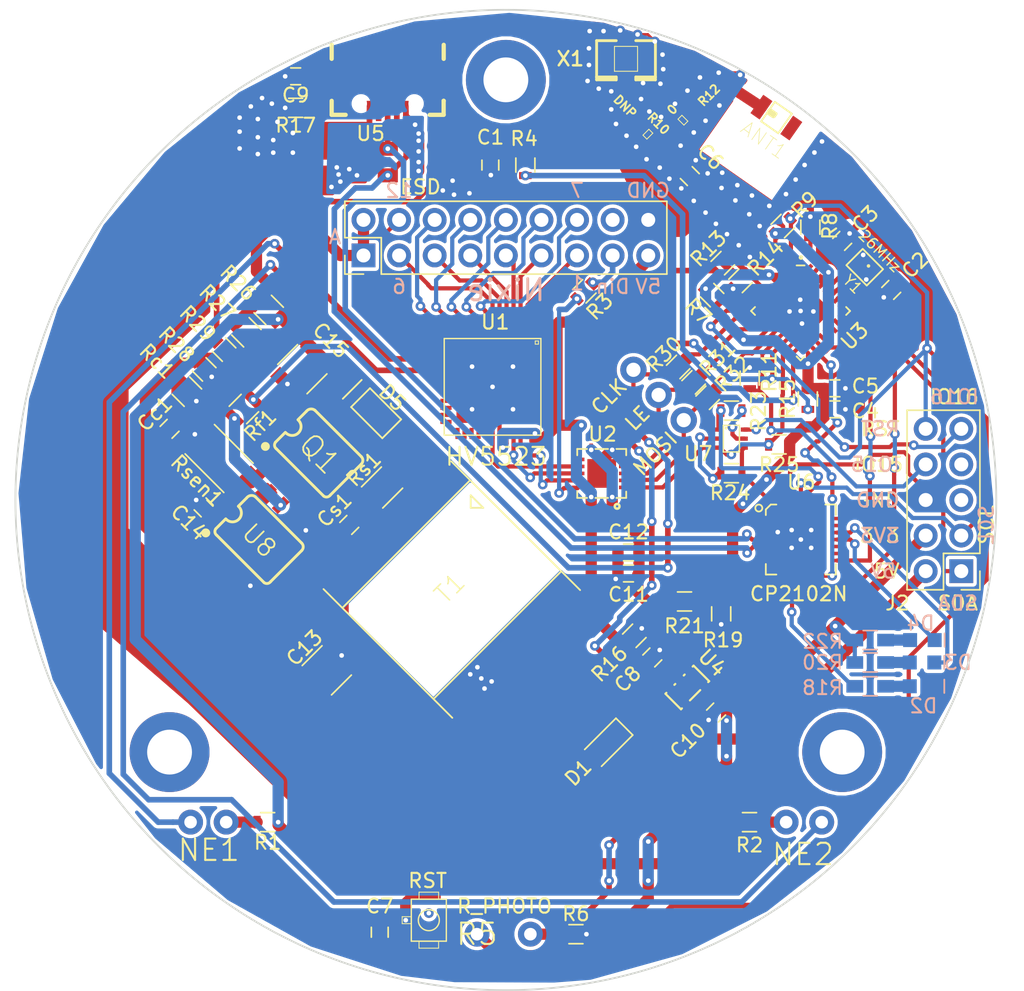
<source format=kicad_pcb>
(kicad_pcb (version 4) (host pcbnew 4.0.6)

  (general
    (links 207)
    (no_connects 1)
    (area 94.936499 74.936499 165.063501 145.063501)
    (thickness 1.6002)
    (drawings 29)
    (tracks 1152)
    (zones 0)
    (modules 82)
    (nets 129)
  )

  (page A4)
  (layers
    (0 F.Cu signal)
    (31 B.Cu signal)
    (34 B.Paste user)
    (35 F.Paste user)
    (36 B.SilkS user)
    (37 F.SilkS user)
    (38 B.Mask user)
    (39 F.Mask user)
    (44 Edge.Cuts user)
  )

  (setup
    (last_trace_width 0.3)
    (user_trace_width 0.1524)
    (user_trace_width 0.2)
    (user_trace_width 0.25)
    (user_trace_width 0.3)
    (user_trace_width 0.4)
    (user_trace_width 0.5)
    (user_trace_width 0.6)
    (user_trace_width 0.8)
    (trace_clearance 0.254)
    (zone_clearance 0.254)
    (zone_45_only yes)
    (trace_min 0.1524)
    (segment_width 0.127)
    (edge_width 0.127)
    (via_size 0.6858)
    (via_drill 0.3302)
    (via_min_size 0.6858)
    (via_min_drill 0.3302)
    (uvia_size 0.508)
    (uvia_drill 0.127)
    (uvias_allowed no)
    (uvia_min_size 0.508)
    (uvia_min_drill 0.127)
    (pcb_text_width 0.127)
    (pcb_text_size 0.6 0.6)
    (mod_edge_width 0.127)
    (mod_text_size 0.6 0.6)
    (mod_text_width 0.127)
    (pad_size 1.8796 1.8796)
    (pad_drill 1.016)
    (pad_to_mask_clearance 0.05)
    (pad_to_paste_clearance -0.04)
    (aux_axis_origin 0 0)
    (grid_origin 130 110)
    (visible_elements 7FFFFF7F)
    (pcbplotparams
      (layerselection 0x3ffff_80000001)
      (usegerberextensions true)
      (usegerberattributes true)
      (excludeedgelayer true)
      (linewidth 0.127000)
      (plotframeref false)
      (viasonmask false)
      (mode 1)
      (useauxorigin false)
      (hpglpennumber 1)
      (hpglpenspeed 20)
      (hpglpendiameter 15)
      (hpglpenoverlay 2)
      (psnegative false)
      (psa4output false)
      (plotreference true)
      (plotvalue true)
      (plotinvisibletext false)
      (padsonsilk false)
      (subtractmaskfromsilk false)
      (outputformat 1)
      (mirror false)
      (drillshape 0)
      (scaleselection 1)
      (outputdirectory CAM/))
  )

  (net 0 "")
  (net 1 "Net-(ANT1-Pad1)")
  (net 2 GND)
  (net 3 "Net-(C2-Pad1)")
  (net 4 "Net-(C3-Pad1)")
  (net 5 +3V3)
  (net 6 "Net-(C6-Pad2)")
  (net 7 "Net-(C6-Pad1)")
  (net 8 /ESP8285/RST)
  (net 9 +5V)
  (net 10 GNDPWR)
  (net 11 "Net-(Cc1-Pad2)")
  (net 12 "Net-(Cc1-Pad1)")
  (net 13 "Net-(Cs1-Pad2)")
  (net 14 "Net-(D3-PadA)")
  (net 15 "Net-(D4-PadA)")
  (net 16 "Net-(D4-PadC)")
  (net 17 "Net-(D5-PadA)")
  (net 18 /Din)
  (net 19 "Net-(J1-Pad16)")
  (net 20 /SDA)
  (net 21 /SCL)
  (net 22 "Net-(J2-Pad5)")
  (net 23 /ESP8285/GPIO15)
  (net 24 /ESP8285/GPIO16)
  (net 25 /USB-UART/D+)
  (net 26 /USB-UART/D-)
  (net 27 "Net-(J3-PadID)")
  (net 28 "Net-(NE1-Pad1)")
  (net 29 "Net-(NE1-Pad2)")
  (net 30 "Net-(NE2-Pad1)")
  (net 31 "Net-(NE2-Pad2)")
  (net 32 "Net-(Q1-Pad4)")
  (net 33 /ESP8285/GPIO2)
  (net 34 /ESP8285/GPIO4)
  (net 35 /ESP8285/A0)
  (net 36 /ESP8285/CH_PD)
  (net 37 "Net-(R8-Pad1)")
  (net 38 "Net-(R10-Pad1)")
  (net 39 ADC)
  (net 40 /USB-UART/SUSPENDb)
  (net 41 /USB-UART/RTS)
  (net 42 "Net-(R27-Pad2)")
  (net 43 /USB-UART/DTR)
  (net 44 /ESP8285/GPIO0)
  (net 45 "Net-(Rf1-Pad2)")
  (net 46 "Net-(U1-Pad15)")
  (net 47 "Net-(U1-Pad16)")
  (net 48 "Net-(U1-Pad17)")
  (net 49 "Net-(U1-Pad18)")
  (net 50 "Net-(U1-Pad19)")
  (net 51 "Net-(U1-Pad20)")
  (net 52 "Net-(U1-Pad21)")
  (net 53 "Net-(U1-Pad22)")
  (net 54 "Net-(U1-Pad23)")
  (net 55 "Net-(U1-Pad24)")
  (net 56 "Net-(U1-Pad25)")
  (net 57 "Net-(U1-Pad26)")
  (net 58 "Net-(U1-Pad28)")
  (net 59 "Net-(U1-Pad31)")
  (net 60 "Net-(U1-Pad32)")
  (net 61 "Net-(U1-Pad34)")
  (net 62 "Net-(U1-Pad35)")
  (net 63 "Net-(U1-Pad36)")
  (net 64 "Net-(U1-Pad37)")
  (net 65 "Net-(U1-Pad38)")
  (net 66 "Net-(U1-Pad39)")
  (net 67 "Net-(U1-Pad40)")
  (net 68 "Net-(U1-Pad41)")
  (net 69 "Net-(U1-Pad42)")
  (net 70 "Net-(U1-Pad43)")
  (net 71 "Net-(U1-Pad44)")
  (net 72 /ESP8285/GPIO13)
  (net 73 /ESP8285/GPIO12)
  (net 74 /ESP8285/GPIO14)
  (net 75 "Net-(U2-Pad6)")
  (net 76 "Net-(U2-Pad9)")
  (net 77 "Net-(U3-Pad5)")
  (net 78 /USB-UART/CHR1)
  (net 79 /USB-UART/CHR0)
  (net 80 "Net-(U3-Pad20)")
  (net 81 "Net-(U3-Pad21)")
  (net 82 "Net-(U3-Pad22)")
  (net 83 "Net-(U3-Pad23)")
  (net 84 /USB-UART/CHREN)
  (net 85 /USB-UART/CTS)
  (net 86 /HVPS_SMD/Vadj)
  (net 87 Vin)
  (net 88 "Net-(C14-Pad1)")
  (net 89 Vout)
  (net 90 "Net-(D2-PadA)")
  (net 91 "Net-(D3-PadC)")
  (net 92 "Net-(Q1-Pad5)")
  (net 93 "Net-(R21-Pad2)")
  (net 94 "Net-(R23-Pad2)")
  (net 95 "Net-(R24-Pad1)")
  (net 96 "Net-(R26-Pad2)")
  (net 97 "Net-(T1-Pad3)")
  (net 98 "Net-(T1-Pad12)")
  (net 99 "Net-(T1-Pad11)")
  (net 100 "Net-(T1-Pad10)")
  (net 101 "Net-(U4-Pad4)")
  (net 102 "Net-(U6-Pad1)")
  (net 103 "Net-(U6-Pad2)")
  (net 104 "Net-(U6-Pad10)")
  (net 105 "Net-(U6-Pad12)")
  (net 106 "Net-(U6-Pad16)")
  (net 107 "Net-(U6-Pad17)")
  (net 108 "Net-(U6-Pad20)")
  (net 109 "Net-(U6-Pad21)")
  (net 110 "Net-(U6-Pad22)")
  (net 111 "Net-(U6-Pad27)")
  (net 112 /HV6)
  (net 113 /HV12)
  (net 114 /HV5)
  (net 115 /HV11)
  (net 116 /HV4)
  (net 117 /HV10)
  (net 118 /HV3)
  (net 119 /HV9)
  (net 120 /HV2)
  (net 121 /HV8)
  (net 122 /HV1)
  (net 123 /HV7)
  (net 124 "Net-(J1-Pad15)")
  (net 125 "Net-(J4-Pad1)")
  (net 126 "Net-(J4-Pad2)")
  (net 127 "Net-(J4-Pad3)")
  (net 128 "Net-(J2-Pad7)")

  (net_class Default "Imperial - this is the standard class"
    (clearance 0.254)
    (trace_width 0.254)
    (via_dia 0.6858)
    (via_drill 0.3302)
    (uvia_dia 0.508)
    (uvia_drill 0.127)
    (add_net +3V3)
    (add_net +5V)
    (add_net /Din)
    (add_net /ESP8285/A0)
    (add_net /ESP8285/CH_PD)
    (add_net /ESP8285/GPIO0)
    (add_net /ESP8285/GPIO12)
    (add_net /ESP8285/GPIO13)
    (add_net /ESP8285/GPIO14)
    (add_net /ESP8285/GPIO15)
    (add_net /ESP8285/GPIO16)
    (add_net /ESP8285/GPIO2)
    (add_net /ESP8285/GPIO4)
    (add_net /ESP8285/RST)
    (add_net /HV1)
    (add_net /HV10)
    (add_net /HV11)
    (add_net /HV12)
    (add_net /HV2)
    (add_net /HV3)
    (add_net /HV4)
    (add_net /HV5)
    (add_net /HV6)
    (add_net /HV7)
    (add_net /HV8)
    (add_net /HV9)
    (add_net /HVPS_SMD/Vadj)
    (add_net /SCL)
    (add_net /SDA)
    (add_net /USB-UART/CHR0)
    (add_net /USB-UART/CHR1)
    (add_net /USB-UART/CHREN)
    (add_net /USB-UART/CTS)
    (add_net /USB-UART/D+)
    (add_net /USB-UART/D-)
    (add_net /USB-UART/DTR)
    (add_net /USB-UART/RTS)
    (add_net /USB-UART/SUSPENDb)
    (add_net ADC)
    (add_net GND)
    (add_net GNDPWR)
    (add_net "Net-(ANT1-Pad1)")
    (add_net "Net-(C14-Pad1)")
    (add_net "Net-(C2-Pad1)")
    (add_net "Net-(C3-Pad1)")
    (add_net "Net-(C6-Pad1)")
    (add_net "Net-(C6-Pad2)")
    (add_net "Net-(Cc1-Pad1)")
    (add_net "Net-(Cc1-Pad2)")
    (add_net "Net-(Cs1-Pad2)")
    (add_net "Net-(D2-PadA)")
    (add_net "Net-(D3-PadA)")
    (add_net "Net-(D3-PadC)")
    (add_net "Net-(D4-PadA)")
    (add_net "Net-(D4-PadC)")
    (add_net "Net-(D5-PadA)")
    (add_net "Net-(J1-Pad15)")
    (add_net "Net-(J1-Pad16)")
    (add_net "Net-(J2-Pad5)")
    (add_net "Net-(J2-Pad7)")
    (add_net "Net-(J3-PadID)")
    (add_net "Net-(J4-Pad1)")
    (add_net "Net-(J4-Pad2)")
    (add_net "Net-(J4-Pad3)")
    (add_net "Net-(NE1-Pad1)")
    (add_net "Net-(NE1-Pad2)")
    (add_net "Net-(NE2-Pad1)")
    (add_net "Net-(NE2-Pad2)")
    (add_net "Net-(Q1-Pad4)")
    (add_net "Net-(Q1-Pad5)")
    (add_net "Net-(R10-Pad1)")
    (add_net "Net-(R21-Pad2)")
    (add_net "Net-(R23-Pad2)")
    (add_net "Net-(R24-Pad1)")
    (add_net "Net-(R26-Pad2)")
    (add_net "Net-(R27-Pad2)")
    (add_net "Net-(R8-Pad1)")
    (add_net "Net-(Rf1-Pad2)")
    (add_net "Net-(T1-Pad10)")
    (add_net "Net-(T1-Pad11)")
    (add_net "Net-(T1-Pad12)")
    (add_net "Net-(T1-Pad3)")
    (add_net "Net-(U1-Pad15)")
    (add_net "Net-(U1-Pad16)")
    (add_net "Net-(U1-Pad17)")
    (add_net "Net-(U1-Pad18)")
    (add_net "Net-(U1-Pad19)")
    (add_net "Net-(U1-Pad20)")
    (add_net "Net-(U1-Pad21)")
    (add_net "Net-(U1-Pad22)")
    (add_net "Net-(U1-Pad23)")
    (add_net "Net-(U1-Pad24)")
    (add_net "Net-(U1-Pad25)")
    (add_net "Net-(U1-Pad26)")
    (add_net "Net-(U1-Pad28)")
    (add_net "Net-(U1-Pad31)")
    (add_net "Net-(U1-Pad32)")
    (add_net "Net-(U1-Pad34)")
    (add_net "Net-(U1-Pad35)")
    (add_net "Net-(U1-Pad36)")
    (add_net "Net-(U1-Pad37)")
    (add_net "Net-(U1-Pad38)")
    (add_net "Net-(U1-Pad39)")
    (add_net "Net-(U1-Pad40)")
    (add_net "Net-(U1-Pad41)")
    (add_net "Net-(U1-Pad42)")
    (add_net "Net-(U1-Pad43)")
    (add_net "Net-(U1-Pad44)")
    (add_net "Net-(U2-Pad6)")
    (add_net "Net-(U2-Pad9)")
    (add_net "Net-(U3-Pad20)")
    (add_net "Net-(U3-Pad21)")
    (add_net "Net-(U3-Pad22)")
    (add_net "Net-(U3-Pad23)")
    (add_net "Net-(U3-Pad5)")
    (add_net "Net-(U4-Pad4)")
    (add_net "Net-(U6-Pad1)")
    (add_net "Net-(U6-Pad10)")
    (add_net "Net-(U6-Pad12)")
    (add_net "Net-(U6-Pad16)")
    (add_net "Net-(U6-Pad17)")
    (add_net "Net-(U6-Pad2)")
    (add_net "Net-(U6-Pad20)")
    (add_net "Net-(U6-Pad21)")
    (add_net "Net-(U6-Pad22)")
    (add_net "Net-(U6-Pad27)")
    (add_net Vin)
    (add_net Vout)
  )

  (net_class 0.2mm ""
    (clearance 0.2)
    (trace_width 0.2)
    (via_dia 0.6858)
    (via_drill 0.3302)
    (uvia_dia 0.508)
    (uvia_drill 0.127)
  )

  (net_class 50Ohm ""
    (clearance 0.1524)
    (trace_width 0.8001)
    (via_dia 0.6858)
    (via_drill 0.3302)
    (uvia_dia 0.508)
    (uvia_drill 0.127)
  )

  (net_class Minimal ""
    (clearance 0.1524)
    (trace_width 0.1524)
    (via_dia 0.6858)
    (via_drill 0.3302)
    (uvia_dia 0.508)
    (uvia_drill 0.127)
  )

  (module Mounting_Holes:MountingHole_3.2mm_M3_ISO7380_Pad locked (layer F.Cu) (tedit 5A33EC1A) (tstamp 5A33E87F)
    (at 130 80)
    (descr "Mounting Hole 3.2mm, M3, ISO7380")
    (tags "mounting hole 3.2mm m3 iso7380")
    (attr virtual)
    (fp_text reference Mount3 (at 0 -3.85) (layer F.SilkS) hide
      (effects (font (size 1 1) (thickness 0.15)))
    )
    (fp_text value MountingHole_3.2mm_M3_ISO7380_Pad (at 0 3.85) (layer F.Fab)
      (effects (font (size 1 1) (thickness 0.15)))
    )
    (fp_text user %R (at 0.3 0) (layer F.Fab)
      (effects (font (size 1 1) (thickness 0.15)))
    )
    (fp_circle (center 0 0) (end 2.85 0) (layer Cmts.User) (width 0.15))
    (fp_circle (center 0 0) (end 3.1 0) (layer F.CrtYd) (width 0.05))
    (pad 1 thru_hole circle (at 0 0) (size 5.7 5.7) (drill 3.2) (layers *.Cu *.Mask))
  )

  (module Mounting_Holes:MountingHole_3.2mm_M3_ISO7380_Pad locked (layer F.Cu) (tedit 5A33EC0E) (tstamp 5A33E9B3)
    (at 154 128)
    (descr "Mounting Hole 3.2mm, M3, ISO7380")
    (tags "mounting hole 3.2mm m3 iso7380")
    (attr virtual)
    (fp_text reference Mount2 (at 0 -3.85) (layer F.SilkS) hide
      (effects (font (size 1 1) (thickness 0.15)))
    )
    (fp_text value MountingHole_3.2mm_M3_ISO7380_Pad (at 0 3.85) (layer F.Fab)
      (effects (font (size 1 1) (thickness 0.15)))
    )
    (fp_text user %R (at 0.3 0) (layer F.Fab)
      (effects (font (size 1 1) (thickness 0.15)))
    )
    (fp_circle (center 0 0) (end 2.85 0) (layer Cmts.User) (width 0.15))
    (fp_circle (center 0 0) (end 3.1 0) (layer F.CrtYd) (width 0.05))
    (pad 1 thru_hole circle (at 0 0) (size 5.7 5.7) (drill 3.2) (layers *.Cu *.Mask))
  )

  (module Mounting_Holes:MountingHole_3.2mm_M3_ISO7380_Pad locked (layer F.Cu) (tedit 5A33EC05) (tstamp 5A33E9D9)
    (at 106 128)
    (descr "Mounting Hole 3.2mm, M3, ISO7380")
    (tags "mounting hole 3.2mm m3 iso7380")
    (attr virtual)
    (fp_text reference Mount1 (at 0 -3.85) (layer F.SilkS) hide
      (effects (font (size 1 1) (thickness 0.15)))
    )
    (fp_text value MountingHole_3.2mm_M3_ISO7380_Pad (at 0 3.85) (layer F.Fab)
      (effects (font (size 1 1) (thickness 0.15)))
    )
    (fp_text user %R (at 0.3 0) (layer F.Fab)
      (effects (font (size 1 1) (thickness 0.15)))
    )
    (fp_circle (center 0 0) (end 2.85 0) (layer Cmts.User) (width 0.15))
    (fp_circle (center 0 0) (end 3.1 0) (layer F.CrtYd) (width 0.05))
    (pad 1 thru_hole circle (at 0 0) (size 5.7 5.7) (drill 3.2) (layers *.Cu *.Mask))
  )

  (module ANT_2450AT18B100E placed (layer F.Cu) (tedit 5A349312) (tstamp 5A38854B)
    (at 149.304 82.695 325)
    (path /5A1256A7/59548D77)
    (attr smd)
    (fp_text reference ANT1 (at 0.180077 1.833252 325) (layer F.SilkS)
      (effects (font (size 1 1) (thickness 0.05)))
    )
    (fp_text value 2450AT18B100E (at -0.265 2.055 325) (layer F.SilkS) hide
      (effects (font (size 1 1) (thickness 0.05)))
    )
    (fp_line (start -0.73 -0.86) (end -0.73 0.84) (layer F.SilkS) (width 0.127))
    (fp_line (start -0.73 0.84) (end 0.75 0.84) (layer F.SilkS) (width 0.127))
    (fp_line (start 0.75 0.84) (end 0.75 -0.86) (layer F.SilkS) (width 0.127))
    (fp_line (start 0.75 -0.86) (end -0.73 -0.86) (layer F.SilkS) (width 0.127))
    (fp_line (start -2 -1.12) (end 2.03 -1.12) (layer Dwgs.User) (width 0.127))
    (fp_line (start 2.03 -1.12) (end 2.03 1.18) (layer Dwgs.User) (width 0.127))
    (fp_line (start 2.03 1.18) (end -2.04 1.18) (layer Dwgs.User) (width 0.127))
    (fp_line (start -2.04 1.18) (end -2.04 -1.12) (layer Dwgs.User) (width 0.127))
    (fp_poly (pts (xy -0.635 -0.127) (xy -0.254 -0.127) (xy -0.254 0) (xy -0.635 0)) (layer F.SilkS) (width 0.381))
    (pad 1 smd rect (at -1.3 0 325) (size 0.8 1.6) (layers F.Cu F.Paste F.Mask)
      (net 1 "Net-(ANT1-Pad1)"))
    (pad 2 smd rect (at 1.3 0 325) (size 0.8 1.6) (layers F.Cu F.Paste F.Mask))
  )

  (module Capacitors_SMD:C_0603 placed (layer F.Cu) (tedit 59958EE7) (tstamp 5A38855C)
    (at 128.892808 86.08679 90)
    (descr "Capacitor SMD 0603, reflow soldering, AVX (see smccp.pdf)")
    (tags "capacitor 0603")
    (path /5A18F23C)
    (attr smd)
    (fp_text reference C1 (at 1.98679 0.007192 180) (layer F.SilkS)
      (effects (font (size 1 1) (thickness 0.15)))
    )
    (fp_text value 0.2uF (at 0 1.5 90) (layer F.Fab)
      (effects (font (size 1 1) (thickness 0.15)))
    )
    (fp_line (start 1.4 0.65) (end -1.4 0.65) (layer F.CrtYd) (width 0.05))
    (fp_line (start 1.4 0.65) (end 1.4 -0.65) (layer F.CrtYd) (width 0.05))
    (fp_line (start -1.4 -0.65) (end -1.4 0.65) (layer F.CrtYd) (width 0.05))
    (fp_line (start -1.4 -0.65) (end 1.4 -0.65) (layer F.CrtYd) (width 0.05))
    (fp_line (start 0.35 0.6) (end -0.35 0.6) (layer F.SilkS) (width 0.12))
    (fp_line (start -0.35 -0.6) (end 0.35 -0.6) (layer F.SilkS) (width 0.12))
    (fp_line (start -0.8 -0.4) (end 0.8 -0.4) (layer F.Fab) (width 0.1))
    (fp_line (start 0.8 -0.4) (end 0.8 0.4) (layer F.Fab) (width 0.1))
    (fp_line (start 0.8 0.4) (end -0.8 0.4) (layer F.Fab) (width 0.1))
    (fp_line (start -0.8 0.4) (end -0.8 -0.4) (layer F.Fab) (width 0.1))
    (fp_text user %R (at 0 0 90) (layer F.Fab)
      (effects (font (size 0.3 0.3) (thickness 0.075)))
    )
    (pad 2 smd rect (at 0.75 0 90) (size 0.8 0.75) (layers F.Cu F.Paste F.Mask)
      (net 86 /HVPS_SMD/Vadj))
    (pad 1 smd rect (at -0.75 0 90) (size 0.8 0.75) (layers F.Cu F.Paste F.Mask)
      (net 2 GND))
    (model Capacitors_SMD.3dshapes/C_0603.wrl
      (at (xyz 0 0 0))
      (scale (xyz 1 1 1))
      (rotate (xyz 0 0 0))
    )
  )

  (module Capacitors_SMD:C_0603 placed (layer F.Cu) (tedit 59958EE7) (tstamp 5A38856D)
    (at 157.5 95 225)
    (descr "Capacitor SMD 0603, reflow soldering, AVX (see smccp.pdf)")
    (tags "capacitor 0603")
    (path /5A1256A7/5951E4E6)
    (attr smd)
    (fp_text reference C2 (at -2.456489 0.038184 225) (layer F.SilkS)
      (effects (font (size 1 1) (thickness 0.15)))
    )
    (fp_text value 12pF (at 0 1.5 225) (layer F.Fab)
      (effects (font (size 1 1) (thickness 0.15)))
    )
    (fp_line (start 1.4 0.65) (end -1.4 0.65) (layer F.CrtYd) (width 0.05))
    (fp_line (start 1.4 0.65) (end 1.4 -0.65) (layer F.CrtYd) (width 0.05))
    (fp_line (start -1.4 -0.65) (end -1.4 0.65) (layer F.CrtYd) (width 0.05))
    (fp_line (start -1.4 -0.65) (end 1.4 -0.65) (layer F.CrtYd) (width 0.05))
    (fp_line (start 0.35 0.6) (end -0.35 0.6) (layer F.SilkS) (width 0.12))
    (fp_line (start -0.35 -0.6) (end 0.35 -0.6) (layer F.SilkS) (width 0.12))
    (fp_line (start -0.8 -0.4) (end 0.8 -0.4) (layer F.Fab) (width 0.1))
    (fp_line (start 0.8 -0.4) (end 0.8 0.4) (layer F.Fab) (width 0.1))
    (fp_line (start 0.8 0.4) (end -0.8 0.4) (layer F.Fab) (width 0.1))
    (fp_line (start -0.8 0.4) (end -0.8 -0.4) (layer F.Fab) (width 0.1))
    (fp_text user %R (at 0 0 225) (layer F.Fab)
      (effects (font (size 0.3 0.3) (thickness 0.075)))
    )
    (pad 2 smd rect (at 0.75 0 225) (size 0.8 0.75) (layers F.Cu F.Paste F.Mask)
      (net 2 GND))
    (pad 1 smd rect (at -0.75 0 225) (size 0.8 0.75) (layers F.Cu F.Paste F.Mask)
      (net 3 "Net-(C2-Pad1)"))
    (model Capacitors_SMD.3dshapes/C_0603.wrl
      (at (xyz 0 0 0))
      (scale (xyz 1 1 1))
      (rotate (xyz 0 0 0))
    )
  )

  (module Capacitors_SMD:C_0603 placed (layer F.Cu) (tedit 59958EE7) (tstamp 5A38857E)
    (at 154 91.5 45)
    (descr "Capacitor SMD 0603, reflow soldering, AVX (see smccp.pdf)")
    (tags "capacitor 0603")
    (path /5A1256A7/5951E542)
    (attr smd)
    (fp_text reference C3 (at 2.276884 0.062225 45) (layer F.SilkS)
      (effects (font (size 1 1) (thickness 0.15)))
    )
    (fp_text value 12pF (at 0 1.5 45) (layer F.Fab)
      (effects (font (size 1 1) (thickness 0.15)))
    )
    (fp_line (start 1.4 0.65) (end -1.4 0.65) (layer F.CrtYd) (width 0.05))
    (fp_line (start 1.4 0.65) (end 1.4 -0.65) (layer F.CrtYd) (width 0.05))
    (fp_line (start -1.4 -0.65) (end -1.4 0.65) (layer F.CrtYd) (width 0.05))
    (fp_line (start -1.4 -0.65) (end 1.4 -0.65) (layer F.CrtYd) (width 0.05))
    (fp_line (start 0.35 0.6) (end -0.35 0.6) (layer F.SilkS) (width 0.12))
    (fp_line (start -0.35 -0.6) (end 0.35 -0.6) (layer F.SilkS) (width 0.12))
    (fp_line (start -0.8 -0.4) (end 0.8 -0.4) (layer F.Fab) (width 0.1))
    (fp_line (start 0.8 -0.4) (end 0.8 0.4) (layer F.Fab) (width 0.1))
    (fp_line (start 0.8 0.4) (end -0.8 0.4) (layer F.Fab) (width 0.1))
    (fp_line (start -0.8 0.4) (end -0.8 -0.4) (layer F.Fab) (width 0.1))
    (fp_text user %R (at 0 0 45) (layer F.Fab)
      (effects (font (size 0.3 0.3) (thickness 0.075)))
    )
    (pad 2 smd rect (at 0.75 0 45) (size 0.8 0.75) (layers F.Cu F.Paste F.Mask)
      (net 2 GND))
    (pad 1 smd rect (at -0.75 0 45) (size 0.8 0.75) (layers F.Cu F.Paste F.Mask)
      (net 4 "Net-(C3-Pad1)"))
    (model Capacitors_SMD.3dshapes/C_0603.wrl
      (at (xyz 0 0 0))
      (scale (xyz 1 1 1))
      (rotate (xyz 0 0 0))
    )
  )

  (module Capacitors_SMD:C_0603 placed (layer F.Cu) (tedit 59958EE7) (tstamp 5A38858F)
    (at 153.48239 103.52618)
    (descr "Capacitor SMD 0603, reflow soldering, AVX (see smccp.pdf)")
    (tags "capacitor 0603")
    (path /5A1256A7/5951DF7D)
    (attr smd)
    (fp_text reference C4 (at 2.17161 0.12382) (layer F.SilkS)
      (effects (font (size 1 1) (thickness 0.15)))
    )
    (fp_text value 10uF (at 0 1.5) (layer F.Fab)
      (effects (font (size 1 1) (thickness 0.15)))
    )
    (fp_line (start 1.4 0.65) (end -1.4 0.65) (layer F.CrtYd) (width 0.05))
    (fp_line (start 1.4 0.65) (end 1.4 -0.65) (layer F.CrtYd) (width 0.05))
    (fp_line (start -1.4 -0.65) (end -1.4 0.65) (layer F.CrtYd) (width 0.05))
    (fp_line (start -1.4 -0.65) (end 1.4 -0.65) (layer F.CrtYd) (width 0.05))
    (fp_line (start 0.35 0.6) (end -0.35 0.6) (layer F.SilkS) (width 0.12))
    (fp_line (start -0.35 -0.6) (end 0.35 -0.6) (layer F.SilkS) (width 0.12))
    (fp_line (start -0.8 -0.4) (end 0.8 -0.4) (layer F.Fab) (width 0.1))
    (fp_line (start 0.8 -0.4) (end 0.8 0.4) (layer F.Fab) (width 0.1))
    (fp_line (start 0.8 0.4) (end -0.8 0.4) (layer F.Fab) (width 0.1))
    (fp_line (start -0.8 0.4) (end -0.8 -0.4) (layer F.Fab) (width 0.1))
    (fp_text user %R (at 0 0) (layer F.Fab)
      (effects (font (size 0.3 0.3) (thickness 0.075)))
    )
    (pad 2 smd rect (at 0.75 0) (size 0.8 0.75) (layers F.Cu F.Paste F.Mask)
      (net 2 GND))
    (pad 1 smd rect (at -0.75 0) (size 0.8 0.75) (layers F.Cu F.Paste F.Mask)
      (net 5 +3V3))
    (model Capacitors_SMD.3dshapes/C_0603.wrl
      (at (xyz 0 0 0))
      (scale (xyz 1 1 1))
      (rotate (xyz 0 0 0))
    )
  )

  (module Capacitors_SMD:C_0603 placed (layer F.Cu) (tedit 59958EE7) (tstamp 5A3885A0)
    (at 153.48239 102.02618)
    (descr "Capacitor SMD 0603, reflow soldering, AVX (see smccp.pdf)")
    (tags "capacitor 0603")
    (path /5A1256A7/5951DFA6)
    (attr smd)
    (fp_text reference C5 (at 2.17161 -0.15418) (layer F.SilkS)
      (effects (font (size 1 1) (thickness 0.15)))
    )
    (fp_text value 100nF (at 0 1.5) (layer F.Fab)
      (effects (font (size 1 1) (thickness 0.15)))
    )
    (fp_line (start 1.4 0.65) (end -1.4 0.65) (layer F.CrtYd) (width 0.05))
    (fp_line (start 1.4 0.65) (end 1.4 -0.65) (layer F.CrtYd) (width 0.05))
    (fp_line (start -1.4 -0.65) (end -1.4 0.65) (layer F.CrtYd) (width 0.05))
    (fp_line (start -1.4 -0.65) (end 1.4 -0.65) (layer F.CrtYd) (width 0.05))
    (fp_line (start 0.35 0.6) (end -0.35 0.6) (layer F.SilkS) (width 0.12))
    (fp_line (start -0.35 -0.6) (end 0.35 -0.6) (layer F.SilkS) (width 0.12))
    (fp_line (start -0.8 -0.4) (end 0.8 -0.4) (layer F.Fab) (width 0.1))
    (fp_line (start 0.8 -0.4) (end 0.8 0.4) (layer F.Fab) (width 0.1))
    (fp_line (start 0.8 0.4) (end -0.8 0.4) (layer F.Fab) (width 0.1))
    (fp_line (start -0.8 0.4) (end -0.8 -0.4) (layer F.Fab) (width 0.1))
    (fp_text user %R (at 0 0) (layer F.Fab)
      (effects (font (size 0.3 0.3) (thickness 0.075)))
    )
    (pad 2 smd rect (at 0.75 0) (size 0.8 0.75) (layers F.Cu F.Paste F.Mask)
      (net 2 GND))
    (pad 1 smd rect (at -0.75 0) (size 0.8 0.75) (layers F.Cu F.Paste F.Mask)
      (net 5 +3V3))
    (model Capacitors_SMD.3dshapes/C_0603.wrl
      (at (xyz 0 0 0))
      (scale (xyz 1 1 1))
      (rotate (xyz 0 0 0))
    )
  )

  (module Capacitors_SMD:C_0603 placed (layer F.Cu) (tedit 59958EE7) (tstamp 5A3885B1)
    (at 143.127 86.873 315)
    (descr "Capacitor SMD 0603, reflow soldering, AVX (see smccp.pdf)")
    (tags "capacitor 0603")
    (path /5A1256A7/59534B59)
    (attr smd)
    (fp_text reference C6 (at 0.070711 -2.012426 315) (layer F.SilkS)
      (effects (font (size 1 1) (thickness 0.15)))
    )
    (fp_text value 5.6pF (at 0 1.5 315) (layer F.Fab)
      (effects (font (size 1 1) (thickness 0.15)))
    )
    (fp_line (start 1.4 0.65) (end -1.4 0.65) (layer F.CrtYd) (width 0.05))
    (fp_line (start 1.4 0.65) (end 1.4 -0.65) (layer F.CrtYd) (width 0.05))
    (fp_line (start -1.4 -0.65) (end -1.4 0.65) (layer F.CrtYd) (width 0.05))
    (fp_line (start -1.4 -0.65) (end 1.4 -0.65) (layer F.CrtYd) (width 0.05))
    (fp_line (start 0.35 0.6) (end -0.35 0.6) (layer F.SilkS) (width 0.12))
    (fp_line (start -0.35 -0.6) (end 0.35 -0.6) (layer F.SilkS) (width 0.12))
    (fp_line (start -0.8 -0.4) (end 0.8 -0.4) (layer F.Fab) (width 0.1))
    (fp_line (start 0.8 -0.4) (end 0.8 0.4) (layer F.Fab) (width 0.1))
    (fp_line (start 0.8 0.4) (end -0.8 0.4) (layer F.Fab) (width 0.1))
    (fp_line (start -0.8 0.4) (end -0.8 -0.4) (layer F.Fab) (width 0.1))
    (fp_text user %R (at 0 0 315) (layer F.Fab)
      (effects (font (size 0.3 0.3) (thickness 0.075)))
    )
    (pad 2 smd rect (at 0.75 0 315) (size 0.8 0.75) (layers F.Cu F.Paste F.Mask)
      (net 6 "Net-(C6-Pad2)"))
    (pad 1 smd rect (at -0.75 0 315) (size 0.8 0.75) (layers F.Cu F.Paste F.Mask)
      (net 7 "Net-(C6-Pad1)"))
    (model Capacitors_SMD.3dshapes/C_0603.wrl
      (at (xyz 0 0 0))
      (scale (xyz 1 1 1))
      (rotate (xyz 0 0 0))
    )
  )

  (module Capacitors_SMD:C_0603 placed (layer F.Cu) (tedit 59958EE7) (tstamp 5A3885C2)
    (at 121 140.861 90)
    (descr "Capacitor SMD 0603, reflow soldering, AVX (see smccp.pdf)")
    (tags "capacitor 0603")
    (path /5A1256A7/59530B80)
    (attr smd)
    (fp_text reference C7 (at 1.861 0 180) (layer F.SilkS)
      (effects (font (size 1 1) (thickness 0.15)))
    )
    (fp_text value 0.1uF (at 0 1.5 90) (layer F.Fab)
      (effects (font (size 1 1) (thickness 0.15)))
    )
    (fp_line (start 1.4 0.65) (end -1.4 0.65) (layer F.CrtYd) (width 0.05))
    (fp_line (start 1.4 0.65) (end 1.4 -0.65) (layer F.CrtYd) (width 0.05))
    (fp_line (start -1.4 -0.65) (end -1.4 0.65) (layer F.CrtYd) (width 0.05))
    (fp_line (start -1.4 -0.65) (end 1.4 -0.65) (layer F.CrtYd) (width 0.05))
    (fp_line (start 0.35 0.6) (end -0.35 0.6) (layer F.SilkS) (width 0.12))
    (fp_line (start -0.35 -0.6) (end 0.35 -0.6) (layer F.SilkS) (width 0.12))
    (fp_line (start -0.8 -0.4) (end 0.8 -0.4) (layer F.Fab) (width 0.1))
    (fp_line (start 0.8 -0.4) (end 0.8 0.4) (layer F.Fab) (width 0.1))
    (fp_line (start 0.8 0.4) (end -0.8 0.4) (layer F.Fab) (width 0.1))
    (fp_line (start -0.8 0.4) (end -0.8 -0.4) (layer F.Fab) (width 0.1))
    (fp_text user %R (at 0 0 90) (layer F.Fab)
      (effects (font (size 0.3 0.3) (thickness 0.075)))
    )
    (pad 2 smd rect (at 0.75 0 90) (size 0.8 0.75) (layers F.Cu F.Paste F.Mask)
      (net 2 GND))
    (pad 1 smd rect (at -0.75 0 90) (size 0.8 0.75) (layers F.Cu F.Paste F.Mask)
      (net 8 /ESP8285/RST))
    (model Capacitors_SMD.3dshapes/C_0603.wrl
      (at (xyz 0 0 0))
      (scale (xyz 1 1 1))
      (rotate (xyz 0 0 0))
    )
  )

  (module Capacitors_SMD:C_0603 placed (layer F.Cu) (tedit 59958EE7) (tstamp 5A3885E4)
    (at 115 79.75)
    (descr "Capacitor SMD 0603, reflow soldering, AVX (see smccp.pdf)")
    (tags "capacitor 0603")
    (path /5A1250BF/59D5ED8C)
    (attr smd)
    (fp_text reference C9 (at 0 1.35) (layer F.SilkS)
      (effects (font (size 1 1) (thickness 0.15)))
    )
    (fp_text value 100pF (at 0 1.5) (layer F.Fab)
      (effects (font (size 1 1) (thickness 0.15)))
    )
    (fp_line (start 1.4 0.65) (end -1.4 0.65) (layer F.CrtYd) (width 0.05))
    (fp_line (start 1.4 0.65) (end 1.4 -0.65) (layer F.CrtYd) (width 0.05))
    (fp_line (start -1.4 -0.65) (end -1.4 0.65) (layer F.CrtYd) (width 0.05))
    (fp_line (start -1.4 -0.65) (end 1.4 -0.65) (layer F.CrtYd) (width 0.05))
    (fp_line (start 0.35 0.6) (end -0.35 0.6) (layer F.SilkS) (width 0.12))
    (fp_line (start -0.35 -0.6) (end 0.35 -0.6) (layer F.SilkS) (width 0.12))
    (fp_line (start -0.8 -0.4) (end 0.8 -0.4) (layer F.Fab) (width 0.1))
    (fp_line (start 0.8 -0.4) (end 0.8 0.4) (layer F.Fab) (width 0.1))
    (fp_line (start 0.8 0.4) (end -0.8 0.4) (layer F.Fab) (width 0.1))
    (fp_line (start -0.8 0.4) (end -0.8 -0.4) (layer F.Fab) (width 0.1))
    (fp_text user %R (at 0 0) (layer F.Fab)
      (effects (font (size 0.3 0.3) (thickness 0.075)))
    )
    (pad 2 smd rect (at 0.75 0) (size 0.8 0.75) (layers F.Cu F.Paste F.Mask)
      (net 10 GNDPWR))
    (pad 1 smd rect (at -0.75 0) (size 0.8 0.75) (layers F.Cu F.Paste F.Mask)
      (net 2 GND))
    (model Capacitors_SMD.3dshapes/C_0603.wrl
      (at (xyz 0 0 0))
      (scale (xyz 1 1 1))
      (rotate (xyz 0 0 0))
    )
  )

  (module Capacitors_SMD:C_0603 placed (layer F.Cu) (tedit 59958EE7) (tstamp 5A388606)
    (at 138.75 115.24428 180)
    (descr "Capacitor SMD 0603, reflow soldering, AVX (see smccp.pdf)")
    (tags "capacitor 0603")
    (path /5A1250BF/5952F7DE)
    (attr smd)
    (fp_text reference C11 (at 0 -1.5 180) (layer F.SilkS)
      (effects (font (size 1 1) (thickness 0.15)))
    )
    (fp_text value 4.7uF (at 0 1.5 180) (layer F.Fab)
      (effects (font (size 1 1) (thickness 0.15)))
    )
    (fp_line (start 1.4 0.65) (end -1.4 0.65) (layer F.CrtYd) (width 0.05))
    (fp_line (start 1.4 0.65) (end 1.4 -0.65) (layer F.CrtYd) (width 0.05))
    (fp_line (start -1.4 -0.65) (end -1.4 0.65) (layer F.CrtYd) (width 0.05))
    (fp_line (start -1.4 -0.65) (end 1.4 -0.65) (layer F.CrtYd) (width 0.05))
    (fp_line (start 0.35 0.6) (end -0.35 0.6) (layer F.SilkS) (width 0.12))
    (fp_line (start -0.35 -0.6) (end 0.35 -0.6) (layer F.SilkS) (width 0.12))
    (fp_line (start -0.8 -0.4) (end 0.8 -0.4) (layer F.Fab) (width 0.1))
    (fp_line (start 0.8 -0.4) (end 0.8 0.4) (layer F.Fab) (width 0.1))
    (fp_line (start 0.8 0.4) (end -0.8 0.4) (layer F.Fab) (width 0.1))
    (fp_line (start -0.8 0.4) (end -0.8 -0.4) (layer F.Fab) (width 0.1))
    (fp_text user %R (at 0 0 180) (layer F.Fab)
      (effects (font (size 0.3 0.3) (thickness 0.075)))
    )
    (pad 2 smd rect (at 0.75 0 180) (size 0.8 0.75) (layers F.Cu F.Paste F.Mask)
      (net 2 GND))
    (pad 1 smd rect (at -0.75 0 180) (size 0.8 0.75) (layers F.Cu F.Paste F.Mask)
      (net 5 +3V3))
    (model Capacitors_SMD.3dshapes/C_0603.wrl
      (at (xyz 0 0 0))
      (scale (xyz 1 1 1))
      (rotate (xyz 0 0 0))
    )
  )

  (module Capacitors_SMD:C_0603 placed (layer F.Cu) (tedit 59958EE7) (tstamp 5A388617)
    (at 138.75 113.74428 180)
    (descr "Capacitor SMD 0603, reflow soldering, AVX (see smccp.pdf)")
    (tags "capacitor 0603")
    (path /5A1250BF/5952F7A5)
    (attr smd)
    (fp_text reference C12 (at 0 1.45828 180) (layer F.SilkS)
      (effects (font (size 1 1) (thickness 0.15)))
    )
    (fp_text value 0.1uF (at 0 1.5 180) (layer F.Fab)
      (effects (font (size 1 1) (thickness 0.15)))
    )
    (fp_line (start 1.4 0.65) (end -1.4 0.65) (layer F.CrtYd) (width 0.05))
    (fp_line (start 1.4 0.65) (end 1.4 -0.65) (layer F.CrtYd) (width 0.05))
    (fp_line (start -1.4 -0.65) (end -1.4 0.65) (layer F.CrtYd) (width 0.05))
    (fp_line (start -1.4 -0.65) (end 1.4 -0.65) (layer F.CrtYd) (width 0.05))
    (fp_line (start 0.35 0.6) (end -0.35 0.6) (layer F.SilkS) (width 0.12))
    (fp_line (start -0.35 -0.6) (end 0.35 -0.6) (layer F.SilkS) (width 0.12))
    (fp_line (start -0.8 -0.4) (end 0.8 -0.4) (layer F.Fab) (width 0.1))
    (fp_line (start 0.8 -0.4) (end 0.8 0.4) (layer F.Fab) (width 0.1))
    (fp_line (start 0.8 0.4) (end -0.8 0.4) (layer F.Fab) (width 0.1))
    (fp_line (start -0.8 0.4) (end -0.8 -0.4) (layer F.Fab) (width 0.1))
    (fp_text user %R (at 0 0 180) (layer F.Fab)
      (effects (font (size 0.3 0.3) (thickness 0.075)))
    )
    (pad 2 smd rect (at 0.75 0 180) (size 0.8 0.75) (layers F.Cu F.Paste F.Mask)
      (net 2 GND))
    (pad 1 smd rect (at -0.75 0 180) (size 0.8 0.75) (layers F.Cu F.Paste F.Mask)
      (net 5 +3V3))
    (model Capacitors_SMD.3dshapes/C_0603.wrl
      (at (xyz 0 0 0))
      (scale (xyz 1 1 1))
      (rotate (xyz 0 0 0))
    )
  )

  (module Capacitors_SMD:C_0603 placed (layer F.Cu) (tedit 59958EE7) (tstamp 5A388639)
    (at 108.430803 110.528243 135)
    (descr "Capacitor SMD 0603, reflow soldering, AVX (see smccp.pdf)")
    (tags "capacitor 0603")
    (path /5A3A39DD/59C997CF)
    (attr smd)
    (fp_text reference C14 (at 0 -1.5 135) (layer F.SilkS)
      (effects (font (size 1 1) (thickness 0.15)))
    )
    (fp_text value 0.01uF (at 0 1.5 135) (layer F.Fab)
      (effects (font (size 1 1) (thickness 0.15)))
    )
    (fp_line (start 1.4 0.65) (end -1.4 0.65) (layer F.CrtYd) (width 0.05))
    (fp_line (start 1.4 0.65) (end 1.4 -0.65) (layer F.CrtYd) (width 0.05))
    (fp_line (start -1.4 -0.65) (end -1.4 0.65) (layer F.CrtYd) (width 0.05))
    (fp_line (start -1.4 -0.65) (end 1.4 -0.65) (layer F.CrtYd) (width 0.05))
    (fp_line (start 0.35 0.6) (end -0.35 0.6) (layer F.SilkS) (width 0.12))
    (fp_line (start -0.35 -0.6) (end 0.35 -0.6) (layer F.SilkS) (width 0.12))
    (fp_line (start -0.8 -0.4) (end 0.8 -0.4) (layer F.Fab) (width 0.1))
    (fp_line (start 0.8 -0.4) (end 0.8 0.4) (layer F.Fab) (width 0.1))
    (fp_line (start 0.8 0.4) (end -0.8 0.4) (layer F.Fab) (width 0.1))
    (fp_line (start -0.8 0.4) (end -0.8 -0.4) (layer F.Fab) (width 0.1))
    (fp_text user %R (at 0 0 135) (layer F.Fab)
      (effects (font (size 0.3 0.3) (thickness 0.075)))
    )
    (pad 2 smd rect (at 0.75 0 135) (size 0.8 0.75) (layers F.Cu F.Paste F.Mask)
      (net 2 GND))
    (pad 1 smd rect (at -0.75 0 135) (size 0.8 0.75) (layers F.Cu F.Paste F.Mask)
      (net 88 "Net-(C14-Pad1)"))
    (model Capacitors_SMD.3dshapes/C_0603.wrl
      (at (xyz 0 0 0))
      (scale (xyz 1 1 1))
      (rotate (xyz 0 0 0))
    )
  )

  (module Capacitors_SMD:C_0603 placed (layer F.Cu) (tedit 59958EE7) (tstamp 5A38865B)
    (at 106.002389 104.917849 45)
    (descr "Capacitor SMD 0603, reflow soldering, AVX (see smccp.pdf)")
    (tags "capacitor 0603")
    (path /5A3A39DD/59C999FD)
    (attr smd)
    (fp_text reference Cc1 (at 0 -1.5 45) (layer F.SilkS)
      (effects (font (size 1 1) (thickness 0.15)))
    )
    (fp_text value 22nF (at 0 1.5 45) (layer F.Fab)
      (effects (font (size 1 1) (thickness 0.15)))
    )
    (fp_line (start 1.4 0.65) (end -1.4 0.65) (layer F.CrtYd) (width 0.05))
    (fp_line (start 1.4 0.65) (end 1.4 -0.65) (layer F.CrtYd) (width 0.05))
    (fp_line (start -1.4 -0.65) (end -1.4 0.65) (layer F.CrtYd) (width 0.05))
    (fp_line (start -1.4 -0.65) (end 1.4 -0.65) (layer F.CrtYd) (width 0.05))
    (fp_line (start 0.35 0.6) (end -0.35 0.6) (layer F.SilkS) (width 0.12))
    (fp_line (start -0.35 -0.6) (end 0.35 -0.6) (layer F.SilkS) (width 0.12))
    (fp_line (start -0.8 -0.4) (end 0.8 -0.4) (layer F.Fab) (width 0.1))
    (fp_line (start 0.8 -0.4) (end 0.8 0.4) (layer F.Fab) (width 0.1))
    (fp_line (start 0.8 0.4) (end -0.8 0.4) (layer F.Fab) (width 0.1))
    (fp_line (start -0.8 0.4) (end -0.8 -0.4) (layer F.Fab) (width 0.1))
    (fp_text user %R (at 0 0 45) (layer F.Fab)
      (effects (font (size 0.3 0.3) (thickness 0.075)))
    )
    (pad 2 smd rect (at 0.75 0 45) (size 0.8 0.75) (layers F.Cu F.Paste F.Mask)
      (net 11 "Net-(Cc1-Pad2)"))
    (pad 1 smd rect (at -0.75 0 45) (size 0.8 0.75) (layers F.Cu F.Paste F.Mask)
      (net 12 "Net-(Cc1-Pad1)"))
    (model Capacitors_SMD.3dshapes/C_0603.wrl
      (at (xyz 0 0 0))
      (scale (xyz 1 1 1))
      (rotate (xyz 0 0 0))
    )
  )

  (module Capacitors_SMD:C_0603 placed (layer F.Cu) (tedit 59958EE7) (tstamp 5A38866C)
    (at 118.824 111.778 45)
    (descr "Capacitor SMD 0603, reflow soldering, AVX (see smccp.pdf)")
    (tags "capacitor 0603")
    (path /5A3A39DD/59C9A371)
    (attr smd)
    (fp_text reference Cs1 (at 0 -1.5 45) (layer F.SilkS)
      (effects (font (size 1 1) (thickness 0.15)))
    )
    (fp_text value 360pF (at 0 1.5 45) (layer F.Fab)
      (effects (font (size 1 1) (thickness 0.15)))
    )
    (fp_line (start 1.4 0.65) (end -1.4 0.65) (layer F.CrtYd) (width 0.05))
    (fp_line (start 1.4 0.65) (end 1.4 -0.65) (layer F.CrtYd) (width 0.05))
    (fp_line (start -1.4 -0.65) (end -1.4 0.65) (layer F.CrtYd) (width 0.05))
    (fp_line (start -1.4 -0.65) (end 1.4 -0.65) (layer F.CrtYd) (width 0.05))
    (fp_line (start 0.35 0.6) (end -0.35 0.6) (layer F.SilkS) (width 0.12))
    (fp_line (start -0.35 -0.6) (end 0.35 -0.6) (layer F.SilkS) (width 0.12))
    (fp_line (start -0.8 -0.4) (end 0.8 -0.4) (layer F.Fab) (width 0.1))
    (fp_line (start 0.8 -0.4) (end 0.8 0.4) (layer F.Fab) (width 0.1))
    (fp_line (start 0.8 0.4) (end -0.8 0.4) (layer F.Fab) (width 0.1))
    (fp_line (start -0.8 0.4) (end -0.8 -0.4) (layer F.Fab) (width 0.1))
    (fp_text user %R (at 0 0 45) (layer F.Fab)
      (effects (font (size 0.3 0.3) (thickness 0.075)))
    )
    (pad 2 smd rect (at 0.75 0 45) (size 0.8 0.75) (layers F.Cu F.Paste F.Mask)
      (net 13 "Net-(Cs1-Pad2)"))
    (pad 1 smd rect (at -0.75 0 45) (size 0.8 0.75) (layers F.Cu F.Paste F.Mask)
      (net 87 Vin))
    (model Capacitors_SMD.3dshapes/C_0603.wrl
      (at (xyz 0 0 0))
      (scale (xyz 1 1 1))
      (rotate (xyz 0 0 0))
    )
  )

  (module SparkFun-LED:SparkFun-LED-LED-0603 (layer B.Cu) (tedit 5A388B29) (tstamp 5A38869A)
    (at 159.7 121.6)
    (descr "LED 0603 SMT")
    (tags "LED 0603 SMT")
    (path /5A1250BF/59D6BAB8)
    (attr smd)
    (fp_text reference D3 (at 2.558 0) (layer B.SilkS)
      (effects (font (size 1.016 1.016) (thickness 0.1524)) (justify mirror))
    )
    (fp_text value TX (at -2.750837 3.647123) (layer B.SilkS) hide
      (effects (font (size 0.6096 0.6096) (thickness 0.127)) (justify mirror))
    )
    (fp_line (start 1.5875 0.47498) (end 1.5875 -0.47498) (layer B.SilkS) (width 0.127))
    (fp_line (start 0.15748 0.47498) (end 0.15748 0) (layer Dwgs.User) (width 0.127))
    (fp_line (start 0.15748 0) (end 0.15748 -0.47498) (layer Dwgs.User) (width 0.127))
    (fp_line (start 0.15748 0) (end -0.15748 0.3175) (layer Dwgs.User) (width 0.127))
    (fp_line (start 0.15748 0) (end -0.15748 -0.3175) (layer Dwgs.User) (width 0.127))
    (pad A smd rect (at -0.8763 0 90) (size 0.99822 0.99822) (layers B.Cu B.Paste B.Mask)
      (net 14 "Net-(D3-PadA)"))
    (pad C smd rect (at 0.8763 0 90) (size 0.99822 0.99822) (layers B.Cu B.Paste B.Mask)
      (net 91 "Net-(D3-PadC)"))
  )

  (module SparkFun-LED:SparkFun-LED-LED-0603 (layer B.Cu) (tedit 5A388B19) (tstamp 5A3886A5)
    (at 159.7237 120)
    (descr "LED 0603 SMT")
    (tags "LED 0603 SMT")
    (path /5A1250BF/59D6BAFD)
    (attr smd)
    (fp_text reference D4 (at -0.1237 -1.2) (layer B.SilkS)
      (effects (font (size 1.016 1.016) (thickness 0.1524)) (justify mirror))
    )
    (fp_text value RX (at 1.529273 7.137202) (layer B.SilkS) hide
      (effects (font (size 0.6096 0.6096) (thickness 0.127)) (justify mirror))
    )
    (fp_line (start 1.5875 0.47498) (end 1.5875 -0.47498) (layer B.SilkS) (width 0.127))
    (fp_line (start 0.15748 0.47498) (end 0.15748 0) (layer Dwgs.User) (width 0.127))
    (fp_line (start 0.15748 0) (end 0.15748 -0.47498) (layer Dwgs.User) (width 0.127))
    (fp_line (start 0.15748 0) (end -0.15748 0.3175) (layer Dwgs.User) (width 0.127))
    (fp_line (start 0.15748 0) (end -0.15748 -0.3175) (layer Dwgs.User) (width 0.127))
    (pad A smd rect (at -0.8763 0 90) (size 0.99822 0.99822) (layers B.Cu B.Paste B.Mask)
      (net 15 "Net-(D4-PadA)"))
    (pad C smd rect (at 0.8763 0 90) (size 0.99822 0.99822) (layers B.Cu B.Paste B.Mask)
      (net 16 "Net-(D4-PadC)"))
  )

  (module Pin_Headers:Pin_Header_Straight_2x09_Pitch2.54mm locked (layer F.Cu) (tedit 5A389348) (tstamp 5A3886D8)
    (at 119.84 92.54 90)
    (descr "Through hole straight pin header, 2x09, 2.54mm pitch, double rows")
    (tags "Through hole pin header THT 2x09 2.54mm double row")
    (path /5A35D5A1)
    (fp_text reference J1 (at 1.27 -2.33 90) (layer F.SilkS) hide
      (effects (font (size 1 1) (thickness 0.15)))
    )
    (fp_text value Nixie (at -2.474 10.16 180) (layer B.SilkS)
      (effects (font (thickness 0.2032)) (justify mirror))
    )
    (fp_line (start 0 -1.27) (end 3.81 -1.27) (layer F.Fab) (width 0.1))
    (fp_line (start 3.81 -1.27) (end 3.81 21.59) (layer F.Fab) (width 0.1))
    (fp_line (start 3.81 21.59) (end -1.27 21.59) (layer F.Fab) (width 0.1))
    (fp_line (start -1.27 21.59) (end -1.27 0) (layer F.Fab) (width 0.1))
    (fp_line (start -1.27 0) (end 0 -1.27) (layer F.Fab) (width 0.1))
    (fp_line (start -1.33 21.65) (end 3.87 21.65) (layer F.SilkS) (width 0.12))
    (fp_line (start -1.33 1.27) (end -1.33 21.65) (layer F.SilkS) (width 0.12))
    (fp_line (start 3.87 -1.33) (end 3.87 21.65) (layer F.SilkS) (width 0.12))
    (fp_line (start -1.33 1.27) (end 1.27 1.27) (layer F.SilkS) (width 0.12))
    (fp_line (start 1.27 1.27) (end 1.27 -1.33) (layer F.SilkS) (width 0.12))
    (fp_line (start 1.27 -1.33) (end 3.87 -1.33) (layer F.SilkS) (width 0.12))
    (fp_line (start -1.33 0) (end -1.33 -1.33) (layer F.SilkS) (width 0.12))
    (fp_line (start -1.33 -1.33) (end 0 -1.33) (layer F.SilkS) (width 0.12))
    (fp_line (start -1.8 -1.8) (end -1.8 22.1) (layer F.CrtYd) (width 0.05))
    (fp_line (start -1.8 22.1) (end 4.35 22.1) (layer F.CrtYd) (width 0.05))
    (fp_line (start 4.35 22.1) (end 4.35 -1.8) (layer F.CrtYd) (width 0.05))
    (fp_line (start 4.35 -1.8) (end -1.8 -1.8) (layer F.CrtYd) (width 0.05))
    (fp_text user %R (at 1.27 10.16 180) (layer F.Fab)
      (effects (font (size 1 1) (thickness 0.15)))
    )
    (pad 1 thru_hole rect (at 0 0 90) (size 1.7 1.7) (drill 1) (layers *.Cu *.Mask)
      (net 89 Vout))
    (pad 2 thru_hole oval (at 2.54 0 90) (size 1.7 1.7) (drill 1) (layers *.Cu *.Mask)
      (net 89 Vout))
    (pad 3 thru_hole oval (at 0 2.54 90) (size 1.7 1.7) (drill 1) (layers *.Cu *.Mask)
      (net 112 /HV6))
    (pad 4 thru_hole oval (at 2.54 2.54 90) (size 1.7 1.7) (drill 1) (layers *.Cu *.Mask)
      (net 113 /HV12))
    (pad 5 thru_hole oval (at 0 5.08 90) (size 1.7 1.7) (drill 1) (layers *.Cu *.Mask)
      (net 114 /HV5))
    (pad 6 thru_hole oval (at 2.54 5.08 90) (size 1.7 1.7) (drill 1) (layers *.Cu *.Mask)
      (net 115 /HV11))
    (pad 7 thru_hole oval (at 0 7.62 90) (size 1.7 1.7) (drill 1) (layers *.Cu *.Mask)
      (net 116 /HV4))
    (pad 8 thru_hole oval (at 2.54 7.62 90) (size 1.7 1.7) (drill 1) (layers *.Cu *.Mask)
      (net 117 /HV10))
    (pad 9 thru_hole oval (at 0 10.16 90) (size 1.7 1.7) (drill 1) (layers *.Cu *.Mask)
      (net 118 /HV3))
    (pad 10 thru_hole oval (at 2.54 10.16 90) (size 1.7 1.7) (drill 1) (layers *.Cu *.Mask)
      (net 119 /HV9))
    (pad 11 thru_hole oval (at 0 12.7 90) (size 1.7 1.7) (drill 1) (layers *.Cu *.Mask)
      (net 120 /HV2))
    (pad 12 thru_hole oval (at 2.54 12.7 90) (size 1.7 1.7) (drill 1) (layers *.Cu *.Mask)
      (net 121 /HV8))
    (pad 13 thru_hole oval (at 0 15.24 90) (size 1.7 1.7) (drill 1) (layers *.Cu *.Mask)
      (net 122 /HV1))
    (pad 14 thru_hole oval (at 2.54 15.24 90) (size 1.7 1.7) (drill 1) (layers *.Cu *.Mask)
      (net 123 /HV7))
    (pad 15 thru_hole oval (at 0 17.78 90) (size 1.7 1.7) (drill 1) (layers *.Cu *.Mask)
      (net 124 "Net-(J1-Pad15)"))
    (pad 16 thru_hole oval (at 2.54 17.78 90) (size 1.7 1.7) (drill 1) (layers *.Cu *.Mask)
      (net 19 "Net-(J1-Pad16)"))
    (pad 17 thru_hole oval (at 0 20.32 90) (size 1.7 1.7) (drill 1) (layers *.Cu *.Mask)
      (net 9 +5V))
    (pad 18 thru_hole oval (at 2.54 20.32 90) (size 1.7 1.7) (drill 1) (layers *.Cu *.Mask)
      (net 2 GND))
    (model ${KISYS3DMOD}/Pin_Headers.3dshapes/Pin_Header_Straight_2x09_Pitch2.54mm.wrl
      (at (xyz 0 0 0))
      (scale (xyz 1 1 1))
      (rotate (xyz 0 0 0))
    )
  )

  (module Pin_Headers:Pin_Header_Straight_2x05_Pitch2.54mm locked (layer F.Cu) (tedit 59650532) (tstamp 5A3886F8)
    (at 162.5 115.08 180)
    (descr "Through hole straight pin header, 2x05, 2.54mm pitch, double rows")
    (tags "Through hole pin header THT 2x05 2.54mm double row")
    (path /5A356F79)
    (fp_text reference J2 (at 4.56 -2.286 180) (layer F.SilkS)
      (effects (font (size 1 1) (thickness 0.15)))
    )
    (fp_text value Expansion (at 1.27 12.49 180) (layer F.Fab)
      (effects (font (size 1 1) (thickness 0.15)))
    )
    (fp_line (start 0 -1.27) (end 3.81 -1.27) (layer F.Fab) (width 0.1))
    (fp_line (start 3.81 -1.27) (end 3.81 11.43) (layer F.Fab) (width 0.1))
    (fp_line (start 3.81 11.43) (end -1.27 11.43) (layer F.Fab) (width 0.1))
    (fp_line (start -1.27 11.43) (end -1.27 0) (layer F.Fab) (width 0.1))
    (fp_line (start -1.27 0) (end 0 -1.27) (layer F.Fab) (width 0.1))
    (fp_line (start -1.33 11.49) (end 3.87 11.49) (layer F.SilkS) (width 0.12))
    (fp_line (start -1.33 1.27) (end -1.33 11.49) (layer F.SilkS) (width 0.12))
    (fp_line (start 3.87 -1.33) (end 3.87 11.49) (layer F.SilkS) (width 0.12))
    (fp_line (start -1.33 1.27) (end 1.27 1.27) (layer F.SilkS) (width 0.12))
    (fp_line (start 1.27 1.27) (end 1.27 -1.33) (layer F.SilkS) (width 0.12))
    (fp_line (start 1.27 -1.33) (end 3.87 -1.33) (layer F.SilkS) (width 0.12))
    (fp_line (start -1.33 0) (end -1.33 -1.33) (layer F.SilkS) (width 0.12))
    (fp_line (start -1.33 -1.33) (end 0 -1.33) (layer F.SilkS) (width 0.12))
    (fp_line (start -1.8 -1.8) (end -1.8 11.95) (layer F.CrtYd) (width 0.05))
    (fp_line (start -1.8 11.95) (end 4.35 11.95) (layer F.CrtYd) (width 0.05))
    (fp_line (start 4.35 11.95) (end 4.35 -1.8) (layer F.CrtYd) (width 0.05))
    (fp_line (start 4.35 -1.8) (end -1.8 -1.8) (layer F.CrtYd) (width 0.05))
    (fp_text user %R (at 1.27 5.08 270) (layer F.Fab)
      (effects (font (size 1 1) (thickness 0.15)))
    )
    (pad 1 thru_hole rect (at 0 0 180) (size 1.7 1.7) (drill 1) (layers *.Cu *.Mask)
      (net 20 /SDA))
    (pad 2 thru_hole oval (at 2.54 0 180) (size 1.7 1.7) (drill 1) (layers *.Cu *.Mask)
      (net 9 +5V))
    (pad 3 thru_hole oval (at 0 2.54 180) (size 1.7 1.7) (drill 1) (layers *.Cu *.Mask)
      (net 21 /SCL))
    (pad 4 thru_hole oval (at 2.54 2.54 180) (size 1.7 1.7) (drill 1) (layers *.Cu *.Mask)
      (net 5 +3V3))
    (pad 5 thru_hole oval (at 0 5.08 180) (size 1.7 1.7) (drill 1) (layers *.Cu *.Mask)
      (net 22 "Net-(J2-Pad5)"))
    (pad 6 thru_hole oval (at 2.54 5.08 180) (size 1.7 1.7) (drill 1) (layers *.Cu *.Mask)
      (net 2 GND))
    (pad 7 thru_hole oval (at 0 7.62 180) (size 1.7 1.7) (drill 1) (layers *.Cu *.Mask)
      (net 128 "Net-(J2-Pad7)"))
    (pad 8 thru_hole oval (at 2.54 7.62 180) (size 1.7 1.7) (drill 1) (layers *.Cu *.Mask)
      (net 23 /ESP8285/GPIO15))
    (pad 9 thru_hole oval (at 0 10.16 180) (size 1.7 1.7) (drill 1) (layers *.Cu *.Mask)
      (net 24 /ESP8285/GPIO16))
    (pad 10 thru_hole oval (at 2.54 10.16 180) (size 1.7 1.7) (drill 1) (layers *.Cu *.Mask)
      (net 8 /ESP8285/RST))
    (model ${KISYS3DMOD}/Pin_Headers.3dshapes/Pin_Header_Straight_2x05_Pitch2.54mm.wrl
      (at (xyz 0 0 0))
      (scale (xyz 1 1 1))
      (rotate (xyz 0 0 0))
    )
  )

  (module SparkFun-Connectors:SparkFun-Connectors-USB-B-MICRO-SMD locked (layer F.Cu) (tedit 5A349999) (tstamp 5A38872E)
    (at 121.567 79.5 270)
    (descr "USB - MICROB SMD")
    (tags "USB - MICROB SMD")
    (path /5A1250BF/59D5C09A)
    (attr smd)
    (fp_text reference J3 (at 0.254 -5.0038 270) (layer F.SilkS) hide
      (effects (font (size 0.6096 0.6096) (thickness 0.127)))
    )
    (fp_text value USB_MICRO-B_FEMALE-SMT (at -5 1.067 360) (layer F.SilkS) hide
      (effects (font (size 0.6096 0.6096) (thickness 0.127)))
    )
    (fp_line (start -0.7493 -2.78384) (end 0.7493 -2.78384) (layer F.Paste) (width 0.06604))
    (fp_line (start 0.7493 -2.78384) (end 0.7493 -4.58216) (layer F.Paste) (width 0.06604))
    (fp_line (start -0.7493 -4.58216) (end 0.7493 -4.58216) (layer F.Paste) (width 0.06604))
    (fp_line (start -0.7493 -2.78384) (end -0.7493 -4.58216) (layer F.Paste) (width 0.06604))
    (fp_line (start -0.34798 0.7493) (end 0.34798 0.7493) (layer F.Paste) (width 0.06604))
    (fp_line (start 0.34798 0.7493) (end 0.34798 -0.7493) (layer F.Paste) (width 0.06604))
    (fp_line (start -0.34798 -0.7493) (end 0.34798 -0.7493) (layer F.Paste) (width 0.06604))
    (fp_line (start -0.34798 0.7493) (end -0.34798 -0.7493) (layer F.Paste) (width 0.06604))
    (fp_line (start -0.7493 4.58216) (end 0.7493 4.58216) (layer F.Paste) (width 0.06604))
    (fp_line (start 0.7493 4.58216) (end 0.7493 2.78384) (layer F.Paste) (width 0.06604))
    (fp_line (start -0.7493 2.78384) (end 0.7493 2.78384) (layer F.Paste) (width 0.06604))
    (fp_line (start -0.7493 4.58216) (end -0.7493 2.78384) (layer F.Paste) (width 0.06604))
    (fp_line (start -0.84836 -2.68224) (end 0.84836 -2.68224) (layer F.Mask) (width 0.06604))
    (fp_line (start 0.84836 -2.68224) (end 0.84836 -4.68376) (layer F.Mask) (width 0.06604))
    (fp_line (start -0.84836 -4.68376) (end 0.84836 -4.68376) (layer F.Mask) (width 0.06604))
    (fp_line (start -0.84836 -2.68224) (end -0.84836 -4.68376) (layer F.Mask) (width 0.06604))
    (fp_line (start -0.84836 4.68376) (end 0.84836 4.68376) (layer F.Mask) (width 0.06604))
    (fp_line (start 0.84836 4.68376) (end 0.84836 2.68224) (layer F.Mask) (width 0.06604))
    (fp_line (start -0.84836 2.68224) (end 0.84836 2.68224) (layer F.Mask) (width 0.06604))
    (fp_line (start -0.84836 4.68376) (end -0.84836 2.68224) (layer F.Mask) (width 0.06604))
    (fp_line (start -0.84836 1.34874) (end 0.84836 1.34874) (layer F.Mask) (width 0.06604))
    (fp_line (start 0.84836 1.34874) (end 0.84836 -1.34874) (layer F.Mask) (width 0.06604))
    (fp_line (start -0.84836 -1.34874) (end 0.84836 -1.34874) (layer F.Mask) (width 0.06604))
    (fp_line (start -0.84836 1.34874) (end -0.84836 -1.34874) (layer F.Mask) (width 0.06604))
    (fp_line (start -2.99974 -5.59816) (end -2.2987 -5.29844) (layer Dwgs.User) (width 0.07874))
    (fp_line (start -2.2987 -5.29844) (end -2.39776 -5.4991) (layer Dwgs.User) (width 0.07874))
    (fp_line (start -2.2987 -5.29844) (end -2.49936 -5.19938) (layer Dwgs.User) (width 0.07874))
    (fp_line (start -2.14884 -3.8989) (end -2.14884 3.8989) (layer Dwgs.User) (width 0.127))
    (fp_line (start 2.84988 -3.8989) (end 2.84988 3.8989) (layer Dwgs.User) (width 0.127))
    (fp_line (start 2.84988 -3.8989) (end -2.14884 -3.8989) (layer Dwgs.User) (width 0.127))
    (fp_line (start 2.84988 3.8989) (end -2.14884 3.8989) (layer Dwgs.User) (width 0.127))
    (fp_line (start 2.97942 -3.99288) (end 1.99898 -3.99288) (layer F.SilkS) (width 0.3048))
    (fp_line (start 1.99898 -3.99288) (end 1.99898 -3.99796) (layer F.SilkS) (width 0.3048))
    (fp_line (start 2.99974 -3.99796) (end 2.99974 -2.99974) (layer F.SilkS) (width 0.3048))
    (fp_line (start 1.99898 3.99796) (end 2.99974 3.99796) (layer F.SilkS) (width 0.3048))
    (fp_line (start 2.99974 3.99796) (end 2.99974 2.99974) (layer F.SilkS) (width 0.3048))
    (fp_line (start -0.99822 -3.99796) (end -1.99898 -3.99796) (layer F.SilkS) (width 0.3048))
    (fp_line (start -0.99822 3.99796) (end -1.99898 3.99796) (layer F.SilkS) (width 0.3048))
    (fp_line (start -1.99898 -6.9977) (end -1.99898 0) (layer Dwgs.User) (width 0))
    (fp_text user "PCB Front" (at -3.28676 -6.11124 270) (layer Dwgs.User)
      (effects (font (size 0.3048 0.3048) (thickness 0.0254)))
    )
    (pad D+ smd rect (at 2.72288 0) (size 0.39878 1.4478) (layers F.Cu F.Paste F.Mask)
      (net 25 /USB-UART/D+))
    (pad D- smd rect (at 2.72288 -0.6477) (size 0.39878 1.4478) (layers F.Cu F.Paste F.Mask)
      (net 26 /USB-UART/D-))
    (pad GND smd rect (at 2.72288 1.29794) (size 0.39878 1.4478) (layers F.Cu F.Paste F.Mask)
      (net 2 GND))
    (pad ID smd rect (at 2.72288 0.6477) (size 0.39878 1.4478) (layers F.Cu F.Paste F.Mask)
      (net 27 "Net-(J3-PadID)"))
    (pad SHIE smd rect (at 0 -3.683) (size 1.79832 1.4986) (layers F.Cu F.Paste F.Mask)
      (net 10 GNDPWR))
    (pad SHIE smd rect (at 0 3.683) (size 1.79832 1.4986) (layers F.Cu F.Paste F.Mask)
      (net 10 GNDPWR))
    (pad SHIE smd rect (at 0 0) (size 2.49936 1.4986) (layers F.Cu F.Paste F.Mask)
      (net 10 GNDPWR))
    (pad VBUS smd rect (at 2.72288 -1.29794) (size 0.39878 1.4478) (layers F.Cu F.Paste F.Mask)
      (net 87 Vin))
    (pad "" np_thru_hole circle (at 2.19964 -1.89992 270) (size 0.84836 0.84836) (drill 0.84836) (layers *.Cu *.Mask))
    (pad "" np_thru_hole circle (at 2.19964 1.89992 270) (size 0.84836 0.84836) (drill 0.84836) (layers *.Cu *.Mask))
  )

  (module "nixiemisc:nixiemisc-B3U-1100P(M)" placed (layer F.Cu) (tedit 5A3890CE) (tstamp 5A388752)
    (at 124.50248 140 270)
    (path /5A1256A7/59530423)
    (attr smd)
    (fp_text reference K1 (at 4.572 -1.0414 270) (layer F.SilkS) hide
      (effects (font (size 0.8128 0.8128) (thickness 0.0762)))
    )
    (fp_text value RST (at -2.822 0.09048 360) (layer F.SilkS)
      (effects (font (size 1.016 1.016) (thickness 0.1524)))
    )
    (fp_line (start -1.99898 0.6985) (end -1.4986 0.6985) (layer F.SilkS) (width 0.06604))
    (fp_line (start -1.4986 0.6985) (end -1.4986 -0.6985) (layer F.SilkS) (width 0.06604))
    (fp_line (start -1.99898 -0.6985) (end -1.4986 -0.6985) (layer F.SilkS) (width 0.06604))
    (fp_line (start -1.99898 0.6985) (end -1.99898 -0.6985) (layer F.SilkS) (width 0.06604))
    (fp_line (start 1.99898 -0.6985) (end 1.4986 -0.6985) (layer F.SilkS) (width 0.06604))
    (fp_line (start 1.4986 -0.6985) (end 1.4986 0.6985) (layer F.SilkS) (width 0.06604))
    (fp_line (start 1.99898 0.6985) (end 1.4986 0.6985) (layer F.SilkS) (width 0.06604))
    (fp_line (start 1.99898 -0.6985) (end 1.99898 0.6985) (layer F.SilkS) (width 0.06604))
    (fp_line (start -0.24892 1.89992) (end 0.24892 1.89992) (layer F.SilkS) (width 0.06604))
    (fp_line (start 0.24892 1.89992) (end 0.24892 1.24968) (layer F.SilkS) (width 0.06604))
    (fp_line (start -0.24892 1.24968) (end 0.24892 1.24968) (layer F.SilkS) (width 0.06604))
    (fp_line (start -0.24892 1.89992) (end -0.24892 1.24968) (layer F.SilkS) (width 0.06604))
    (fp_line (start -2.04978 0.84836) (end -1.4478 0.84836) (layer F.Mask) (width 0.06604))
    (fp_line (start -1.4478 0.84836) (end -1.4478 -0.84836) (layer F.Mask) (width 0.06604))
    (fp_line (start -2.04978 -0.84836) (end -1.4478 -0.84836) (layer F.Mask) (width 0.06604))
    (fp_line (start -2.04978 0.84836) (end -2.04978 -0.84836) (layer F.Mask) (width 0.06604))
    (fp_line (start -0.39878 2.19964) (end 0.39878 2.19964) (layer F.Mask) (width 0.06604))
    (fp_line (start 0.39878 2.19964) (end 0.39878 1.09982) (layer F.Mask) (width 0.06604))
    (fp_line (start -0.39878 1.09982) (end 0.39878 1.09982) (layer F.Mask) (width 0.06604))
    (fp_line (start -0.39878 2.19964) (end -0.39878 1.09982) (layer F.Mask) (width 0.06604))
    (fp_line (start 1.4478 0.84836) (end 2.04978 0.84836) (layer F.Mask) (width 0.06604))
    (fp_line (start 2.04978 0.84836) (end 2.04978 -0.84836) (layer F.Mask) (width 0.06604))
    (fp_line (start 1.4478 -0.84836) (end 2.04978 -0.84836) (layer F.Mask) (width 0.06604))
    (fp_line (start 1.4478 0.84836) (end 1.4478 -0.84836) (layer F.Mask) (width 0.06604))
    (fp_line (start -1.4986 -1.24968) (end 1.4986 -1.24968) (layer F.SilkS) (width 0.09906))
    (fp_line (start 1.4986 -1.24968) (end 1.4986 1.24968) (layer F.SilkS) (width 0.09906))
    (fp_line (start 1.4986 1.24968) (end -1.4986 1.24968) (layer F.SilkS) (width 0.09906))
    (fp_line (start -1.4986 1.24968) (end -1.4986 -1.24968) (layer F.SilkS) (width 0.09906))
    (fp_circle (center 0 0) (end 0 -0.7493) (layer F.SilkS) (width 0.09906))
    (pad 1 smd rect (at -1.74752 0 270) (size 0.59944 1.69926) (layers F.Cu F.Paste F.Mask)
      (net 2 GND))
    (pad 2 smd rect (at 1.74752 0 270) (size 0.59944 1.69926) (layers F.Cu F.Paste F.Mask)
      (net 8 /ESP8285/RST))
    (pad GND smd rect (at 0 1.64846 270) (size 0.79756 1.09982) (layers F.Cu F.Paste F.Mask)
      (net 2 GND))
  )

  (module nixiemisc:nixiemisc-THT-100-35 placed (layer F.Cu) (tedit 5A388A48) (tstamp 5A38877C)
    (at 107.5 133)
    (path /5A175F70)
    (attr virtual)
    (fp_text reference NE1 (at 1.3 2) (layer F.SilkS)
      (effects (font (thickness 0.15)))
    )
    (fp_text value Left (at 0 0) (layer F.SilkS) hide
      (effects (font (thickness 0.15)))
    )
    (pad 1 thru_hole circle (at 0 0) (size 1.778 1.778) (drill 0.89916) (layers *.Cu *.Paste *.Mask)
      (net 28 "Net-(NE1-Pad1)"))
    (pad 2 thru_hole circle (at 2.54 0) (size 1.778 1.778) (drill 0.89916) (layers *.Cu *.Paste *.Mask)
      (net 29 "Net-(NE1-Pad2)"))
  )

  (module nixiemisc:nixiemisc-THT-100-35 placed (layer F.Cu) (tedit 5A388A36) (tstamp 5A388782)
    (at 152.54 133 180)
    (path /5A176323)
    (attr virtual)
    (fp_text reference NE2 (at 1.34 -2.3 180) (layer F.SilkS)
      (effects (font (thickness 0.15)))
    )
    (fp_text value Right (at 0 0 180) (layer F.SilkS) hide
      (effects (font (thickness 0.15)))
    )
    (pad 1 thru_hole circle (at 0 0 180) (size 1.778 1.778) (drill 0.89916) (layers *.Cu *.Paste *.Mask)
      (net 30 "Net-(NE2-Pad1)"))
    (pad 2 thru_hole circle (at 2.54 0 180) (size 1.778 1.778) (drill 0.89916) (layers *.Cu *.Paste *.Mask)
      (net 31 "Net-(NE2-Pad2)"))
  )

  (module nixiemisc:nixiemisc-SO08 placed (layer F.Cu) (tedit 5A388D40) (tstamp 5A3887B9)
    (at 116.653068 106.62353 315)
    (descr "SOIC, 0.15 INCH WIDTH")
    (tags "SOIC, 0.15 INCH WIDTH")
    (path /5A3A39DD/59C9950D)
    (attr smd)
    (fp_text reference Q1 (at 0.087258 0.020887 495) (layer F.SilkS)
      (effects (font (thickness 0.127)))
    )
    (fp_text value AO4294 (at 0.19703 0 315) (layer F.SilkS) hide
      (effects (font (size 0.6096 0.6096) (thickness 0.127)))
    )
    (fp_line (start -2.159 3.302) (end -1.651 3.302) (layer Dwgs.User) (width 0.06604))
    (fp_line (start -1.651 3.302) (end -1.651 2.2733) (layer Dwgs.User) (width 0.06604))
    (fp_line (start -2.159 2.2733) (end -1.651 2.2733) (layer Dwgs.User) (width 0.06604))
    (fp_line (start -2.159 3.302) (end -2.159 2.2733) (layer Dwgs.User) (width 0.06604))
    (fp_line (start -0.889 3.302) (end -0.381 3.302) (layer Dwgs.User) (width 0.06604))
    (fp_line (start -0.381 3.302) (end -0.381 2.2733) (layer Dwgs.User) (width 0.06604))
    (fp_line (start -0.889 2.2733) (end -0.381 2.2733) (layer Dwgs.User) (width 0.06604))
    (fp_line (start -0.889 3.302) (end -0.889 2.2733) (layer Dwgs.User) (width 0.06604))
    (fp_line (start 0.381 3.302) (end 0.889 3.302) (layer Dwgs.User) (width 0.06604))
    (fp_line (start 0.889 3.302) (end 0.889 2.2733) (layer Dwgs.User) (width 0.06604))
    (fp_line (start 0.381 2.2733) (end 0.889 2.2733) (layer Dwgs.User) (width 0.06604))
    (fp_line (start 0.381 3.302) (end 0.381 2.2733) (layer Dwgs.User) (width 0.06604))
    (fp_line (start 1.651 3.302) (end 2.159 3.302) (layer Dwgs.User) (width 0.06604))
    (fp_line (start 2.159 3.302) (end 2.159 2.2733) (layer Dwgs.User) (width 0.06604))
    (fp_line (start 1.651 2.2733) (end 2.159 2.2733) (layer Dwgs.User) (width 0.06604))
    (fp_line (start 1.651 3.302) (end 1.651 2.2733) (layer Dwgs.User) (width 0.06604))
    (fp_line (start -0.889 -2.286) (end -0.381 -2.286) (layer Dwgs.User) (width 0.06604))
    (fp_line (start -0.381 -2.286) (end -0.381 -3.302) (layer Dwgs.User) (width 0.06604))
    (fp_line (start -0.889 -3.302) (end -0.381 -3.302) (layer Dwgs.User) (width 0.06604))
    (fp_line (start -0.889 -2.286) (end -0.889 -3.302) (layer Dwgs.User) (width 0.06604))
    (fp_line (start 0.381 -2.286) (end 0.889 -2.286) (layer Dwgs.User) (width 0.06604))
    (fp_line (start 0.889 -2.286) (end 0.889 -3.302) (layer Dwgs.User) (width 0.06604))
    (fp_line (start 0.381 -3.302) (end 0.889 -3.302) (layer Dwgs.User) (width 0.06604))
    (fp_line (start 0.381 -2.286) (end 0.381 -3.302) (layer Dwgs.User) (width 0.06604))
    (fp_line (start 1.651 -2.286) (end 2.159 -2.286) (layer Dwgs.User) (width 0.06604))
    (fp_line (start 2.159 -2.286) (end 2.159 -3.302) (layer Dwgs.User) (width 0.06604))
    (fp_line (start 1.651 -3.302) (end 2.159 -3.302) (layer Dwgs.User) (width 0.06604))
    (fp_line (start 1.651 -2.286) (end 1.651 -3.302) (layer Dwgs.User) (width 0.06604))
    (fp_line (start -2.159 -2.286) (end -1.651 -2.286) (layer Dwgs.User) (width 0.06604))
    (fp_line (start -1.651 -2.286) (end -1.651 -3.302) (layer Dwgs.User) (width 0.06604))
    (fp_line (start -2.159 -3.302) (end -1.651 -3.302) (layer Dwgs.User) (width 0.06604))
    (fp_line (start -2.159 -2.286) (end -2.159 -3.302) (layer Dwgs.User) (width 0.06604))
    (fp_line (start 2.3368 -1.94564) (end -2.3368 -1.94564) (layer F.SilkS) (width 0.2032))
    (fp_line (start -2.3368 1.94564) (end 2.43586 1.94564) (layer F.SilkS) (width 0.2032))
    (fp_line (start 2.7178 1.56464) (end 2.7178 -1.56464) (layer F.SilkS) (width 0.2032))
    (fp_line (start -2.7178 -1.45034) (end -2.7178 -0.6096) (layer F.SilkS) (width 0.2032))
    (fp_line (start -2.7178 1.6637) (end -2.7178 0.6604) (layer F.SilkS) (width 0.2032))
    (fp_poly (pts (xy -2.69748 2.37998) (xy -2.7051 2.30886) (xy -2.72796 2.24282) (xy -2.76606 2.18186)
      (xy -2.81686 2.13106) (xy -2.87782 2.09296) (xy -2.94386 2.0701) (xy -3.01498 2.06248)
      (xy -3.0861 2.0701) (xy -3.15214 2.09296) (xy -3.2131 2.13106) (xy -3.2639 2.18186)
      (xy -3.302 2.24282) (xy -3.32486 2.30886) (xy -3.33248 2.37998) (xy -3.32486 2.4511)
      (xy -3.302 2.51714) (xy -3.2639 2.5781) (xy -3.2131 2.6289) (xy -3.15214 2.667)
      (xy -3.0861 2.68986) (xy -3.01498 2.69748) (xy -2.94386 2.68986) (xy -2.87782 2.667)
      (xy -2.81686 2.6289) (xy -2.76606 2.5781) (xy -2.72796 2.51714) (xy -2.7051 2.4511)
      (xy -2.69748 2.37998)) (layer F.SilkS) (width 0.00254))
    (fp_arc (start 2.38506 1.6129) (end 2.7178 1.56464) (angle 90) (layer F.SilkS) (width 0.2032))
    (fp_arc (start -2.286 -1.51384) (end -2.7178 -1.46304) (angle 90) (layer F.SilkS) (width 0.2032))
    (fp_arc (start 2.3368 -1.56464) (end 2.3368 -1.94564) (angle 90) (layer F.SilkS) (width 0.2032))
    (fp_arc (start -2.38506 1.61544) (end -2.3368 1.94564) (angle 90) (layer F.SilkS) (width 0.2032))
    (fp_arc (start -2.667 0.0254) (end -2.667 -0.6096) (angle 180) (layer F.SilkS) (width 0.2032))
    (pad 1 smd rect (at -1.905 2.79908 315) (size 0.59944 1.19888) (layers F.Cu F.Paste F.Mask)
      (net 88 "Net-(C14-Pad1)"))
    (pad 2 smd rect (at -0.635 2.79908 315) (size 0.59944 1.19888) (layers F.Cu F.Paste F.Mask)
      (net 88 "Net-(C14-Pad1)"))
    (pad 3 smd rect (at 0.635 2.79908 315) (size 0.59944 1.19888) (layers F.Cu F.Paste F.Mask)
      (net 88 "Net-(C14-Pad1)"))
    (pad 4 smd rect (at 1.905 2.79908 315) (size 0.59944 1.19888) (layers F.Cu F.Paste F.Mask)
      (net 32 "Net-(Q1-Pad4)"))
    (pad 5 smd rect (at 1.905 -2.79908 315) (size 0.59944 1.19888) (layers F.Cu F.Paste F.Mask)
      (net 92 "Net-(Q1-Pad5)"))
    (pad 6 smd rect (at 0.635 -2.79908 315) (size 0.59944 1.19888) (layers F.Cu F.Paste F.Mask)
      (net 92 "Net-(Q1-Pad5)"))
    (pad 7 smd rect (at -0.635 -2.79908 315) (size 0.59944 1.19888) (layers F.Cu F.Paste F.Mask)
      (net 92 "Net-(Q1-Pad5)"))
    (pad 8 smd rect (at -1.905 -2.79908 315) (size 0.59944 1.19888) (layers F.Cu F.Paste F.Mask)
      (net 92 "Net-(Q1-Pad5)"))
  )

  (module Resistors_SMD:R_0603 placed (layer F.Cu) (tedit 58E0A804) (tstamp 5A3887CA)
    (at 113 133 180)
    (descr "Resistor SMD 0603, reflow soldering, Vishay (see dcrcw.pdf)")
    (tags "resistor 0603")
    (path /5A17A32B)
    (attr smd)
    (fp_text reference R1 (at 0 -1.45 180) (layer F.SilkS)
      (effects (font (size 1 1) (thickness 0.15)))
    )
    (fp_text value 120k (at 0 1.5 180) (layer F.Fab)
      (effects (font (size 1 1) (thickness 0.15)))
    )
    (fp_text user %R (at 0 0 180) (layer F.Fab)
      (effects (font (size 0.4 0.4) (thickness 0.075)))
    )
    (fp_line (start -0.8 0.4) (end -0.8 -0.4) (layer F.Fab) (width 0.1))
    (fp_line (start 0.8 0.4) (end -0.8 0.4) (layer F.Fab) (width 0.1))
    (fp_line (start 0.8 -0.4) (end 0.8 0.4) (layer F.Fab) (width 0.1))
    (fp_line (start -0.8 -0.4) (end 0.8 -0.4) (layer F.Fab) (width 0.1))
    (fp_line (start 0.5 0.68) (end -0.5 0.68) (layer F.SilkS) (width 0.12))
    (fp_line (start -0.5 -0.68) (end 0.5 -0.68) (layer F.SilkS) (width 0.12))
    (fp_line (start -1.25 -0.7) (end 1.25 -0.7) (layer F.CrtYd) (width 0.05))
    (fp_line (start -1.25 -0.7) (end -1.25 0.7) (layer F.CrtYd) (width 0.05))
    (fp_line (start 1.25 0.7) (end 1.25 -0.7) (layer F.CrtYd) (width 0.05))
    (fp_line (start 1.25 0.7) (end -1.25 0.7) (layer F.CrtYd) (width 0.05))
    (pad 1 smd rect (at -0.75 0 180) (size 0.5 0.9) (layers F.Cu F.Paste F.Mask)
      (net 89 Vout))
    (pad 2 smd rect (at 0.75 0 180) (size 0.5 0.9) (layers F.Cu F.Paste F.Mask)
      (net 29 "Net-(NE1-Pad2)"))
    (model ${KISYS3DMOD}/Resistors_SMD.3dshapes/R_0603.wrl
      (at (xyz 0 0 0))
      (scale (xyz 1 1 1))
      (rotate (xyz 0 0 0))
    )
  )

  (module Resistors_SMD:R_0603 placed (layer F.Cu) (tedit 58E0A804) (tstamp 5A3887DB)
    (at 147.387 133)
    (descr "Resistor SMD 0603, reflow soldering, Vishay (see dcrcw.pdf)")
    (tags "resistor 0603")
    (path /5A17A3FC)
    (attr smd)
    (fp_text reference R2 (at 0 1.638) (layer F.SilkS)
      (effects (font (size 1 1) (thickness 0.15)))
    )
    (fp_text value 120k (at 0 1.5) (layer F.Fab)
      (effects (font (size 1 1) (thickness 0.15)))
    )
    (fp_text user %R (at 0 0) (layer F.Fab)
      (effects (font (size 0.4 0.4) (thickness 0.075)))
    )
    (fp_line (start -0.8 0.4) (end -0.8 -0.4) (layer F.Fab) (width 0.1))
    (fp_line (start 0.8 0.4) (end -0.8 0.4) (layer F.Fab) (width 0.1))
    (fp_line (start 0.8 -0.4) (end 0.8 0.4) (layer F.Fab) (width 0.1))
    (fp_line (start -0.8 -0.4) (end 0.8 -0.4) (layer F.Fab) (width 0.1))
    (fp_line (start 0.5 0.68) (end -0.5 0.68) (layer F.SilkS) (width 0.12))
    (fp_line (start -0.5 -0.68) (end 0.5 -0.68) (layer F.SilkS) (width 0.12))
    (fp_line (start -1.25 -0.7) (end 1.25 -0.7) (layer F.CrtYd) (width 0.05))
    (fp_line (start -1.25 -0.7) (end -1.25 0.7) (layer F.CrtYd) (width 0.05))
    (fp_line (start 1.25 0.7) (end 1.25 -0.7) (layer F.CrtYd) (width 0.05))
    (fp_line (start 1.25 0.7) (end -1.25 0.7) (layer F.CrtYd) (width 0.05))
    (pad 1 smd rect (at -0.75 0) (size 0.5 0.9) (layers F.Cu F.Paste F.Mask)
      (net 89 Vout))
    (pad 2 smd rect (at 0.75 0) (size 0.5 0.9) (layers F.Cu F.Paste F.Mask)
      (net 31 "Net-(NE2-Pad2)"))
    (model ${KISYS3DMOD}/Resistors_SMD.3dshapes/R_0603.wrl
      (at (xyz 0 0 0))
      (scale (xyz 1 1 1))
      (rotate (xyz 0 0 0))
    )
  )

  (module Resistors_SMD:R_0603 placed (layer F.Cu) (tedit 58E0A804) (tstamp 5A3887FD)
    (at 131.392808 86.08679 90)
    (descr "Resistor SMD 0603, reflow soldering, Vishay (see dcrcw.pdf)")
    (tags "resistor 0603")
    (path /5A18F12D)
    (attr smd)
    (fp_text reference R4 (at 1.88679 -0.092808 180) (layer F.SilkS)
      (effects (font (size 1 1) (thickness 0.15)))
    )
    (fp_text value 2k (at 0 1.5 90) (layer F.Fab)
      (effects (font (size 1 1) (thickness 0.15)))
    )
    (fp_text user %R (at 0 0 90) (layer F.Fab)
      (effects (font (size 0.4 0.4) (thickness 0.075)))
    )
    (fp_line (start -0.8 0.4) (end -0.8 -0.4) (layer F.Fab) (width 0.1))
    (fp_line (start 0.8 0.4) (end -0.8 0.4) (layer F.Fab) (width 0.1))
    (fp_line (start 0.8 -0.4) (end 0.8 0.4) (layer F.Fab) (width 0.1))
    (fp_line (start -0.8 -0.4) (end 0.8 -0.4) (layer F.Fab) (width 0.1))
    (fp_line (start 0.5 0.68) (end -0.5 0.68) (layer F.SilkS) (width 0.12))
    (fp_line (start -0.5 -0.68) (end 0.5 -0.68) (layer F.SilkS) (width 0.12))
    (fp_line (start -1.25 -0.7) (end 1.25 -0.7) (layer F.CrtYd) (width 0.05))
    (fp_line (start -1.25 -0.7) (end -1.25 0.7) (layer F.CrtYd) (width 0.05))
    (fp_line (start 1.25 0.7) (end 1.25 -0.7) (layer F.CrtYd) (width 0.05))
    (fp_line (start 1.25 0.7) (end -1.25 0.7) (layer F.CrtYd) (width 0.05))
    (pad 1 smd rect (at -0.75 0 90) (size 0.5 0.9) (layers F.Cu F.Paste F.Mask)
      (net 34 /ESP8285/GPIO4))
    (pad 2 smd rect (at 0.75 0 90) (size 0.5 0.9) (layers F.Cu F.Paste F.Mask)
      (net 86 /HVPS_SMD/Vadj))
    (model ${KISYS3DMOD}/Resistors_SMD.3dshapes/R_0603.wrl
      (at (xyz 0 0 0))
      (scale (xyz 1 1 1))
      (rotate (xyz 0 0 0))
    )
  )

  (module nixiemisc:nixiemisc-THT-150-35 placed (layer F.Cu) (tedit 5A388AA2) (tstamp 5A388803)
    (at 127.94 141)
    (path /5A161B89)
    (attr virtual)
    (fp_text reference R5 (at 0 0) (layer F.SilkS)
      (effects (font (thickness 0.15)))
    )
    (fp_text value R_PHOTO (at 1.96 -2) (layer F.SilkS)
      (effects (font (size 1.016 1.016) (thickness 0.15)))
    )
    (pad 1 thru_hole circle (at 0 0) (size 1.778 1.778) (drill 0.89916) (layers *.Cu *.Paste *.Mask)
      (net 5 +3V3))
    (pad 2 thru_hole circle (at 3.81 0) (size 1.778 1.778) (drill 0.89916) (layers *.Cu *.Paste *.Mask)
      (net 35 /ESP8285/A0))
  )

  (module Resistors_SMD:R_0603 placed (layer F.Cu) (tedit 58E0A804) (tstamp 5A388814)
    (at 135 141)
    (descr "Resistor SMD 0603, reflow soldering, Vishay (see dcrcw.pdf)")
    (tags "resistor 0603")
    (path /5A161CAC)
    (attr smd)
    (fp_text reference R6 (at 0 -1.45) (layer F.SilkS)
      (effects (font (size 1 1) (thickness 0.15)))
    )
    (fp_text value 10K (at 0 1.5) (layer F.Fab)
      (effects (font (size 1 1) (thickness 0.15)))
    )
    (fp_text user %R (at 0 0) (layer F.Fab)
      (effects (font (size 0.4 0.4) (thickness 0.075)))
    )
    (fp_line (start -0.8 0.4) (end -0.8 -0.4) (layer F.Fab) (width 0.1))
    (fp_line (start 0.8 0.4) (end -0.8 0.4) (layer F.Fab) (width 0.1))
    (fp_line (start 0.8 -0.4) (end 0.8 0.4) (layer F.Fab) (width 0.1))
    (fp_line (start -0.8 -0.4) (end 0.8 -0.4) (layer F.Fab) (width 0.1))
    (fp_line (start 0.5 0.68) (end -0.5 0.68) (layer F.SilkS) (width 0.12))
    (fp_line (start -0.5 -0.68) (end 0.5 -0.68) (layer F.SilkS) (width 0.12))
    (fp_line (start -1.25 -0.7) (end 1.25 -0.7) (layer F.CrtYd) (width 0.05))
    (fp_line (start -1.25 -0.7) (end -1.25 0.7) (layer F.CrtYd) (width 0.05))
    (fp_line (start 1.25 0.7) (end 1.25 -0.7) (layer F.CrtYd) (width 0.05))
    (fp_line (start 1.25 0.7) (end -1.25 0.7) (layer F.CrtYd) (width 0.05))
    (pad 1 smd rect (at -0.75 0) (size 0.5 0.9) (layers F.Cu F.Paste F.Mask)
      (net 35 /ESP8285/A0))
    (pad 2 smd rect (at 0.75 0) (size 0.5 0.9) (layers F.Cu F.Paste F.Mask)
      (net 2 GND))
    (model ${KISYS3DMOD}/Resistors_SMD.3dshapes/R_0603.wrl
      (at (xyz 0 0 0))
      (scale (xyz 1 1 1))
      (rotate (xyz 0 0 0))
    )
  )

  (module Resistors_SMD:R_0603 placed (layer F.Cu) (tedit 58E0A804) (tstamp 5A388825)
    (at 144.716 95.374 315)
    (descr "Resistor SMD 0603, reflow soldering, Vishay (see dcrcw.pdf)")
    (tags "resistor 0603")
    (path /5A1657E8)
    (attr smd)
    (fp_text reference R7 (at 0.115966 1.530179 315) (layer F.SilkS)
      (effects (font (size 1 1) (thickness 0.15)))
    )
    (fp_text value 10K (at 0 1.5 315) (layer F.Fab)
      (effects (font (size 1 1) (thickness 0.15)))
    )
    (fp_text user %R (at 0 0 315) (layer F.Fab)
      (effects (font (size 0.4 0.4) (thickness 0.075)))
    )
    (fp_line (start -0.8 0.4) (end -0.8 -0.4) (layer F.Fab) (width 0.1))
    (fp_line (start 0.8 0.4) (end -0.8 0.4) (layer F.Fab) (width 0.1))
    (fp_line (start 0.8 -0.4) (end 0.8 0.4) (layer F.Fab) (width 0.1))
    (fp_line (start -0.8 -0.4) (end 0.8 -0.4) (layer F.Fab) (width 0.1))
    (fp_line (start 0.5 0.68) (end -0.5 0.68) (layer F.SilkS) (width 0.12))
    (fp_line (start -0.5 -0.68) (end 0.5 -0.68) (layer F.SilkS) (width 0.12))
    (fp_line (start -1.25 -0.7) (end 1.25 -0.7) (layer F.CrtYd) (width 0.05))
    (fp_line (start -1.25 -0.7) (end -1.25 0.7) (layer F.CrtYd) (width 0.05))
    (fp_line (start 1.25 0.7) (end 1.25 -0.7) (layer F.CrtYd) (width 0.05))
    (fp_line (start 1.25 0.7) (end -1.25 0.7) (layer F.CrtYd) (width 0.05))
    (pad 1 smd rect (at -0.75 0 315) (size 0.5 0.9) (layers F.Cu F.Paste F.Mask)
      (net 5 +3V3))
    (pad 2 smd rect (at 0.75 0 315) (size 0.5 0.9) (layers F.Cu F.Paste F.Mask)
      (net 36 /ESP8285/CH_PD))
    (model ${KISYS3DMOD}/Resistors_SMD.3dshapes/R_0603.wrl
      (at (xyz 0 0 0))
      (scale (xyz 1 1 1))
      (rotate (xyz 0 0 0))
    )
  )

  (module Resistors_SMD:R_0603 placed (layer F.Cu) (tedit 58E0A804) (tstamp 5A388836)
    (at 151.73 90.52 90)
    (descr "Resistor SMD 0603, reflow soldering, Vishay (see dcrcw.pdf)")
    (tags "resistor 0603")
    (path /5A1256A7/5951E924)
    (attr smd)
    (fp_text reference R8 (at 0.078 1.384 90) (layer F.SilkS)
      (effects (font (size 1 1) (thickness 0.15)))
    )
    (fp_text value 12K (at 0 1.5 90) (layer F.Fab)
      (effects (font (size 1 1) (thickness 0.15)))
    )
    (fp_text user %R (at 0 0 90) (layer F.Fab)
      (effects (font (size 0.4 0.4) (thickness 0.075)))
    )
    (fp_line (start -0.8 0.4) (end -0.8 -0.4) (layer F.Fab) (width 0.1))
    (fp_line (start 0.8 0.4) (end -0.8 0.4) (layer F.Fab) (width 0.1))
    (fp_line (start 0.8 -0.4) (end 0.8 0.4) (layer F.Fab) (width 0.1))
    (fp_line (start -0.8 -0.4) (end 0.8 -0.4) (layer F.Fab) (width 0.1))
    (fp_line (start 0.5 0.68) (end -0.5 0.68) (layer F.SilkS) (width 0.12))
    (fp_line (start -0.5 -0.68) (end 0.5 -0.68) (layer F.SilkS) (width 0.12))
    (fp_line (start -1.25 -0.7) (end 1.25 -0.7) (layer F.CrtYd) (width 0.05))
    (fp_line (start -1.25 -0.7) (end -1.25 0.7) (layer F.CrtYd) (width 0.05))
    (fp_line (start 1.25 0.7) (end 1.25 -0.7) (layer F.CrtYd) (width 0.05))
    (fp_line (start 1.25 0.7) (end -1.25 0.7) (layer F.CrtYd) (width 0.05))
    (pad 1 smd rect (at -0.75 0 90) (size 0.5 0.9) (layers F.Cu F.Paste F.Mask)
      (net 37 "Net-(R8-Pad1)"))
    (pad 2 smd rect (at 0.75 0 90) (size 0.5 0.9) (layers F.Cu F.Paste F.Mask)
      (net 2 GND))
    (model ${KISYS3DMOD}/Resistors_SMD.3dshapes/R_0603.wrl
      (at (xyz 0 0 0))
      (scale (xyz 1 1 1))
      (rotate (xyz 0 0 0))
    )
  )

  (module Resistors_SMD:R_0603 placed (layer F.Cu) (tedit 58E0A804) (tstamp 5A388847)
    (at 149.76 90.44 45)
    (descr "Resistor SMD 0603, reflow soldering, Vishay (see dcrcw.pdf)")
    (tags "resistor 0603")
    (path /5A1256A7/5951ECEC)
    (attr smd)
    (fp_text reference R9 (at 2.190617 0.038184 45) (layer F.SilkS)
      (effects (font (size 1 1) (thickness 0.15)))
    )
    (fp_text value 10k (at 0 1.5 45) (layer F.Fab)
      (effects (font (size 1 1) (thickness 0.15)))
    )
    (fp_text user %R (at 0 0 45) (layer F.Fab)
      (effects (font (size 0.4 0.4) (thickness 0.075)))
    )
    (fp_line (start -0.8 0.4) (end -0.8 -0.4) (layer F.Fab) (width 0.1))
    (fp_line (start 0.8 0.4) (end -0.8 0.4) (layer F.Fab) (width 0.1))
    (fp_line (start 0.8 -0.4) (end 0.8 0.4) (layer F.Fab) (width 0.1))
    (fp_line (start -0.8 -0.4) (end 0.8 -0.4) (layer F.Fab) (width 0.1))
    (fp_line (start 0.5 0.68) (end -0.5 0.68) (layer F.SilkS) (width 0.12))
    (fp_line (start -0.5 -0.68) (end 0.5 -0.68) (layer F.SilkS) (width 0.12))
    (fp_line (start -1.25 -0.7) (end 1.25 -0.7) (layer F.CrtYd) (width 0.05))
    (fp_line (start -1.25 -0.7) (end -1.25 0.7) (layer F.CrtYd) (width 0.05))
    (fp_line (start 1.25 0.7) (end 1.25 -0.7) (layer F.CrtYd) (width 0.05))
    (fp_line (start 1.25 0.7) (end -1.25 0.7) (layer F.CrtYd) (width 0.05))
    (pad 1 smd rect (at -0.75 0 45) (size 0.5 0.9) (layers F.Cu F.Paste F.Mask)
      (net 5 +3V3))
    (pad 2 smd rect (at 0.75 0 45) (size 0.5 0.9) (layers F.Cu F.Paste F.Mask)
      (net 8 /ESP8285/RST))
    (model ${KISYS3DMOD}/Resistors_SMD.3dshapes/R_0603.wrl
      (at (xyz 0 0 0))
      (scale (xyz 1 1 1))
      (rotate (xyz 0 0 0))
    )
  )

  (module SparkFun-Resistors:SparkFun-Resistors-0603 placed (layer F.Cu) (tedit 200000) (tstamp 5A38885F)
    (at 140.135 83.881 315)
    (descr "GENERIC 1608 (0603) PACKAGE")
    (tags "GENERIC 1608 (0603) PACKAGE")
    (path /5A1256A7/59535028)
    (attr smd)
    (fp_text reference R10 (at 0 -1.0668 315) (layer F.SilkS)
      (effects (font (size 0.6096 0.6096) (thickness 0.127)))
    )
    (fp_text value DNP (at -2.556898 -0.244659 315) (layer F.SilkS)
      (effects (font (size 0.6096 0.6096) (thickness 0.127)))
    )
    (fp_line (start -0.8382 0.4699) (end -0.33782 0.4699) (layer Dwgs.User) (width 0.06604))
    (fp_line (start -0.33782 0.4699) (end -0.33782 -0.48006) (layer Dwgs.User) (width 0.06604))
    (fp_line (start -0.8382 -0.48006) (end -0.33782 -0.48006) (layer Dwgs.User) (width 0.06604))
    (fp_line (start -0.8382 0.4699) (end -0.8382 -0.48006) (layer Dwgs.User) (width 0.06604))
    (fp_line (start 0.3302 0.4699) (end 0.82804 0.4699) (layer Dwgs.User) (width 0.06604))
    (fp_line (start 0.82804 0.4699) (end 0.82804 -0.48006) (layer Dwgs.User) (width 0.06604))
    (fp_line (start 0.3302 -0.48006) (end 0.82804 -0.48006) (layer Dwgs.User) (width 0.06604))
    (fp_line (start 0.3302 0.4699) (end 0.3302 -0.48006) (layer Dwgs.User) (width 0.06604))
    (fp_line (start -0.19812 0.29972) (end 0.19812 0.29972) (layer F.SilkS) (width 0.06604))
    (fp_line (start 0.19812 0.29972) (end 0.19812 -0.29972) (layer F.SilkS) (width 0.06604))
    (fp_line (start -0.19812 -0.29972) (end 0.19812 -0.29972) (layer F.SilkS) (width 0.06604))
    (fp_line (start -0.19812 0.29972) (end -0.19812 -0.29972) (layer F.SilkS) (width 0.06604))
    (fp_line (start -1.59766 -0.6985) (end 1.59766 -0.6985) (layer Dwgs.User) (width 0.0508))
    (fp_line (start 1.59766 -0.6985) (end 1.59766 0.6985) (layer Dwgs.User) (width 0.0508))
    (fp_line (start 1.59766 0.6985) (end -1.59766 0.6985) (layer Dwgs.User) (width 0.0508))
    (fp_line (start -1.59766 0.6985) (end -1.59766 -0.6985) (layer Dwgs.User) (width 0.0508))
    (fp_line (start -0.3556 -0.4318) (end 0.3556 -0.4318) (layer Dwgs.User) (width 0.1016))
    (fp_line (start -0.3556 0.41656) (end 0.3556 0.41656) (layer Dwgs.User) (width 0.1016))
    (pad 1 smd rect (at -0.84836 0 315) (size 1.09982 0.99822) (layers F.Cu F.Paste F.Mask)
      (net 38 "Net-(R10-Pad1)"))
    (pad 2 smd rect (at 0.84836 0 315) (size 1.09982 0.99822) (layers F.Cu F.Paste F.Mask)
      (net 7 "Net-(C6-Pad1)"))
  )

  (module Resistors_SMD:R_0603 placed (layer F.Cu) (tedit 58E0A804) (tstamp 5A388870)
    (at 147.4 101.3 90)
    (descr "Resistor SMD 0603, reflow soldering, Vishay (see dcrcw.pdf)")
    (tags "resistor 0603")
    (path /5A1256A7/59530B17)
    (attr smd)
    (fp_text reference R11 (at 0.444 1.396 90) (layer F.SilkS)
      (effects (font (size 1 1) (thickness 0.15)))
    )
    (fp_text value 10k (at 0 1.5 90) (layer F.Fab)
      (effects (font (size 1 1) (thickness 0.15)))
    )
    (fp_text user %R (at 0 0 90) (layer F.Fab)
      (effects (font (size 0.4 0.4) (thickness 0.075)))
    )
    (fp_line (start -0.8 0.4) (end -0.8 -0.4) (layer F.Fab) (width 0.1))
    (fp_line (start 0.8 0.4) (end -0.8 0.4) (layer F.Fab) (width 0.1))
    (fp_line (start 0.8 -0.4) (end 0.8 0.4) (layer F.Fab) (width 0.1))
    (fp_line (start -0.8 -0.4) (end 0.8 -0.4) (layer F.Fab) (width 0.1))
    (fp_line (start 0.5 0.68) (end -0.5 0.68) (layer F.SilkS) (width 0.12))
    (fp_line (start -0.5 -0.68) (end 0.5 -0.68) (layer F.SilkS) (width 0.12))
    (fp_line (start -1.25 -0.7) (end 1.25 -0.7) (layer F.CrtYd) (width 0.05))
    (fp_line (start -1.25 -0.7) (end -1.25 0.7) (layer F.CrtYd) (width 0.05))
    (fp_line (start 1.25 0.7) (end 1.25 -0.7) (layer F.CrtYd) (width 0.05))
    (fp_line (start 1.25 0.7) (end -1.25 0.7) (layer F.CrtYd) (width 0.05))
    (pad 1 smd rect (at -0.75 0 90) (size 0.5 0.9) (layers F.Cu F.Paste F.Mask)
      (net 23 /ESP8285/GPIO15))
    (pad 2 smd rect (at 0.75 0 90) (size 0.5 0.9) (layers F.Cu F.Paste F.Mask)
      (net 2 GND))
    (model ${KISYS3DMOD}/Resistors_SMD.3dshapes/R_0603.wrl
      (at (xyz 0 0 0))
      (scale (xyz 1 1 1))
      (rotate (xyz 0 0 0))
    )
  )

  (module SparkFun-Resistors:SparkFun-Resistors-0603 placed (layer F.Cu) (tedit 200000) (tstamp 5A388888)
    (at 142.635 82.881 225)
    (descr "GENERIC 1608 (0603) PACKAGE")
    (tags "GENERIC 1608 (0603) PACKAGE")
    (path /5A1256A7/59534FC1)
    (attr smd)
    (fp_text reference R12 (at -2.578111 -0.059397 225) (layer F.SilkS)
      (effects (font (size 0.6096 0.6096) (thickness 0.127)))
    )
    (fp_text value 0 (at 0 1.0668 225) (layer F.SilkS)
      (effects (font (size 0.6096 0.6096) (thickness 0.127)))
    )
    (fp_line (start -0.8382 0.4699) (end -0.33782 0.4699) (layer Dwgs.User) (width 0.06604))
    (fp_line (start -0.33782 0.4699) (end -0.33782 -0.48006) (layer Dwgs.User) (width 0.06604))
    (fp_line (start -0.8382 -0.48006) (end -0.33782 -0.48006) (layer Dwgs.User) (width 0.06604))
    (fp_line (start -0.8382 0.4699) (end -0.8382 -0.48006) (layer Dwgs.User) (width 0.06604))
    (fp_line (start 0.3302 0.4699) (end 0.82804 0.4699) (layer Dwgs.User) (width 0.06604))
    (fp_line (start 0.82804 0.4699) (end 0.82804 -0.48006) (layer Dwgs.User) (width 0.06604))
    (fp_line (start 0.3302 -0.48006) (end 0.82804 -0.48006) (layer Dwgs.User) (width 0.06604))
    (fp_line (start 0.3302 0.4699) (end 0.3302 -0.48006) (layer Dwgs.User) (width 0.06604))
    (fp_line (start -0.19812 0.29972) (end 0.19812 0.29972) (layer F.SilkS) (width 0.06604))
    (fp_line (start 0.19812 0.29972) (end 0.19812 -0.29972) (layer F.SilkS) (width 0.06604))
    (fp_line (start -0.19812 -0.29972) (end 0.19812 -0.29972) (layer F.SilkS) (width 0.06604))
    (fp_line (start -0.19812 0.29972) (end -0.19812 -0.29972) (layer F.SilkS) (width 0.06604))
    (fp_line (start -1.59766 -0.6985) (end 1.59766 -0.6985) (layer Dwgs.User) (width 0.0508))
    (fp_line (start 1.59766 -0.6985) (end 1.59766 0.6985) (layer Dwgs.User) (width 0.0508))
    (fp_line (start 1.59766 0.6985) (end -1.59766 0.6985) (layer Dwgs.User) (width 0.0508))
    (fp_line (start -1.59766 0.6985) (end -1.59766 -0.6985) (layer Dwgs.User) (width 0.0508))
    (fp_line (start -0.3556 -0.4318) (end 0.3556 -0.4318) (layer Dwgs.User) (width 0.1016))
    (fp_line (start -0.3556 0.41656) (end 0.3556 0.41656) (layer Dwgs.User) (width 0.1016))
    (pad 1 smd rect (at -0.84836 0 225) (size 1.09982 0.99822) (layers F.Cu F.Paste F.Mask)
      (net 1 "Net-(ANT1-Pad1)"))
    (pad 2 smd rect (at 0.84836 0 225) (size 1.09982 0.99822) (layers F.Cu F.Paste F.Mask)
      (net 7 "Net-(C6-Pad1)"))
  )

  (module Resistors_SMD:R_0603 placed (layer F.Cu) (tedit 58E0A804) (tstamp 5A388899)
    (at 145.478 93.088 45)
    (descr "Resistor SMD 0603, reflow soldering, Vishay (see dcrcw.pdf)")
    (tags "resistor 0603")
    (path /5A1256A7/59535CE8)
    (attr smd)
    (fp_text reference R13 (at 0 -1.45 45) (layer F.SilkS)
      (effects (font (size 1 1) (thickness 0.15)))
    )
    (fp_text value 220K (at 0 1.5 45) (layer F.Fab)
      (effects (font (size 1 1) (thickness 0.15)))
    )
    (fp_text user %R (at 0 0 45) (layer F.Fab)
      (effects (font (size 0.4 0.4) (thickness 0.075)))
    )
    (fp_line (start -0.8 0.4) (end -0.8 -0.4) (layer F.Fab) (width 0.1))
    (fp_line (start 0.8 0.4) (end -0.8 0.4) (layer F.Fab) (width 0.1))
    (fp_line (start 0.8 -0.4) (end 0.8 0.4) (layer F.Fab) (width 0.1))
    (fp_line (start -0.8 -0.4) (end 0.8 -0.4) (layer F.Fab) (width 0.1))
    (fp_line (start 0.5 0.68) (end -0.5 0.68) (layer F.SilkS) (width 0.12))
    (fp_line (start -0.5 -0.68) (end 0.5 -0.68) (layer F.SilkS) (width 0.12))
    (fp_line (start -1.25 -0.7) (end 1.25 -0.7) (layer F.CrtYd) (width 0.05))
    (fp_line (start -1.25 -0.7) (end -1.25 0.7) (layer F.CrtYd) (width 0.05))
    (fp_line (start 1.25 0.7) (end 1.25 -0.7) (layer F.CrtYd) (width 0.05))
    (fp_line (start 1.25 0.7) (end -1.25 0.7) (layer F.CrtYd) (width 0.05))
    (pad 1 smd rect (at -0.75 0 45) (size 0.5 0.9) (layers F.Cu F.Paste F.Mask)
      (net 35 /ESP8285/A0))
    (pad 2 smd rect (at 0.75 0 45) (size 0.5 0.9) (layers F.Cu F.Paste F.Mask)
      (net 39 ADC))
    (model ${KISYS3DMOD}/Resistors_SMD.3dshapes/R_0603.wrl
      (at (xyz 0 0 0))
      (scale (xyz 1 1 1))
      (rotate (xyz 0 0 0))
    )
  )

  (module Resistors_SMD:R_0603 placed (layer F.Cu) (tedit 58E0A804) (tstamp 5A3888AA)
    (at 146.748 94.358 225)
    (descr "Resistor SMD 0603, reflow soldering, Vishay (see dcrcw.pdf)")
    (tags "resistor 0603")
    (path /5A1256A7/59535C9B)
    (attr smd)
    (fp_text reference R14 (at -2.421134 -0.115966 225) (layer F.SilkS)
      (effects (font (size 1 1) (thickness 0.15)))
    )
    (fp_text value 100K (at 0 1.5 225) (layer F.Fab)
      (effects (font (size 1 1) (thickness 0.15)))
    )
    (fp_text user %R (at 0 0 225) (layer F.Fab)
      (effects (font (size 0.4 0.4) (thickness 0.075)))
    )
    (fp_line (start -0.8 0.4) (end -0.8 -0.4) (layer F.Fab) (width 0.1))
    (fp_line (start 0.8 0.4) (end -0.8 0.4) (layer F.Fab) (width 0.1))
    (fp_line (start 0.8 -0.4) (end 0.8 0.4) (layer F.Fab) (width 0.1))
    (fp_line (start -0.8 -0.4) (end 0.8 -0.4) (layer F.Fab) (width 0.1))
    (fp_line (start 0.5 0.68) (end -0.5 0.68) (layer F.SilkS) (width 0.12))
    (fp_line (start -0.5 -0.68) (end 0.5 -0.68) (layer F.SilkS) (width 0.12))
    (fp_line (start -1.25 -0.7) (end 1.25 -0.7) (layer F.CrtYd) (width 0.05))
    (fp_line (start -1.25 -0.7) (end -1.25 0.7) (layer F.CrtYd) (width 0.05))
    (fp_line (start 1.25 0.7) (end 1.25 -0.7) (layer F.CrtYd) (width 0.05))
    (fp_line (start 1.25 0.7) (end -1.25 0.7) (layer F.CrtYd) (width 0.05))
    (pad 1 smd rect (at -0.75 0 225) (size 0.5 0.9) (layers F.Cu F.Paste F.Mask)
      (net 39 ADC))
    (pad 2 smd rect (at 0.75 0 225) (size 0.5 0.9) (layers F.Cu F.Paste F.Mask)
      (net 2 GND))
    (model ${KISYS3DMOD}/Resistors_SMD.3dshapes/R_0603.wrl
      (at (xyz 0 0 0))
      (scale (xyz 1 1 1))
      (rotate (xyz 0 0 0))
    )
  )

  (module Resistors_SMD:R_0603 placed (layer F.Cu) (tedit 58E0A804) (tstamp 5A3888BB)
    (at 151.55 102.78 90)
    (descr "Resistor SMD 0603, reflow soldering, Vishay (see dcrcw.pdf)")
    (tags "resistor 0603")
    (path /5A1256A7/59531680)
    (attr smd)
    (fp_text reference R15 (at 0 -1.45 90) (layer F.SilkS)
      (effects (font (size 1 1) (thickness 0.15)))
    )
    (fp_text value 10k (at 0 1.5 90) (layer F.Fab)
      (effects (font (size 1 1) (thickness 0.15)))
    )
    (fp_text user %R (at 0 0 90) (layer F.Fab)
      (effects (font (size 0.4 0.4) (thickness 0.075)))
    )
    (fp_line (start -0.8 0.4) (end -0.8 -0.4) (layer F.Fab) (width 0.1))
    (fp_line (start 0.8 0.4) (end -0.8 0.4) (layer F.Fab) (width 0.1))
    (fp_line (start 0.8 -0.4) (end 0.8 0.4) (layer F.Fab) (width 0.1))
    (fp_line (start -0.8 -0.4) (end 0.8 -0.4) (layer F.Fab) (width 0.1))
    (fp_line (start 0.5 0.68) (end -0.5 0.68) (layer F.SilkS) (width 0.12))
    (fp_line (start -0.5 -0.68) (end 0.5 -0.68) (layer F.SilkS) (width 0.12))
    (fp_line (start -1.25 -0.7) (end 1.25 -0.7) (layer F.CrtYd) (width 0.05))
    (fp_line (start -1.25 -0.7) (end -1.25 0.7) (layer F.CrtYd) (width 0.05))
    (fp_line (start 1.25 0.7) (end 1.25 -0.7) (layer F.CrtYd) (width 0.05))
    (fp_line (start 1.25 0.7) (end -1.25 0.7) (layer F.CrtYd) (width 0.05))
    (pad 1 smd rect (at -0.75 0 90) (size 0.5 0.9) (layers F.Cu F.Paste F.Mask)
      (net 33 /ESP8285/GPIO2))
    (pad 2 smd rect (at 0.75 0 90) (size 0.5 0.9) (layers F.Cu F.Paste F.Mask)
      (net 5 +3V3))
    (model ${KISYS3DMOD}/Resistors_SMD.3dshapes/R_0603.wrl
      (at (xyz 0 0 0))
      (scale (xyz 1 1 1))
      (rotate (xyz 0 0 0))
    )
  )

  (module Resistors_SMD:R_0603 placed (layer F.Cu) (tedit 58E0A804) (tstamp 5A3888FF)
    (at 145.367 118.128 270)
    (descr "Resistor SMD 0603, reflow soldering, Vishay (see dcrcw.pdf)")
    (tags "resistor 0603")
    (path /5A1250BF/59D617E5)
    (attr smd)
    (fp_text reference R19 (at 1.872 -0.133 360) (layer F.SilkS)
      (effects (font (size 1 1) (thickness 0.15)))
    )
    (fp_text value 10K (at 0 1.5 270) (layer F.Fab)
      (effects (font (size 1 1) (thickness 0.15)))
    )
    (fp_text user %R (at 0 0 270) (layer F.Fab)
      (effects (font (size 0.4 0.4) (thickness 0.075)))
    )
    (fp_line (start -0.8 0.4) (end -0.8 -0.4) (layer F.Fab) (width 0.1))
    (fp_line (start 0.8 0.4) (end -0.8 0.4) (layer F.Fab) (width 0.1))
    (fp_line (start 0.8 -0.4) (end 0.8 0.4) (layer F.Fab) (width 0.1))
    (fp_line (start -0.8 -0.4) (end 0.8 -0.4) (layer F.Fab) (width 0.1))
    (fp_line (start 0.5 0.68) (end -0.5 0.68) (layer F.SilkS) (width 0.12))
    (fp_line (start -0.5 -0.68) (end 0.5 -0.68) (layer F.SilkS) (width 0.12))
    (fp_line (start -1.25 -0.7) (end 1.25 -0.7) (layer F.CrtYd) (width 0.05))
    (fp_line (start -1.25 -0.7) (end -1.25 0.7) (layer F.CrtYd) (width 0.05))
    (fp_line (start 1.25 0.7) (end 1.25 -0.7) (layer F.CrtYd) (width 0.05))
    (fp_line (start 1.25 0.7) (end -1.25 0.7) (layer F.CrtYd) (width 0.05))
    (pad 1 smd rect (at -0.75 0 270) (size 0.5 0.9) (layers F.Cu F.Paste F.Mask)
      (net 40 /USB-UART/SUSPENDb))
    (pad 2 smd rect (at 0.75 0 270) (size 0.5 0.9) (layers F.Cu F.Paste F.Mask)
      (net 2 GND))
    (model ${KISYS3DMOD}/Resistors_SMD.3dshapes/R_0603.wrl
      (at (xyz 0 0 0))
      (scale (xyz 1 1 1))
      (rotate (xyz 0 0 0))
    )
  )

  (module Resistors_SMD:R_0603 placed (layer F.Cu) (tedit 58E0A804) (tstamp 5A388921)
    (at 142.75 117.24428)
    (descr "Resistor SMD 0603, reflow soldering, Vishay (see dcrcw.pdf)")
    (tags "resistor 0603")
    (path /5A1250BF/5952FF67)
    (attr smd)
    (fp_text reference R21 (at 0 1.75) (layer F.SilkS)
      (effects (font (size 1 1) (thickness 0.15)))
    )
    (fp_text value 1K (at 0 1.5) (layer F.Fab)
      (effects (font (size 1 1) (thickness 0.15)))
    )
    (fp_text user %R (at 0 0) (layer F.Fab)
      (effects (font (size 0.4 0.4) (thickness 0.075)))
    )
    (fp_line (start -0.8 0.4) (end -0.8 -0.4) (layer F.Fab) (width 0.1))
    (fp_line (start 0.8 0.4) (end -0.8 0.4) (layer F.Fab) (width 0.1))
    (fp_line (start 0.8 -0.4) (end 0.8 0.4) (layer F.Fab) (width 0.1))
    (fp_line (start -0.8 -0.4) (end 0.8 -0.4) (layer F.Fab) (width 0.1))
    (fp_line (start 0.5 0.68) (end -0.5 0.68) (layer F.SilkS) (width 0.12))
    (fp_line (start -0.5 -0.68) (end 0.5 -0.68) (layer F.SilkS) (width 0.12))
    (fp_line (start -1.25 -0.7) (end 1.25 -0.7) (layer F.CrtYd) (width 0.05))
    (fp_line (start -1.25 -0.7) (end -1.25 0.7) (layer F.CrtYd) (width 0.05))
    (fp_line (start 1.25 0.7) (end 1.25 -0.7) (layer F.CrtYd) (width 0.05))
    (fp_line (start 1.25 0.7) (end -1.25 0.7) (layer F.CrtYd) (width 0.05))
    (pad 1 smd rect (at -0.75 0) (size 0.5 0.9) (layers F.Cu F.Paste F.Mask)
      (net 5 +3V3))
    (pad 2 smd rect (at 0.75 0) (size 0.5 0.9) (layers F.Cu F.Paste F.Mask)
      (net 93 "Net-(R21-Pad2)"))
    (model ${KISYS3DMOD}/Resistors_SMD.3dshapes/R_0603.wrl
      (at (xyz 0 0 0))
      (scale (xyz 1 1 1))
      (rotate (xyz 0 0 0))
    )
  )

  (module Resistors_SMD:R_0603 placed (layer F.Cu) (tedit 58E0A804) (tstamp 5A388943)
    (at 146.094 103.619)
    (descr "Resistor SMD 0603, reflow soldering, Vishay (see dcrcw.pdf)")
    (tags "resistor 0603")
    (path /5A1250BF/59D6E2A7)
    (attr smd)
    (fp_text reference R23 (at 1.94 0.031 90) (layer F.SilkS)
      (effects (font (size 1 1) (thickness 0.15)))
    )
    (fp_text value 12K (at 0 1.5) (layer F.Fab)
      (effects (font (size 1 1) (thickness 0.15)))
    )
    (fp_text user %R (at 0 0) (layer F.Fab)
      (effects (font (size 0.4 0.4) (thickness 0.075)))
    )
    (fp_line (start -0.8 0.4) (end -0.8 -0.4) (layer F.Fab) (width 0.1))
    (fp_line (start 0.8 0.4) (end -0.8 0.4) (layer F.Fab) (width 0.1))
    (fp_line (start 0.8 -0.4) (end 0.8 0.4) (layer F.Fab) (width 0.1))
    (fp_line (start -0.8 -0.4) (end 0.8 -0.4) (layer F.Fab) (width 0.1))
    (fp_line (start 0.5 0.68) (end -0.5 0.68) (layer F.SilkS) (width 0.12))
    (fp_line (start -0.5 -0.68) (end 0.5 -0.68) (layer F.SilkS) (width 0.12))
    (fp_line (start -1.25 -0.7) (end 1.25 -0.7) (layer F.CrtYd) (width 0.05))
    (fp_line (start -1.25 -0.7) (end -1.25 0.7) (layer F.CrtYd) (width 0.05))
    (fp_line (start 1.25 0.7) (end 1.25 -0.7) (layer F.CrtYd) (width 0.05))
    (fp_line (start 1.25 0.7) (end -1.25 0.7) (layer F.CrtYd) (width 0.05))
    (pad 1 smd rect (at -0.75 0) (size 0.5 0.9) (layers F.Cu F.Paste F.Mask)
      (net 41 /USB-UART/RTS))
    (pad 2 smd rect (at 0.75 0) (size 0.5 0.9) (layers F.Cu F.Paste F.Mask)
      (net 94 "Net-(R23-Pad2)"))
    (model ${KISYS3DMOD}/Resistors_SMD.3dshapes/R_0603.wrl
      (at (xyz 0 0 0))
      (scale (xyz 1 1 1))
      (rotate (xyz 0 0 0))
    )
  )

  (module Resistors_SMD:R_0603 placed (layer F.Cu) (tedit 58E0A804) (tstamp 5A388954)
    (at 146.095 108.086)
    (descr "Resistor SMD 0603, reflow soldering, Vishay (see dcrcw.pdf)")
    (tags "resistor 0603")
    (path /5A1250BF/59D6DC74)
    (attr smd)
    (fp_text reference R24 (at -0.093 1.406) (layer F.SilkS)
      (effects (font (size 1 1) (thickness 0.15)))
    )
    (fp_text value 12K (at 0 1.5) (layer F.Fab)
      (effects (font (size 1 1) (thickness 0.15)))
    )
    (fp_text user %R (at 0 0) (layer F.Fab)
      (effects (font (size 0.4 0.4) (thickness 0.075)))
    )
    (fp_line (start -0.8 0.4) (end -0.8 -0.4) (layer F.Fab) (width 0.1))
    (fp_line (start 0.8 0.4) (end -0.8 0.4) (layer F.Fab) (width 0.1))
    (fp_line (start 0.8 -0.4) (end 0.8 0.4) (layer F.Fab) (width 0.1))
    (fp_line (start -0.8 -0.4) (end 0.8 -0.4) (layer F.Fab) (width 0.1))
    (fp_line (start 0.5 0.68) (end -0.5 0.68) (layer F.SilkS) (width 0.12))
    (fp_line (start -0.5 -0.68) (end 0.5 -0.68) (layer F.SilkS) (width 0.12))
    (fp_line (start -1.25 -0.7) (end 1.25 -0.7) (layer F.CrtYd) (width 0.05))
    (fp_line (start -1.25 -0.7) (end -1.25 0.7) (layer F.CrtYd) (width 0.05))
    (fp_line (start 1.25 0.7) (end 1.25 -0.7) (layer F.CrtYd) (width 0.05))
    (fp_line (start 1.25 0.7) (end -1.25 0.7) (layer F.CrtYd) (width 0.05))
    (pad 1 smd rect (at -0.75 0) (size 0.5 0.9) (layers F.Cu F.Paste F.Mask)
      (net 95 "Net-(R24-Pad1)"))
    (pad 2 smd rect (at 0.75 0) (size 0.5 0.9) (layers F.Cu F.Paste F.Mask)
      (net 43 /USB-UART/DTR))
    (model ${KISYS3DMOD}/Resistors_SMD.3dshapes/R_0603.wrl
      (at (xyz 0 0 0))
      (scale (xyz 1 1 1))
      (rotate (xyz 0 0 0))
    )
  )

  (module Resistors_SMD:R_0603 placed (layer F.Cu) (tedit 58E0A804) (tstamp 5A388965)
    (at 149.5 106.03 180)
    (descr "Resistor SMD 0603, reflow soldering, Vishay (see dcrcw.pdf)")
    (tags "resistor 0603")
    (path /5A1250BF/59D6F85D)
    (attr smd)
    (fp_text reference R25 (at 0 -1.45 180) (layer F.SilkS)
      (effects (font (size 1 1) (thickness 0.15)))
    )
    (fp_text value 10K (at 0 1.5 180) (layer F.Fab)
      (effects (font (size 1 1) (thickness 0.15)))
    )
    (fp_text user %R (at 0 0 180) (layer F.Fab)
      (effects (font (size 0.4 0.4) (thickness 0.075)))
    )
    (fp_line (start -0.8 0.4) (end -0.8 -0.4) (layer F.Fab) (width 0.1))
    (fp_line (start 0.8 0.4) (end -0.8 0.4) (layer F.Fab) (width 0.1))
    (fp_line (start 0.8 -0.4) (end 0.8 0.4) (layer F.Fab) (width 0.1))
    (fp_line (start -0.8 -0.4) (end 0.8 -0.4) (layer F.Fab) (width 0.1))
    (fp_line (start 0.5 0.68) (end -0.5 0.68) (layer F.SilkS) (width 0.12))
    (fp_line (start -0.5 -0.68) (end 0.5 -0.68) (layer F.SilkS) (width 0.12))
    (fp_line (start -1.25 -0.7) (end 1.25 -0.7) (layer F.CrtYd) (width 0.05))
    (fp_line (start -1.25 -0.7) (end -1.25 0.7) (layer F.CrtYd) (width 0.05))
    (fp_line (start 1.25 0.7) (end 1.25 -0.7) (layer F.CrtYd) (width 0.05))
    (fp_line (start 1.25 0.7) (end -1.25 0.7) (layer F.CrtYd) (width 0.05))
    (pad 1 smd rect (at -0.75 0 180) (size 0.5 0.9) (layers F.Cu F.Paste F.Mask)
      (net 5 +3V3))
    (pad 2 smd rect (at 0.75 0 180) (size 0.5 0.9) (layers F.Cu F.Paste F.Mask)
      (net 44 /ESP8285/GPIO0))
    (model ${KISYS3DMOD}/Resistors_SMD.3dshapes/R_0603.wrl
      (at (xyz 0 0 0))
      (scale (xyz 1 1 1))
      (rotate (xyz 0 0 0))
    )
  )

  (module Resistors_SMD:R_0603 placed (layer F.Cu) (tedit 58E0A804) (tstamp 5A388998)
    (at 108.477263 100.675208 315)
    (descr "Resistor SMD 0603, reflow soldering, Vishay (see dcrcw.pdf)")
    (tags "resistor 0603")
    (path /5A3A39DD/59C99FFA)
    (attr smd)
    (fp_text reference R28 (at -2.653398 0.142874 315) (layer F.SilkS)
      (effects (font (size 1 1) (thickness 0.15)))
    )
    (fp_text value 10.2k (at 0 1.5 315) (layer F.Fab)
      (effects (font (size 1 1) (thickness 0.15)))
    )
    (fp_text user %R (at 0 0 315) (layer F.Fab)
      (effects (font (size 0.4 0.4) (thickness 0.075)))
    )
    (fp_line (start -0.8 0.4) (end -0.8 -0.4) (layer F.Fab) (width 0.1))
    (fp_line (start 0.8 0.4) (end -0.8 0.4) (layer F.Fab) (width 0.1))
    (fp_line (start 0.8 -0.4) (end 0.8 0.4) (layer F.Fab) (width 0.1))
    (fp_line (start -0.8 -0.4) (end 0.8 -0.4) (layer F.Fab) (width 0.1))
    (fp_line (start 0.5 0.68) (end -0.5 0.68) (layer F.SilkS) (width 0.12))
    (fp_line (start -0.5 -0.68) (end 0.5 -0.68) (layer F.SilkS) (width 0.12))
    (fp_line (start -1.25 -0.7) (end 1.25 -0.7) (layer F.CrtYd) (width 0.05))
    (fp_line (start -1.25 -0.7) (end -1.25 0.7) (layer F.CrtYd) (width 0.05))
    (fp_line (start 1.25 0.7) (end 1.25 -0.7) (layer F.CrtYd) (width 0.05))
    (fp_line (start 1.25 0.7) (end -1.25 0.7) (layer F.CrtYd) (width 0.05))
    (pad 1 smd rect (at -0.75 0 315) (size 0.5 0.9) (layers F.Cu F.Paste F.Mask)
      (net 42 "Net-(R27-Pad2)"))
    (pad 2 smd rect (at 0.75 0 315) (size 0.5 0.9) (layers F.Cu F.Paste F.Mask)
      (net 2 GND))
    (model ${KISYS3DMOD}/Resistors_SMD.3dshapes/R_0603.wrl
      (at (xyz 0 0 0))
      (scale (xyz 1 1 1))
      (rotate (xyz 0 0 0))
    )
  )

  (module Resistors_SMD:R_0603 placed (layer F.Cu) (tedit 5A388CF9) (tstamp 5A3889A9)
    (at 109.891477 99.260994 315)
    (descr "Resistor SMD 0603, reflow soldering, Vishay (see dcrcw.pdf)")
    (tags "resistor 0603")
    (path /5A3A39DD/59C9A029)
    (attr smd)
    (fp_text reference R29 (at -2.653398 0.021555 315) (layer F.SilkS)
      (effects (font (size 1 1) (thickness 0.15)))
    )
    (fp_text value 30k (at 0 1.5 315) (layer F.Fab)
      (effects (font (size 1 1) (thickness 0.15)))
    )
    (fp_text user %R (at 0 0 315) (layer F.Fab)
      (effects (font (size 0.4 0.4) (thickness 0.075)))
    )
    (fp_line (start -0.8 0.4) (end -0.8 -0.4) (layer F.Fab) (width 0.1))
    (fp_line (start 0.8 0.4) (end -0.8 0.4) (layer F.Fab) (width 0.1))
    (fp_line (start 0.8 -0.4) (end 0.8 0.4) (layer F.Fab) (width 0.1))
    (fp_line (start -0.8 -0.4) (end 0.8 -0.4) (layer F.Fab) (width 0.1))
    (fp_line (start 0.5 0.68) (end -0.5 0.68) (layer F.SilkS) (width 0.12))
    (fp_line (start -0.5 -0.68) (end 0.5 -0.68) (layer F.SilkS) (width 0.12))
    (fp_line (start -1.25 -0.7) (end 1.25 -0.7) (layer F.CrtYd) (width 0.05))
    (fp_line (start -1.25 -0.7) (end -1.25 0.7) (layer F.CrtYd) (width 0.05))
    (fp_line (start 1.25 0.7) (end 1.25 -0.7) (layer F.CrtYd) (width 0.05))
    (fp_line (start 1.25 0.7) (end -1.25 0.7) (layer F.CrtYd) (width 0.05))
    (pad 1 smd rect (at -0.75 0 315) (size 0.5 0.9) (layers F.Cu F.Paste F.Mask)
      (net 86 /HVPS_SMD/Vadj))
    (pad 2 smd rect (at 0.75 0 315) (size 0.5 0.9) (layers F.Cu F.Paste F.Mask)
      (net 42 "Net-(R27-Pad2)"))
    (model ${KISYS3DMOD}/Resistors_SMD.3dshapes/R_0603.wrl
      (at (xyz 0 0 0))
      (scale (xyz 1 1 1))
      (rotate (xyz 0 0 0))
    )
  )

  (module Resistors_SMD:R_0805 placed (layer F.Cu) (tedit 58E0A804) (tstamp 5A3889BA)
    (at 107.239826 102.266198 315)
    (descr "Resistor SMD 0805, reflow soldering, Vishay (see dcrcw.pdf)")
    (tags "resistor 0805")
    (path /5A3A39DD/59C99A42)
    (attr smd)
    (fp_text reference Rc1 (at -3.044819 -0.018648 315) (layer F.SilkS)
      (effects (font (size 1 1) (thickness 0.15)))
    )
    (fp_text value 4.7k (at 0 1.75 315) (layer F.Fab)
      (effects (font (size 1 1) (thickness 0.15)))
    )
    (fp_text user %R (at 0 0 315) (layer F.Fab)
      (effects (font (size 0.5 0.5) (thickness 0.075)))
    )
    (fp_line (start -1 0.62) (end -1 -0.62) (layer F.Fab) (width 0.1))
    (fp_line (start 1 0.62) (end -1 0.62) (layer F.Fab) (width 0.1))
    (fp_line (start 1 -0.62) (end 1 0.62) (layer F.Fab) (width 0.1))
    (fp_line (start -1 -0.62) (end 1 -0.62) (layer F.Fab) (width 0.1))
    (fp_line (start 0.6 0.88) (end -0.6 0.88) (layer F.SilkS) (width 0.12))
    (fp_line (start -0.6 -0.88) (end 0.6 -0.88) (layer F.SilkS) (width 0.12))
    (fp_line (start -1.55 -0.9) (end 1.55 -0.9) (layer F.CrtYd) (width 0.05))
    (fp_line (start -1.55 -0.9) (end -1.55 0.9) (layer F.CrtYd) (width 0.05))
    (fp_line (start 1.55 0.9) (end 1.55 -0.9) (layer F.CrtYd) (width 0.05))
    (fp_line (start 1.55 0.9) (end -1.55 0.9) (layer F.CrtYd) (width 0.05))
    (pad 1 smd rect (at -0.95 0 315) (size 0.7 1.3) (layers F.Cu F.Paste F.Mask)
      (net 11 "Net-(Cc1-Pad2)"))
    (pad 2 smd rect (at 0.95 0 315) (size 0.7 1.3) (layers F.Cu F.Paste F.Mask)
      (net 2 GND))
    (model ${KISYS3DMOD}/Resistors_SMD.3dshapes/R_0805.wrl
      (at (xyz 0 0 0))
      (scale (xyz 1 1 1))
      (rotate (xyz 0 0 0))
    )
  )

  (module Resistors_SMD:R_0805 placed (layer F.Cu) (tedit 58E0A804) (tstamp 5A3889CB)
    (at 111.30569 103.503635 225)
    (descr "Resistor SMD 0805, reflow soldering, Vishay (see dcrcw.pdf)")
    (tags "resistor 0805")
    (path /5A3A39DD/59C9A1BE)
    (attr smd)
    (fp_text reference Rf1 (at 0 -1.65 225) (layer F.SilkS)
      (effects (font (size 1 1) (thickness 0.15)))
    )
    (fp_text value 47k (at 0 1.75 225) (layer F.Fab)
      (effects (font (size 1 1) (thickness 0.15)))
    )
    (fp_text user %R (at 0 0 225) (layer F.Fab)
      (effects (font (size 0.5 0.5) (thickness 0.075)))
    )
    (fp_line (start -1 0.62) (end -1 -0.62) (layer F.Fab) (width 0.1))
    (fp_line (start 1 0.62) (end -1 0.62) (layer F.Fab) (width 0.1))
    (fp_line (start 1 -0.62) (end 1 0.62) (layer F.Fab) (width 0.1))
    (fp_line (start -1 -0.62) (end 1 -0.62) (layer F.Fab) (width 0.1))
    (fp_line (start 0.6 0.88) (end -0.6 0.88) (layer F.SilkS) (width 0.12))
    (fp_line (start -0.6 -0.88) (end 0.6 -0.88) (layer F.SilkS) (width 0.12))
    (fp_line (start -1.55 -0.9) (end 1.55 -0.9) (layer F.CrtYd) (width 0.05))
    (fp_line (start -1.55 -0.9) (end -1.55 0.9) (layer F.CrtYd) (width 0.05))
    (fp_line (start 1.55 0.9) (end 1.55 -0.9) (layer F.CrtYd) (width 0.05))
    (fp_line (start 1.55 0.9) (end -1.55 0.9) (layer F.CrtYd) (width 0.05))
    (pad 1 smd rect (at -0.95 0 225) (size 0.7 1.3) (layers F.Cu F.Paste F.Mask)
      (net 33 /ESP8285/GPIO2))
    (pad 2 smd rect (at 0.95 0 225) (size 0.7 1.3) (layers F.Cu F.Paste F.Mask)
      (net 45 "Net-(Rf1-Pad2)"))
    (model ${KISYS3DMOD}/Resistors_SMD.3dshapes/R_0805.wrl
      (at (xyz 0 0 0))
      (scale (xyz 1 1 1))
      (rotate (xyz 0 0 0))
    )
  )

  (module Resistors_SMD:R_1206 placed (layer F.Cu) (tedit 58E0A804) (tstamp 5A3889DC)
    (at 121.166317 109.106438 45)
    (descr "Resistor SMD 1206, reflow soldering, Vishay (see dcrcw.pdf)")
    (tags "resistor 1206")
    (path /5A3A39DD/59C9A340)
    (attr smd)
    (fp_text reference Rs1 (at 0 -1.85 45) (layer F.SilkS)
      (effects (font (size 1 1) (thickness 0.15)))
    )
    (fp_text value 249 (at 0 1.95 45) (layer F.Fab)
      (effects (font (size 1 1) (thickness 0.15)))
    )
    (fp_text user %R (at 0 0 45) (layer F.Fab)
      (effects (font (size 0.7 0.7) (thickness 0.105)))
    )
    (fp_line (start -1.6 0.8) (end -1.6 -0.8) (layer F.Fab) (width 0.1))
    (fp_line (start 1.6 0.8) (end -1.6 0.8) (layer F.Fab) (width 0.1))
    (fp_line (start 1.6 -0.8) (end 1.6 0.8) (layer F.Fab) (width 0.1))
    (fp_line (start -1.6 -0.8) (end 1.6 -0.8) (layer F.Fab) (width 0.1))
    (fp_line (start 1 1.07) (end -1 1.07) (layer F.SilkS) (width 0.12))
    (fp_line (start -1 -1.07) (end 1 -1.07) (layer F.SilkS) (width 0.12))
    (fp_line (start -2.15 -1.11) (end 2.15 -1.11) (layer F.CrtYd) (width 0.05))
    (fp_line (start -2.15 -1.11) (end -2.15 1.1) (layer F.CrtYd) (width 0.05))
    (fp_line (start 2.15 1.1) (end 2.15 -1.11) (layer F.CrtYd) (width 0.05))
    (fp_line (start 2.15 1.1) (end -2.15 1.1) (layer F.CrtYd) (width 0.05))
    (pad 1 smd rect (at -1.45 0 45) (size 0.9 1.7) (layers F.Cu F.Paste F.Mask)
      (net 13 "Net-(Cs1-Pad2)"))
    (pad 2 smd rect (at 1.45 0 45) (size 0.9 1.7) (layers F.Cu F.Paste F.Mask)
      (net 92 "Net-(Q1-Pad5)"))
    (model ${KISYS3DMOD}/Resistors_SMD.3dshapes/R_1206.wrl
      (at (xyz 0 0 0))
      (scale (xyz 1 1 1))
      (rotate (xyz 0 0 0))
    )
  )

  (module Resistors_SMD:R_2010 placed (layer F.Cu) (tedit 58E0A804) (tstamp 5A3889ED)
    (at 109.537923 107.039169 135)
    (descr "Resistor SMD 2010, reflow soldering, Vishay (see dcrcw.pdf)")
    (tags "resistor 2010")
    (path /5A3A39DD/59C9976F)
    (attr smd)
    (fp_text reference Rsen1 (at 0 -2.25 135) (layer F.SilkS)
      (effects (font (size 1 1) (thickness 0.15)))
    )
    (fp_text value 0.06 (at 0 2.4 135) (layer F.Fab)
      (effects (font (size 1 1) (thickness 0.15)))
    )
    (fp_text user %R (at 0 0 135) (layer F.Fab)
      (effects (font (size 1 1) (thickness 0.15)))
    )
    (fp_line (start -2.5 1.25) (end -2.5 -1.25) (layer F.Fab) (width 0.1))
    (fp_line (start 2.5 1.25) (end -2.5 1.25) (layer F.Fab) (width 0.1))
    (fp_line (start 2.5 -1.25) (end 2.5 1.25) (layer F.Fab) (width 0.1))
    (fp_line (start -2.5 -1.25) (end 2.5 -1.25) (layer F.Fab) (width 0.1))
    (fp_line (start 1.95 1.48) (end -1.95 1.48) (layer F.SilkS) (width 0.12))
    (fp_line (start -1.95 -1.48) (end 1.95 -1.48) (layer F.SilkS) (width 0.12))
    (fp_line (start -3.2 -1.5) (end 3.2 -1.5) (layer F.CrtYd) (width 0.05))
    (fp_line (start -3.2 -1.5) (end -3.2 1.5) (layer F.CrtYd) (width 0.05))
    (fp_line (start 3.2 1.5) (end 3.2 -1.5) (layer F.CrtYd) (width 0.05))
    (fp_line (start 3.2 1.5) (end -3.2 1.5) (layer F.CrtYd) (width 0.05))
    (pad 1 smd rect (at -2.45 0 135) (size 1 2.5) (layers F.Cu F.Paste F.Mask)
      (net 88 "Net-(C14-Pad1)"))
    (pad 2 smd rect (at 2.45 0 135) (size 1 2.5) (layers F.Cu F.Paste F.Mask)
      (net 2 GND))
    (model ${KISYS3DMOD}/Resistors_SMD.3dshapes/R_2010.wrl
      (at (xyz 0 0 0))
      (scale (xyz 1 1 1))
      (rotate (xyz 0 0 0))
    )
  )

  (module nixiemisc:nixiemisc-QFN-44-7X7 placed (layer F.Cu) (tedit 5A388FF3) (tstamp 5A388A26)
    (at 129.05004 101.92026 270)
    (descr "QFN-44 (7X7X1.8MM)")
    (tags "QFN-44 (7X7X1.8MM)")
    (path /5A12FFC4)
    (attr smd)
    (fp_text reference U1 (at -4.62026 -0.18796 360) (layer F.SilkS)
      (effects (font (size 1.016 1.016) (thickness 0.1524)))
    )
    (fp_text value HV5523 (at 4.97974 -0.24996 360) (layer F.SilkS)
      (effects (font (size 1.27 1.27) (thickness 0.1524)))
    )
    (fp_line (start -3.27406 -3.048) (end -3.048 -3.048) (layer F.SilkS) (width 0.06604))
    (fp_line (start -3.048 -3.048) (end -3.048 -3.27406) (layer F.SilkS) (width 0.06604))
    (fp_line (start -3.27406 -3.27406) (end -3.048 -3.27406) (layer F.SilkS) (width 0.06604))
    (fp_line (start -3.27406 -3.048) (end -3.27406 -3.27406) (layer F.SilkS) (width 0.06604))
    (fp_line (start -3.44932 -3.44932) (end 3.44932 -3.44932) (layer F.SilkS) (width 0.1016))
    (fp_line (start 3.44932 -3.44932) (end 3.44932 3.44932) (layer F.SilkS) (width 0.1016))
    (fp_line (start 3.44932 3.44932) (end -3.44932 3.44932) (layer F.SilkS) (width 0.1016))
    (fp_line (start -3.44932 3.44932) (end -3.44932 -3.44932) (layer F.SilkS) (width 0.1016))
    (pad 1 smd rect (at -3.32486 -2.49936 270) (size 0.79756 0.29972) (layers F.Cu F.Paste F.Mask)
      (net 122 /HV1))
    (pad 2 smd rect (at -3.32486 -1.99898 270) (size 0.79756 0.29972) (layers F.Cu F.Paste F.Mask)
      (net 120 /HV2))
    (pad 3 smd rect (at -3.32486 -1.4986 270) (size 0.79756 0.29972) (layers F.Cu F.Paste F.Mask)
      (net 118 /HV3))
    (pad 4 smd rect (at -3.32486 -0.99822 270) (size 0.79756 0.29972) (layers F.Cu F.Paste F.Mask)
      (net 116 /HV4))
    (pad 5 smd rect (at -3.32486 -0.49784 270) (size 0.79756 0.29972) (layers F.Cu F.Paste F.Mask)
      (net 114 /HV5))
    (pad 6 smd rect (at -3.32486 0 270) (size 0.79756 0.29972) (layers F.Cu F.Paste F.Mask)
      (net 112 /HV6))
    (pad 7 smd rect (at -3.32486 0.49784 270) (size 0.79756 0.29972) (layers F.Cu F.Paste F.Mask)
      (net 123 /HV7))
    (pad 8 smd rect (at -3.32486 0.99822 270) (size 0.79756 0.29972) (layers F.Cu F.Paste F.Mask)
      (net 121 /HV8))
    (pad 9 smd rect (at -3.32486 1.4986 270) (size 0.79756 0.29972) (layers F.Cu F.Paste F.Mask)
      (net 119 /HV9))
    (pad 10 smd rect (at -3.32486 1.99898 270) (size 0.79756 0.29972) (layers F.Cu F.Paste F.Mask)
      (net 117 /HV10))
    (pad 11 smd rect (at -3.32486 2.49936 270) (size 0.79756 0.29972) (layers F.Cu F.Paste F.Mask)
      (net 115 /HV11))
    (pad 12 smd rect (at -2.49936 3.32486) (size 0.79756 0.29972) (layers F.Cu F.Paste F.Mask)
      (net 113 /HV12))
    (pad 13 smd rect (at -1.99898 3.32486) (size 0.79756 0.29972) (layers F.Cu F.Paste F.Mask)
      (net 28 "Net-(NE1-Pad1)"))
    (pad 14 smd rect (at -1.4986 3.32486) (size 0.79756 0.29972) (layers F.Cu F.Paste F.Mask)
      (net 30 "Net-(NE2-Pad1)"))
    (pad 15 smd rect (at -0.99822 3.32486) (size 0.79756 0.29972) (layers F.Cu F.Paste F.Mask)
      (net 46 "Net-(U1-Pad15)"))
    (pad 16 smd rect (at -0.49784 3.32486) (size 0.79756 0.29972) (layers F.Cu F.Paste F.Mask)
      (net 47 "Net-(U1-Pad16)"))
    (pad 17 smd rect (at 0 3.32486) (size 0.79756 0.29972) (layers F.Cu F.Paste F.Mask)
      (net 48 "Net-(U1-Pad17)"))
    (pad 18 smd rect (at 0.49784 3.32486) (size 0.79756 0.29972) (layers F.Cu F.Paste F.Mask)
      (net 49 "Net-(U1-Pad18)"))
    (pad 19 smd rect (at 0.99822 3.32486) (size 0.79756 0.29972) (layers F.Cu F.Paste F.Mask)
      (net 50 "Net-(U1-Pad19)"))
    (pad 20 smd rect (at 1.4986 3.32486) (size 0.79756 0.29972) (layers F.Cu F.Paste F.Mask)
      (net 51 "Net-(U1-Pad20)"))
    (pad 21 smd rect (at 1.99898 3.32486) (size 0.79756 0.29972) (layers F.Cu F.Paste F.Mask)
      (net 52 "Net-(U1-Pad21)"))
    (pad 22 smd rect (at 2.49936 3.32486) (size 0.79756 0.29972) (layers F.Cu F.Paste F.Mask)
      (net 53 "Net-(U1-Pad22)"))
    (pad 23 smd rect (at 3.32486 2.49936 90) (size 0.79756 0.29972) (layers F.Cu F.Paste F.Mask)
      (net 54 "Net-(U1-Pad23)"))
    (pad 24 smd rect (at 3.32486 1.99898 90) (size 0.79756 0.29972) (layers F.Cu F.Paste F.Mask)
      (net 55 "Net-(U1-Pad24)"))
    (pad 25 smd rect (at 3.32486 1.4986 90) (size 0.79756 0.29972) (layers F.Cu F.Paste F.Mask)
      (net 56 "Net-(U1-Pad25)"))
    (pad 26 smd rect (at 3.32486 0.99822 90) (size 0.79756 0.29972) (layers F.Cu F.Paste F.Mask)
      (net 57 "Net-(U1-Pad26)"))
    (pad 27 smd rect (at 3.32486 0.49784 90) (size 0.79756 0.29972) (layers F.Cu F.Paste F.Mask)
      (net 2 GND))
    (pad 28 smd rect (at 3.32486 0 90) (size 0.79756 0.29972) (layers F.Cu F.Paste F.Mask)
      (net 58 "Net-(U1-Pad28)"))
    (pad 29 smd rect (at 3.32486 -0.49784 90) (size 0.79756 0.29972) (layers F.Cu F.Paste F.Mask)
      (net 2 GND))
    (pad 30 smd rect (at 3.32486 -0.99822 90) (size 0.79756 0.29972) (layers F.Cu F.Paste F.Mask)
      (net 9 +5V))
    (pad 31 smd rect (at 3.32486 -1.4986 90) (size 0.79756 0.29972) (layers F.Cu F.Paste F.Mask)
      (net 59 "Net-(U1-Pad31)"))
    (pad 32 smd rect (at 3.32486 -1.99898 90) (size 0.79756 0.29972) (layers F.Cu F.Paste F.Mask)
      (net 60 "Net-(U1-Pad32)"))
    (pad 33 smd rect (at 3.32486 -2.49936 90) (size 0.79756 0.29972) (layers F.Cu F.Paste F.Mask)
      (net 9 +5V))
    (pad 34 smd rect (at 2.49936 -3.32486 180) (size 0.79756 0.29972) (layers F.Cu F.Paste F.Mask)
      (net 61 "Net-(U1-Pad34)"))
    (pad 35 smd rect (at 1.99898 -3.32486 180) (size 0.79756 0.29972) (layers F.Cu F.Paste F.Mask)
      (net 62 "Net-(U1-Pad35)"))
    (pad 36 smd rect (at 1.4986 -3.32486 180) (size 0.79756 0.29972) (layers F.Cu F.Paste F.Mask)
      (net 63 "Net-(U1-Pad36)"))
    (pad 37 smd rect (at 0.99822 -3.32486 180) (size 0.79756 0.29972) (layers F.Cu F.Paste F.Mask)
      (net 64 "Net-(U1-Pad37)"))
    (pad 38 smd rect (at 0.49784 -3.32486 180) (size 0.79756 0.29972) (layers F.Cu F.Paste F.Mask)
      (net 65 "Net-(U1-Pad38)"))
    (pad 39 smd rect (at 0 -3.32486 180) (size 0.79756 0.29972) (layers F.Cu F.Paste F.Mask)
      (net 66 "Net-(U1-Pad39)"))
    (pad 40 smd rect (at -0.49784 -3.32486 180) (size 0.79756 0.29972) (layers F.Cu F.Paste F.Mask)
      (net 67 "Net-(U1-Pad40)"))
    (pad 41 smd rect (at -0.99822 -3.32486 180) (size 0.79756 0.29972) (layers F.Cu F.Paste F.Mask)
      (net 68 "Net-(U1-Pad41)"))
    (pad 42 smd rect (at -1.4986 -3.32486 180) (size 0.79756 0.29972) (layers F.Cu F.Paste F.Mask)
      (net 69 "Net-(U1-Pad42)"))
    (pad 43 smd rect (at -1.99898 -3.32486 180) (size 0.79756 0.29972) (layers F.Cu F.Paste F.Mask)
      (net 70 "Net-(U1-Pad43)"))
    (pad 44 smd rect (at -2.49936 -3.32486 180) (size 0.79756 0.29972) (layers F.Cu F.Paste F.Mask)
      (net 71 "Net-(U1-Pad44)"))
    (pad EXP smd rect (at 0 0 270) (size 5.14858 5.14858) (layers F.Cu F.Paste F.Mask)
      (net 2 GND))
  )

  (module nixiemisc:nixiemisc-VQFN-14 placed (layer F.Cu) (tedit 5A388E06) (tstamp 5A388A50)
    (at 136.84022 108.10262 90)
    (path /5A14FF5D)
    (attr smd)
    (fp_text reference U2 (at 2.80262 0.05978 180) (layer F.SilkS)
      (effects (font (size 1.016 1.016) (thickness 0.1524)))
    )
    (fp_text value TXS0104 (at -0.5715 2.9972 90) (layer F.SilkS) hide
      (effects (font (size 0.6096 0.6096) (thickness 0.0508)))
    )
    (fp_line (start -0.65024 0.65024) (end 0.6477 0.65024) (layer F.Paste) (width 0.06604))
    (fp_line (start 0.6477 0.65024) (end 0.6477 -0.6477) (layer F.Paste) (width 0.06604))
    (fp_line (start -0.65024 -0.6477) (end 0.6477 -0.6477) (layer F.Paste) (width 0.06604))
    (fp_line (start -0.65024 0.65024) (end -0.65024 -0.6477) (layer F.Paste) (width 0.06604))
    (fp_line (start -1.29794 -1.74752) (end -1.74752 -1.74752) (layer F.SilkS) (width 0.127))
    (fp_line (start -1.74752 -1.74752) (end -1.74752 -1.04902) (layer F.SilkS) (width 0.127))
    (fp_line (start -1.74752 -0.44958) (end -1.74752 0.44958) (layer F.SilkS) (width 0.127))
    (fp_line (start -1.29794 1.74752) (end -1.74752 1.74752) (layer F.SilkS) (width 0.127))
    (fp_line (start -1.74752 1.74752) (end -1.74752 1.04902) (layer F.SilkS) (width 0.127))
    (fp_line (start 1.29794 -1.74752) (end 1.74752 -1.74752) (layer F.SilkS) (width 0.127))
    (fp_line (start 1.74752 -1.74752) (end 1.74752 -1.04902) (layer F.SilkS) (width 0.127))
    (fp_line (start 1.74752 -0.44958) (end 1.74752 0.44958) (layer F.SilkS) (width 0.127))
    (fp_line (start 1.29794 1.74752) (end 1.74752 1.74752) (layer F.SilkS) (width 0.127))
    (fp_line (start 1.74752 1.74752) (end 1.74752 1.04902) (layer F.SilkS) (width 0.127))
    (fp_line (start -1.74752 -1.74752) (end 1.74752 -1.74752) (layer Dwgs.User) (width 0.127))
    (fp_line (start 1.74752 -1.74752) (end 1.74752 1.74752) (layer Dwgs.User) (width 0.127))
    (fp_line (start 1.74752 1.74752) (end -1.74752 1.74752) (layer Dwgs.User) (width 0.127))
    (fp_line (start -1.74752 1.74752) (end -1.74752 -1.74752) (layer Dwgs.User) (width 0.127))
    (fp_line (start -2.39776 -2.39776) (end 2.39776 -2.39776) (layer Dwgs.User) (width 0.04826))
    (fp_line (start 2.39776 -2.39776) (end 2.39776 2.39776) (layer Dwgs.User) (width 0.04826))
    (fp_line (start 2.39776 2.39776) (end -2.39776 2.39776) (layer Dwgs.User) (width 0.04826))
    (fp_line (start -2.39776 2.39776) (end -2.39776 -2.39776) (layer Dwgs.User) (width 0.04826))
    (fp_circle (center -2.3495 1.09982) (end -2.3495 1.02108) (layer F.SilkS) (width 0.1778))
    (pad 1 smd rect (at -1.68402 0.7493 90) (size 0.89916 0.25908) (layers F.Cu F.Paste F.Mask)
      (net 5 +3V3))
    (pad 2 smd rect (at -0.99822 1.68402 180) (size 0.89916 0.25908) (layers F.Cu F.Paste F.Mask)
      (net 44 /ESP8285/GPIO0))
    (pad 3 smd rect (at -0.49784 1.68402 180) (size 0.89916 0.25908) (layers F.Cu F.Paste F.Mask)
      (net 127 "Net-(J4-Pad3)"))
    (pad 4 smd rect (at 0 1.68402 180) (size 0.89916 0.25908) (layers F.Cu F.Paste F.Mask)
      (net 126 "Net-(J4-Pad2)"))
    (pad 5 smd rect (at 0.49784 1.68402 180) (size 0.89916 0.25908) (layers F.Cu F.Paste F.Mask)
      (net 125 "Net-(J4-Pad1)"))
    (pad 6 smd rect (at 0.99822 1.68402 180) (size 0.89916 0.25908) (layers F.Cu F.Paste F.Mask)
      (net 75 "Net-(U2-Pad6)"))
    (pad 7 smd rect (at 1.68402 0.7493 270) (size 0.89916 0.25908) (layers F.Cu F.Paste F.Mask)
      (net 2 GND))
    (pad 8 smd rect (at 1.68402 -0.7493 270) (size 0.89916 0.25908) (layers F.Cu F.Paste F.Mask)
      (net 5 +3V3))
    (pad 9 smd rect (at 0.99822 -1.68402) (size 0.89916 0.25908) (layers F.Cu F.Paste F.Mask)
      (net 76 "Net-(U2-Pad9)"))
    (pad 10 smd rect (at 0.49784 -1.68402) (size 0.89916 0.25908) (layers F.Cu F.Paste F.Mask)
      (net 58 "Net-(U1-Pad28)"))
    (pad 11 smd rect (at 0 -1.68402) (size 0.89916 0.25908) (layers F.Cu F.Paste F.Mask)
      (net 59 "Net-(U1-Pad31)"))
    (pad 12 smd rect (at -0.49784 -1.68402) (size 0.89916 0.25908) (layers F.Cu F.Paste F.Mask)
      (net 60 "Net-(U1-Pad32)"))
    (pad 13 smd rect (at -0.99822 -1.68402) (size 0.89916 0.25908) (layers F.Cu F.Paste F.Mask)
      (net 18 /Din))
    (pad 14 smd rect (at -1.68402 -0.7493 90) (size 0.89916 0.25908) (layers F.Cu F.Paste F.Mask)
      (net 9 +5V))
    (pad 15 smd rect (at 0 0 90) (size 2.04978 2.04978) (layers F.Cu F.Paste F.Mask)
      (net 2 GND))
  )

  (module nixiemisc:nixiemisc-QFN-32 placed (layer F.Cu) (tedit 5A388EA7) (tstamp 5A388B11)
    (at 151.031631 96.502998 225)
    (descr "QFN 32-PIN PACKAGE W/ THERMAL PAD")
    (tags "QFN 32-PIN PACKAGE W/ THERMAL PAD")
    (path /5A1256A7/59F1FCA5)
    (attr smd)
    (fp_text reference U3 (at -1.447707 -4.011679 405) (layer F.SilkS)
      (effects (font (size 1.016 1.016) (thickness 0.1524)))
    )
    (fp_text value ESP8285QFN-32 (at 3.5052 0 315) (layer F.SilkS) hide
      (effects (font (size 0.6096 0.6096) (thickness 0.127)))
    )
    (fp_line (start -2.49936 -0.12954) (end -2.09804 -0.12954) (layer Dwgs.User) (width 0.06604))
    (fp_line (start -2.09804 -0.12954) (end -2.09804 -0.3683) (layer Dwgs.User) (width 0.06604))
    (fp_line (start -2.49936 -0.3683) (end -2.09804 -0.3683) (layer Dwgs.User) (width 0.06604))
    (fp_line (start -2.49936 -0.12954) (end -2.49936 -0.3683) (layer Dwgs.User) (width 0.06604))
    (fp_line (start -2.49936 0.3683) (end -2.09804 0.3683) (layer Dwgs.User) (width 0.06604))
    (fp_line (start -2.09804 0.3683) (end -2.09804 0.12954) (layer Dwgs.User) (width 0.06604))
    (fp_line (start -2.49936 0.12954) (end -2.09804 0.12954) (layer Dwgs.User) (width 0.06604))
    (fp_line (start -2.49936 0.3683) (end -2.49936 0.12954) (layer Dwgs.User) (width 0.06604))
    (fp_line (start -2.49936 0.86868) (end -2.09804 0.86868) (layer Dwgs.User) (width 0.06604))
    (fp_line (start -2.09804 0.86868) (end -2.09804 0.62992) (layer Dwgs.User) (width 0.06604))
    (fp_line (start -2.49936 0.62992) (end -2.09804 0.62992) (layer Dwgs.User) (width 0.06604))
    (fp_line (start -2.49936 0.86868) (end -2.49936 0.62992) (layer Dwgs.User) (width 0.06604))
    (fp_line (start -2.49936 1.36906) (end -2.09804 1.36906) (layer Dwgs.User) (width 0.06604))
    (fp_line (start -2.09804 1.36906) (end -2.09804 1.12776) (layer Dwgs.User) (width 0.06604))
    (fp_line (start -2.49936 1.12776) (end -2.09804 1.12776) (layer Dwgs.User) (width 0.06604))
    (fp_line (start -2.49936 1.36906) (end -2.49936 1.12776) (layer Dwgs.User) (width 0.06604))
    (fp_line (start -2.49936 1.86944) (end -2.09804 1.86944) (layer Dwgs.User) (width 0.06604))
    (fp_line (start -2.09804 1.86944) (end -2.09804 1.62814) (layer Dwgs.User) (width 0.06604))
    (fp_line (start -2.49936 1.62814) (end -2.09804 1.62814) (layer Dwgs.User) (width 0.06604))
    (fp_line (start -2.49936 1.86944) (end -2.49936 1.62814) (layer Dwgs.User) (width 0.06604))
    (fp_line (start -2.49936 -0.62992) (end -2.09804 -0.62992) (layer Dwgs.User) (width 0.06604))
    (fp_line (start -2.09804 -0.62992) (end -2.09804 -0.86868) (layer Dwgs.User) (width 0.06604))
    (fp_line (start -2.49936 -0.86868) (end -2.09804 -0.86868) (layer Dwgs.User) (width 0.06604))
    (fp_line (start -2.49936 -0.62992) (end -2.49936 -0.86868) (layer Dwgs.User) (width 0.06604))
    (fp_line (start -2.49936 -1.12776) (end -2.09804 -1.12776) (layer Dwgs.User) (width 0.06604))
    (fp_line (start -2.09804 -1.12776) (end -2.09804 -1.36906) (layer Dwgs.User) (width 0.06604))
    (fp_line (start -2.49936 -1.36906) (end -2.09804 -1.36906) (layer Dwgs.User) (width 0.06604))
    (fp_line (start -2.49936 -1.12776) (end -2.49936 -1.36906) (layer Dwgs.User) (width 0.06604))
    (fp_line (start -2.49936 -1.62814) (end -2.09804 -1.62814) (layer Dwgs.User) (width 0.06604))
    (fp_line (start -2.09804 -1.62814) (end -2.09804 -1.86944) (layer Dwgs.User) (width 0.06604))
    (fp_line (start -2.49936 -1.86944) (end -2.09804 -1.86944) (layer Dwgs.User) (width 0.06604))
    (fp_line (start -2.49936 -1.62814) (end -2.49936 -1.86944) (layer Dwgs.User) (width 0.06604))
    (fp_line (start 0.12954 -2.49936) (end 0.3683 -2.49936) (layer Dwgs.User) (width 0.06604))
    (fp_line (start 0.3683 -2.49936) (end 0.3683 -2.09804) (layer Dwgs.User) (width 0.06604))
    (fp_line (start 0.12954 -2.09804) (end 0.3683 -2.09804) (layer Dwgs.User) (width 0.06604))
    (fp_line (start 0.12954 -2.49936) (end 0.12954 -2.09804) (layer Dwgs.User) (width 0.06604))
    (fp_line (start -0.3683 -2.49936) (end -0.12954 -2.49936) (layer Dwgs.User) (width 0.06604))
    (fp_line (start -0.12954 -2.49936) (end -0.12954 -2.09804) (layer Dwgs.User) (width 0.06604))
    (fp_line (start -0.3683 -2.09804) (end -0.12954 -2.09804) (layer Dwgs.User) (width 0.06604))
    (fp_line (start -0.3683 -2.49936) (end -0.3683 -2.09804) (layer Dwgs.User) (width 0.06604))
    (fp_line (start -0.86868 -2.49936) (end -0.62992 -2.49936) (layer Dwgs.User) (width 0.06604))
    (fp_line (start -0.62992 -2.49936) (end -0.62992 -2.09804) (layer Dwgs.User) (width 0.06604))
    (fp_line (start -0.86868 -2.09804) (end -0.62992 -2.09804) (layer Dwgs.User) (width 0.06604))
    (fp_line (start -0.86868 -2.49936) (end -0.86868 -2.09804) (layer Dwgs.User) (width 0.06604))
    (fp_line (start -1.36906 -2.49936) (end -1.12776 -2.49936) (layer Dwgs.User) (width 0.06604))
    (fp_line (start -1.12776 -2.49936) (end -1.12776 -2.09804) (layer Dwgs.User) (width 0.06604))
    (fp_line (start -1.36906 -2.09804) (end -1.12776 -2.09804) (layer Dwgs.User) (width 0.06604))
    (fp_line (start -1.36906 -2.49936) (end -1.36906 -2.09804) (layer Dwgs.User) (width 0.06604))
    (fp_line (start -1.86944 -2.49936) (end -1.62814 -2.49936) (layer Dwgs.User) (width 0.06604))
    (fp_line (start -1.62814 -2.49936) (end -1.62814 -2.09804) (layer Dwgs.User) (width 0.06604))
    (fp_line (start -1.86944 -2.09804) (end -1.62814 -2.09804) (layer Dwgs.User) (width 0.06604))
    (fp_line (start -1.86944 -2.49936) (end -1.86944 -2.09804) (layer Dwgs.User) (width 0.06604))
    (fp_line (start 0.62992 -2.49936) (end 0.86868 -2.49936) (layer Dwgs.User) (width 0.06604))
    (fp_line (start 0.86868 -2.49936) (end 0.86868 -2.09804) (layer Dwgs.User) (width 0.06604))
    (fp_line (start 0.62992 -2.09804) (end 0.86868 -2.09804) (layer Dwgs.User) (width 0.06604))
    (fp_line (start 0.62992 -2.49936) (end 0.62992 -2.09804) (layer Dwgs.User) (width 0.06604))
    (fp_line (start 1.12776 -2.49936) (end 1.36906 -2.49936) (layer Dwgs.User) (width 0.06604))
    (fp_line (start 1.36906 -2.49936) (end 1.36906 -2.09804) (layer Dwgs.User) (width 0.06604))
    (fp_line (start 1.12776 -2.09804) (end 1.36906 -2.09804) (layer Dwgs.User) (width 0.06604))
    (fp_line (start 1.12776 -2.49936) (end 1.12776 -2.09804) (layer Dwgs.User) (width 0.06604))
    (fp_line (start 1.62814 -2.49936) (end 1.86944 -2.49936) (layer Dwgs.User) (width 0.06604))
    (fp_line (start 1.86944 -2.49936) (end 1.86944 -2.09804) (layer Dwgs.User) (width 0.06604))
    (fp_line (start 1.62814 -2.09804) (end 1.86944 -2.09804) (layer Dwgs.User) (width 0.06604))
    (fp_line (start 1.62814 -2.49936) (end 1.62814 -2.09804) (layer Dwgs.User) (width 0.06604))
    (fp_line (start -0.12954 2.49936) (end -0.3683 2.49936) (layer Dwgs.User) (width 0.06604))
    (fp_line (start -0.3683 2.49936) (end -0.3683 2.09804) (layer Dwgs.User) (width 0.06604))
    (fp_line (start -0.12954 2.09804) (end -0.3683 2.09804) (layer Dwgs.User) (width 0.06604))
    (fp_line (start -0.12954 2.49936) (end -0.12954 2.09804) (layer Dwgs.User) (width 0.06604))
    (fp_line (start 0.3683 2.49936) (end 0.12954 2.49936) (layer Dwgs.User) (width 0.06604))
    (fp_line (start 0.12954 2.49936) (end 0.12954 2.09804) (layer Dwgs.User) (width 0.06604))
    (fp_line (start 0.3683 2.09804) (end 0.12954 2.09804) (layer Dwgs.User) (width 0.06604))
    (fp_line (start 0.3683 2.49936) (end 0.3683 2.09804) (layer Dwgs.User) (width 0.06604))
    (fp_line (start 0.86868 2.49936) (end 0.62992 2.49936) (layer Dwgs.User) (width 0.06604))
    (fp_line (start 0.62992 2.49936) (end 0.62992 2.09804) (layer Dwgs.User) (width 0.06604))
    (fp_line (start 0.86868 2.09804) (end 0.62992 2.09804) (layer Dwgs.User) (width 0.06604))
    (fp_line (start 0.86868 2.49936) (end 0.86868 2.09804) (layer Dwgs.User) (width 0.06604))
    (fp_line (start 1.36906 2.49936) (end 1.12776 2.49936) (layer Dwgs.User) (width 0.06604))
    (fp_line (start 1.12776 2.49936) (end 1.12776 2.09804) (layer Dwgs.User) (width 0.06604))
    (fp_line (start 1.36906 2.09804) (end 1.12776 2.09804) (layer Dwgs.User) (width 0.06604))
    (fp_line (start 1.36906 2.49936) (end 1.36906 2.09804) (layer Dwgs.User) (width 0.06604))
    (fp_line (start 1.86944 2.49936) (end 1.62814 2.49936) (layer Dwgs.User) (width 0.06604))
    (fp_line (start 1.62814 2.49936) (end 1.62814 2.09804) (layer Dwgs.User) (width 0.06604))
    (fp_line (start 1.86944 2.09804) (end 1.62814 2.09804) (layer Dwgs.User) (width 0.06604))
    (fp_line (start 1.86944 2.49936) (end 1.86944 2.09804) (layer Dwgs.User) (width 0.06604))
    (fp_line (start -0.62992 2.49936) (end -0.86868 2.49936) (layer Dwgs.User) (width 0.06604))
    (fp_line (start -0.86868 2.49936) (end -0.86868 2.09804) (layer Dwgs.User) (width 0.06604))
    (fp_line (start -0.62992 2.09804) (end -0.86868 2.09804) (layer Dwgs.User) (width 0.06604))
    (fp_line (start -0.62992 2.49936) (end -0.62992 2.09804) (layer Dwgs.User) (width 0.06604))
    (fp_line (start -1.12776 2.49936) (end -1.36906 2.49936) (layer Dwgs.User) (width 0.06604))
    (fp_line (start -1.36906 2.49936) (end -1.36906 2.09804) (layer Dwgs.User) (width 0.06604))
    (fp_line (start -1.12776 2.09804) (end -1.36906 2.09804) (layer Dwgs.User) (width 0.06604))
    (fp_line (start -1.12776 2.49936) (end -1.12776 2.09804) (layer Dwgs.User) (width 0.06604))
    (fp_line (start -1.62814 2.49936) (end -1.86944 2.49936) (layer Dwgs.User) (width 0.06604))
    (fp_line (start -1.86944 2.49936) (end -1.86944 2.09804) (layer Dwgs.User) (width 0.06604))
    (fp_line (start -1.62814 2.09804) (end -1.86944 2.09804) (layer Dwgs.User) (width 0.06604))
    (fp_line (start -1.62814 2.49936) (end -1.62814 2.09804) (layer Dwgs.User) (width 0.06604))
    (fp_line (start 2.49936 0.12954) (end 2.09804 0.12954) (layer Dwgs.User) (width 0.06604))
    (fp_line (start 2.09804 0.12954) (end 2.09804 0.3683) (layer Dwgs.User) (width 0.06604))
    (fp_line (start 2.49936 0.3683) (end 2.09804 0.3683) (layer Dwgs.User) (width 0.06604))
    (fp_line (start 2.49936 0.12954) (end 2.49936 0.3683) (layer Dwgs.User) (width 0.06604))
    (fp_line (start 2.49936 -0.3683) (end 2.09804 -0.3683) (layer Dwgs.User) (width 0.06604))
    (fp_line (start 2.09804 -0.3683) (end 2.09804 -0.12954) (layer Dwgs.User) (width 0.06604))
    (fp_line (start 2.49936 -0.12954) (end 2.09804 -0.12954) (layer Dwgs.User) (width 0.06604))
    (fp_line (start 2.49936 -0.3683) (end 2.49936 -0.12954) (layer Dwgs.User) (width 0.06604))
    (fp_line (start 2.49936 -0.86868) (end 2.09804 -0.86868) (layer Dwgs.User) (width 0.06604))
    (fp_line (start 2.09804 -0.86868) (end 2.09804 -0.62992) (layer Dwgs.User) (width 0.06604))
    (fp_line (start 2.49936 -0.62992) (end 2.09804 -0.62992) (layer Dwgs.User) (width 0.06604))
    (fp_line (start 2.49936 -0.86868) (end 2.49936 -0.62992) (layer Dwgs.User) (width 0.06604))
    (fp_line (start 2.49936 -1.36906) (end 2.09804 -1.36906) (layer Dwgs.User) (width 0.06604))
    (fp_line (start 2.09804 -1.36906) (end 2.09804 -1.12776) (layer Dwgs.User) (width 0.06604))
    (fp_line (start 2.49936 -1.12776) (end 2.09804 -1.12776) (layer Dwgs.User) (width 0.06604))
    (fp_line (start 2.49936 -1.36906) (end 2.49936 -1.12776) (layer Dwgs.User) (width 0.06604))
    (fp_line (start 2.49936 -1.86944) (end 2.09804 -1.86944) (layer Dwgs.User) (width 0.06604))
    (fp_line (start 2.09804 -1.86944) (end 2.09804 -1.62814) (layer Dwgs.User) (width 0.06604))
    (fp_line (start 2.49936 -1.62814) (end 2.09804 -1.62814) (layer Dwgs.User) (width 0.06604))
    (fp_line (start 2.49936 -1.86944) (end 2.49936 -1.62814) (layer Dwgs.User) (width 0.06604))
    (fp_line (start 2.49936 0.62992) (end 2.09804 0.62992) (layer Dwgs.User) (width 0.06604))
    (fp_line (start 2.09804 0.62992) (end 2.09804 0.86868) (layer Dwgs.User) (width 0.06604))
    (fp_line (start 2.49936 0.86868) (end 2.09804 0.86868) (layer Dwgs.User) (width 0.06604))
    (fp_line (start 2.49936 0.62992) (end 2.49936 0.86868) (layer Dwgs.User) (width 0.06604))
    (fp_line (start 2.49936 1.12776) (end 2.09804 1.12776) (layer Dwgs.User) (width 0.06604))
    (fp_line (start 2.09804 1.12776) (end 2.09804 1.36906) (layer Dwgs.User) (width 0.06604))
    (fp_line (start 2.49936 1.36906) (end 2.09804 1.36906) (layer Dwgs.User) (width 0.06604))
    (fp_line (start 2.49936 1.12776) (end 2.49936 1.36906) (layer Dwgs.User) (width 0.06604))
    (fp_line (start 2.49936 1.62814) (end 2.09804 1.62814) (layer Dwgs.User) (width 0.06604))
    (fp_line (start 2.09804 1.62814) (end 2.09804 1.86944) (layer Dwgs.User) (width 0.06604))
    (fp_line (start 2.49936 1.86944) (end 2.09804 1.86944) (layer Dwgs.User) (width 0.06604))
    (fp_line (start 2.49936 1.62814) (end 2.49936 1.86944) (layer Dwgs.User) (width 0.06604))
    (fp_line (start -1.4478 -0.14986) (end -0.14986 -0.14986) (layer F.Paste) (width 0.06604))
    (fp_line (start -0.14986 -0.14986) (end -0.14986 -1.4478) (layer F.Paste) (width 0.06604))
    (fp_line (start -1.4478 -1.4478) (end -0.14986 -1.4478) (layer F.Paste) (width 0.06604))
    (fp_line (start -1.4478 -0.14986) (end -1.4478 -1.4478) (layer F.Paste) (width 0.06604))
    (fp_line (start 0.14986 -1.4478) (end 1.4478 -1.4478) (layer F.Paste) (width 0.06604))
    (fp_line (start 1.4478 -1.4478) (end 1.4478 -0.14986) (layer F.Paste) (width 0.06604))
    (fp_line (start 0.14986 -0.14986) (end 1.4478 -0.14986) (layer F.Paste) (width 0.06604))
    (fp_line (start 0.14986 -1.4478) (end 0.14986 -0.14986) (layer F.Paste) (width 0.06604))
    (fp_line (start -0.14986 1.4478) (end -1.4478 1.4478) (layer F.Paste) (width 0.06604))
    (fp_line (start -1.4478 1.4478) (end -1.4478 0.14986) (layer F.Paste) (width 0.06604))
    (fp_line (start -0.14986 0.14986) (end -1.4478 0.14986) (layer F.Paste) (width 0.06604))
    (fp_line (start -0.14986 1.4478) (end -0.14986 0.14986) (layer F.Paste) (width 0.06604))
    (fp_line (start 1.4478 0.14986) (end 0.14986 0.14986) (layer F.Paste) (width 0.06604))
    (fp_line (start 0.14986 0.14986) (end 0.14986 1.4478) (layer F.Paste) (width 0.06604))
    (fp_line (start 1.4478 1.4478) (end 0.14986 1.4478) (layer F.Paste) (width 0.06604))
    (fp_line (start 1.4478 0.14986) (end 1.4478 1.4478) (layer F.Paste) (width 0.06604))
    (fp_line (start -2.49936 2.49936) (end 2.49936 2.49936) (layer Dwgs.User) (width 0.127))
    (fp_line (start 2.49936 2.49936) (end 2.49936 -2.49936) (layer Dwgs.User) (width 0.127))
    (fp_line (start 2.49936 -2.49936) (end -2.49936 -2.49936) (layer Dwgs.User) (width 0.127))
    (fp_line (start -2.49936 -2.49936) (end -2.49936 2.49936) (layer Dwgs.User) (width 0.127))
    (fp_line (start -2.49936 -2.09804) (end -2.49936 -2.49936) (layer F.SilkS) (width 0.127))
    (fp_line (start -2.49936 -2.49936) (end -2.09804 -2.49936) (layer F.SilkS) (width 0.127))
    (fp_line (start 2.09804 -2.49936) (end 2.49936 -2.49936) (layer F.SilkS) (width 0.127))
    (fp_line (start 2.49936 -2.49936) (end 2.49936 -2.09804) (layer F.SilkS) (width 0.127))
    (fp_line (start 2.49936 2.09804) (end 2.49936 2.49936) (layer F.SilkS) (width 0.127))
    (fp_line (start 2.49936 2.49936) (end 2.09804 2.49936) (layer F.SilkS) (width 0.127))
    (fp_line (start -2.49936 2.09804) (end -2.09804 2.49936) (layer F.SilkS) (width 0.127))
    (fp_circle (center -2.7178 2.68224) (end -2.7178 2.58318) (layer F.SilkS) (width 0.127))
    (pad 1 smd rect (at -1.74752 2.49936 315) (size 0.79756 0.28448) (layers F.Cu F.Paste F.Mask)
      (net 5 +3V3))
    (pad 2 smd rect (at -1.24968 2.49936 315) (size 0.79756 0.28448) (layers F.Cu F.Paste F.Mask)
      (net 6 "Net-(C6-Pad2)"))
    (pad 3 smd rect (at -0.7493 2.49936 315) (size 0.79756 0.28448) (layers F.Cu F.Paste F.Mask)
      (net 5 +3V3))
    (pad 4 smd rect (at -0.24892 2.49936 315) (size 0.79756 0.28448) (layers F.Cu F.Paste F.Mask)
      (net 5 +3V3))
    (pad 5 smd rect (at 0.24892 2.49936 315) (size 0.79756 0.28448) (layers F.Cu F.Paste F.Mask)
      (net 77 "Net-(U3-Pad5)"))
    (pad 6 smd rect (at 0.7493 2.49936 315) (size 0.79756 0.28448) (layers F.Cu F.Paste F.Mask)
      (net 39 ADC))
    (pad 7 smd rect (at 1.24968 2.49936 315) (size 0.79756 0.28448) (layers F.Cu F.Paste F.Mask)
      (net 36 /ESP8285/CH_PD))
    (pad 8 smd rect (at 1.74752 2.49936 315) (size 0.79756 0.28448) (layers F.Cu F.Paste F.Mask)
      (net 24 /ESP8285/GPIO16))
    (pad 9 smd rect (at 2.49936 1.74752 45) (size 0.79756 0.28448) (layers F.Cu F.Paste F.Mask)
      (net 74 /ESP8285/GPIO14))
    (pad 10 smd rect (at 2.49936 1.24968 45) (size 0.79756 0.28448) (layers F.Cu F.Paste F.Mask)
      (net 73 /ESP8285/GPIO12))
    (pad 11 smd rect (at 2.49936 0.7493 45) (size 0.79756 0.28448) (layers F.Cu F.Paste F.Mask)
      (net 5 +3V3))
    (pad 12 smd rect (at 2.49936 0.24892 45) (size 0.79756 0.28448) (layers F.Cu F.Paste F.Mask)
      (net 72 /ESP8285/GPIO13))
    (pad 13 smd rect (at 2.49936 -0.24892 45) (size 0.79756 0.28448) (layers F.Cu F.Paste F.Mask)
      (net 23 /ESP8285/GPIO15))
    (pad 14 smd rect (at 2.49936 -0.7493 45) (size 0.79756 0.28448) (layers F.Cu F.Paste F.Mask)
      (net 33 /ESP8285/GPIO2))
    (pad 15 smd rect (at 2.49936 -1.24968 45) (size 0.79756 0.28448) (layers F.Cu F.Paste F.Mask)
      (net 44 /ESP8285/GPIO0))
    (pad 16 smd rect (at 2.49936 -1.74752 45) (size 0.79756 0.28448) (layers F.Cu F.Paste F.Mask)
      (net 34 /ESP8285/GPIO4))
    (pad 17 smd rect (at 1.74752 -2.49936 135) (size 0.79756 0.28448) (layers F.Cu F.Paste F.Mask)
      (net 5 +3V3))
    (pad 18 smd rect (at 1.24968 -2.49936 135) (size 0.79756 0.28448) (layers F.Cu F.Paste F.Mask)
      (net 78 /USB-UART/CHR1))
    (pad 19 smd rect (at 0.7493 -2.49936 135) (size 0.79756 0.28448) (layers F.Cu F.Paste F.Mask)
      (net 79 /USB-UART/CHR0))
    (pad 20 smd rect (at 0.24892 -2.49936 135) (size 0.79756 0.28448) (layers F.Cu F.Paste F.Mask)
      (net 80 "Net-(U3-Pad20)"))
    (pad 21 smd rect (at -0.24892 -2.49936 135) (size 0.79756 0.28448) (layers F.Cu F.Paste F.Mask)
      (net 81 "Net-(U3-Pad21)"))
    (pad 22 smd rect (at -0.7493 -2.49936 135) (size 0.79756 0.28448) (layers F.Cu F.Paste F.Mask)
      (net 82 "Net-(U3-Pad22)"))
    (pad 23 smd rect (at -1.24968 -2.49936 135) (size 0.79756 0.28448) (layers F.Cu F.Paste F.Mask)
      (net 83 "Net-(U3-Pad23)"))
    (pad 24 smd rect (at -1.74752 -2.49936 135) (size 0.79756 0.28448) (layers F.Cu F.Paste F.Mask)
      (net 84 /USB-UART/CHREN))
    (pad 25 smd rect (at -2.49936 -1.74752 225) (size 0.79756 0.28448) (layers F.Cu F.Paste F.Mask)
      (net 20 /SDA))
    (pad 26 smd rect (at -2.49936 -1.24968 225) (size 0.79756 0.28448) (layers F.Cu F.Paste F.Mask)
      (net 21 /SCL))
    (pad 27 smd rect (at -2.49936 -0.7493 225) (size 0.79756 0.28448) (layers F.Cu F.Paste F.Mask)
      (net 3 "Net-(C2-Pad1)"))
    (pad 28 smd rect (at -2.49936 -0.24892 225) (size 0.79756 0.28448) (layers F.Cu F.Paste F.Mask)
      (net 4 "Net-(C3-Pad1)"))
    (pad 29 smd rect (at -2.49936 0.24892 225) (size 0.79756 0.28448) (layers F.Cu F.Paste F.Mask)
      (net 5 +3V3))
    (pad 30 smd rect (at -2.49936 0.7493 225) (size 0.79756 0.28448) (layers F.Cu F.Paste F.Mask)
      (net 5 +3V3))
    (pad 31 smd rect (at -2.49936 1.24968 225) (size 0.79756 0.28448) (layers F.Cu F.Paste F.Mask)
      (net 37 "Net-(R8-Pad1)"))
    (pad 32 smd rect (at -2.49936 1.74752 225) (size 0.79756 0.28448) (layers F.Cu F.Paste F.Mask)
      (net 8 /ESP8285/RST))
    (pad EP smd rect (at 0 0 225) (size 3.1496 3.1496) (layers F.Cu F.Paste F.Mask)
      (net 2 GND))
  )

  (module adafruit:adafruit-U.FL locked (layer F.Cu) (tedit 5A34617C) (tstamp 5A388C38)
    (at 138.57414 78.5 270)
    (path /5A1256A7/59534EA5)
    (attr smd)
    (fp_text reference X1 (at 0 3.97414 360) (layer F.SilkS)
      (effects (font (size 1.016 1.016) (thickness 0.1778)))
    )
    (fp_text value ANTENNA_U.FL (at -4 -0.42586 360) (layer F.SilkS) hide
      (effects (font (size 0.8128 0.8128) (thickness 0.0762)))
    )
    (fp_line (start -0.889 0.8255) (end 0.889 0.8255) (layer F.SilkS) (width 0.06604))
    (fp_line (start 0.889 0.8255) (end 0.889 -0.8255) (layer F.SilkS) (width 0.06604))
    (fp_line (start -0.889 -0.8255) (end 0.889 -0.8255) (layer F.SilkS) (width 0.06604))
    (fp_line (start -0.889 0.8255) (end -0.889 -0.8255) (layer F.SilkS) (width 0.06604))
    (fp_line (start 1.29794 -0.6985) (end 1.29794 -2.09804) (layer F.SilkS) (width 0.2032))
    (fp_line (start 1.29794 -2.09804) (end -1.29794 -2.09804) (layer F.SilkS) (width 0.2032))
    (fp_line (start -1.29794 2.09804) (end 1.29794 2.09804) (layer F.SilkS) (width 0.2032))
    (fp_line (start 1.29794 2.09804) (end 1.29794 0.6985) (layer F.SilkS) (width 0.2032))
    (fp_line (start -1.29794 -0.6985) (end -1.29794 -2.09804) (layer F.SilkS) (width 0.2032))
    (fp_line (start -1.29794 2.09804) (end -1.29794 0.6985) (layer F.SilkS) (width 0.2032))
    (fp_line (start 1.39954 -0.6985) (end 1.39954 -1.99898) (layer F.SilkS) (width 0.2032))
    (fp_line (start 1.39954 1.99898) (end 1.39954 0.6985) (layer F.SilkS) (width 0.2032))
    (fp_line (start 1.4986 -0.6985) (end 1.4986 -2.09804) (layer F.SilkS) (width 0.2032))
    (fp_line (start 1.4986 2.09804) (end 1.4986 0.6985) (layer F.SilkS) (width 0.2032))
    (fp_line (start 1.4986 -2.09804) (end 1.29794 -2.09804) (layer F.SilkS) (width 0.2032))
    (fp_line (start 1.4986 -0.6985) (end 1.29794 -0.6985) (layer F.SilkS) (width 0.2032))
    (fp_line (start 1.4986 0.6985) (end 1.29794 0.6985) (layer F.SilkS) (width 0.2032))
    (fp_line (start 1.4986 2.09804) (end 1.29794 2.09804) (layer F.SilkS) (width 0.2032))
    (pad 1 smd rect (at 0 -1.37414 270) (size 2.19964 1.04902) (layers F.Cu F.Paste F.Mask)
      (net 2 GND))
    (pad 2 smd rect (at 0 1.37414 270) (size 2.19964 1.04902) (layers F.Cu F.Paste F.Mask)
      (net 2 GND))
    (pad 3 smd rect (at 1.524 0 270) (size 0.79756 0.99822) (layers F.Cu F.Paste F.Mask)
      (net 38 "Net-(R10-Pad1)"))
  )

  (module nixiemisc:nixiemisc-CRYSTAL2.0X1.6 placed (layer F.Cu) (tedit 5A3891F2) (tstamp 5A388C45)
    (at 155.609559 93.378269 135)
    (path /5A1256A7/59532F3D)
    (attr smd)
    (fp_text reference Y1 (at -0.254 -1.4732 135) (layer F.SilkS)
      (effects (font (size 0.762 0.762) (thickness 0.1016)))
    )
    (fp_text value 26MHz (at 0.05702 1.58102 135) (layer F.SilkS)
      (effects (font (size 0.762 0.762) (thickness 0.1016)))
    )
    (fp_line (start -1.0287 -0.8255) (end 1.0287 -0.8255) (layer F.SilkS) (width 0.127))
    (fp_line (start -1.0287 0.8255) (end 1.0287 0.8255) (layer F.SilkS) (width 0.127))
    (fp_line (start -1.0287 -0.7747) (end -1.0287 0.7747) (layer F.SilkS) (width 0.127))
    (fp_line (start 1.0287 -0.7747) (end 1.0287 0.7747) (layer F.SilkS) (width 0.127))
    (fp_circle (center -0.127 0.254) (end -0.127 0.1905) (layer F.SilkS) (width 0.127))
    (pad 1 smd rect (at -0.6985 0.54356 135) (size 0.889 0.7874) (layers F.Cu F.Paste F.Mask)
      (net 3 "Net-(C2-Pad1)"))
    (pad 2 smd rect (at 0.6985 0.54356 135) (size 0.889 0.7874) (layers F.Cu F.Paste F.Mask)
      (net 2 GND))
    (pad 3 smd rect (at 0.6985 -0.54356 135) (size 0.889 0.7874) (layers F.Cu F.Paste F.Mask)
      (net 4 "Net-(C3-Pad1)"))
    (pad 4 smd rect (at -0.6985 -0.54356 135) (size 0.889 0.7874) (layers F.Cu F.Paste F.Mask)
      (net 2 GND))
  )

  (module Capacitors_SMD:C_0603 (layer F.Cu) (tedit 59958EE7) (tstamp 5A38C7DF)
    (at 140.450334 121.24081 45)
    (descr "Capacitor SMD 0603, reflow soldering, AVX (see smccp.pdf)")
    (tags "capacitor 0603")
    (path /5A1250BF/5951BD89)
    (attr smd)
    (fp_text reference C8 (at -2.340187 -0.135159 45) (layer F.SilkS)
      (effects (font (size 1 1) (thickness 0.15)))
    )
    (fp_text value 1uF (at 0 1.5 45) (layer F.Fab)
      (effects (font (size 1 1) (thickness 0.15)))
    )
    (fp_line (start 1.4 0.65) (end -1.4 0.65) (layer F.CrtYd) (width 0.05))
    (fp_line (start 1.4 0.65) (end 1.4 -0.65) (layer F.CrtYd) (width 0.05))
    (fp_line (start -1.4 -0.65) (end -1.4 0.65) (layer F.CrtYd) (width 0.05))
    (fp_line (start -1.4 -0.65) (end 1.4 -0.65) (layer F.CrtYd) (width 0.05))
    (fp_line (start 0.35 0.6) (end -0.35 0.6) (layer F.SilkS) (width 0.12))
    (fp_line (start -0.35 -0.6) (end 0.35 -0.6) (layer F.SilkS) (width 0.12))
    (fp_line (start -0.8 -0.4) (end 0.8 -0.4) (layer F.Fab) (width 0.1))
    (fp_line (start 0.8 -0.4) (end 0.8 0.4) (layer F.Fab) (width 0.1))
    (fp_line (start 0.8 0.4) (end -0.8 0.4) (layer F.Fab) (width 0.1))
    (fp_line (start -0.8 0.4) (end -0.8 -0.4) (layer F.Fab) (width 0.1))
    (fp_text user %R (at 0 0 45) (layer F.Fab)
      (effects (font (size 0.3 0.3) (thickness 0.075)))
    )
    (pad 2 smd rect (at 0.75 0 45) (size 0.8 0.75) (layers F.Cu F.Paste F.Mask)
      (net 2 GND))
    (pad 1 smd rect (at -0.75 0 45) (size 0.8 0.75) (layers F.Cu F.Paste F.Mask)
      (net 9 +5V))
    (model Capacitors_SMD.3dshapes/C_0603.wrl
      (at (xyz 0 0 0))
      (scale (xyz 1 1 1))
      (rotate (xyz 0 0 0))
    )
  )

  (module Capacitors_SMD:C_0603 (layer F.Cu) (tedit 59958EE7) (tstamp 5A38C7EF)
    (at 145.001671 125.174755 225)
    (descr "Capacitor SMD 0603, reflow soldering, AVX (see smccp.pdf)")
    (tags "capacitor 0603")
    (path /5A1250BF/5951BE44)
    (attr smd)
    (fp_text reference C10 (at 2.84746 -0.016669 225) (layer F.SilkS)
      (effects (font (size 1 1) (thickness 0.15)))
    )
    (fp_text value 1uF (at 0 1.5 225) (layer F.Fab)
      (effects (font (size 1 1) (thickness 0.15)))
    )
    (fp_line (start 1.4 0.65) (end -1.4 0.65) (layer F.CrtYd) (width 0.05))
    (fp_line (start 1.4 0.65) (end 1.4 -0.65) (layer F.CrtYd) (width 0.05))
    (fp_line (start -1.4 -0.65) (end -1.4 0.65) (layer F.CrtYd) (width 0.05))
    (fp_line (start -1.4 -0.65) (end 1.4 -0.65) (layer F.CrtYd) (width 0.05))
    (fp_line (start 0.35 0.6) (end -0.35 0.6) (layer F.SilkS) (width 0.12))
    (fp_line (start -0.35 -0.6) (end 0.35 -0.6) (layer F.SilkS) (width 0.12))
    (fp_line (start -0.8 -0.4) (end 0.8 -0.4) (layer F.Fab) (width 0.1))
    (fp_line (start 0.8 -0.4) (end 0.8 0.4) (layer F.Fab) (width 0.1))
    (fp_line (start 0.8 0.4) (end -0.8 0.4) (layer F.Fab) (width 0.1))
    (fp_line (start -0.8 0.4) (end -0.8 -0.4) (layer F.Fab) (width 0.1))
    (fp_text user %R (at 0 0 225) (layer F.Fab)
      (effects (font (size 0.3 0.3) (thickness 0.075)))
    )
    (pad 2 smd rect (at 0.75 0 225) (size 0.8 0.75) (layers F.Cu F.Paste F.Mask)
      (net 2 GND))
    (pad 1 smd rect (at -0.75 0 225) (size 0.8 0.75) (layers F.Cu F.Paste F.Mask)
      (net 5 +3V3))
    (model Capacitors_SMD.3dshapes/C_0603.wrl
      (at (xyz 0 0 0))
      (scale (xyz 1 1 1))
      (rotate (xyz 0 0 0))
    )
  )

  (module Capacitors_SMD:C_1210 (layer F.Cu) (tedit 58AA84E2) (tstamp 5A38C7FF)
    (at 117.22 122.16 45)
    (descr "Capacitor SMD 1210, reflow soldering, AVX (see smccp.pdf)")
    (tags "capacitor 1210")
    (path /5A3A39DD/59C9AACA)
    (attr smd)
    (fp_text reference C13 (at 0 -2.25 45) (layer F.SilkS)
      (effects (font (size 1 1) (thickness 0.15)))
    )
    (fp_text value 100uF (at 0 2.5 45) (layer F.Fab)
      (effects (font (size 1 1) (thickness 0.15)))
    )
    (fp_text user %R (at 0 -2.25 45) (layer F.Fab)
      (effects (font (size 1 1) (thickness 0.15)))
    )
    (fp_line (start -1.6 1.25) (end -1.6 -1.25) (layer F.Fab) (width 0.1))
    (fp_line (start 1.6 1.25) (end -1.6 1.25) (layer F.Fab) (width 0.1))
    (fp_line (start 1.6 -1.25) (end 1.6 1.25) (layer F.Fab) (width 0.1))
    (fp_line (start -1.6 -1.25) (end 1.6 -1.25) (layer F.Fab) (width 0.1))
    (fp_line (start 1 -1.48) (end -1 -1.48) (layer F.SilkS) (width 0.12))
    (fp_line (start -1 1.48) (end 1 1.48) (layer F.SilkS) (width 0.12))
    (fp_line (start -2.25 -1.5) (end 2.25 -1.5) (layer F.CrtYd) (width 0.05))
    (fp_line (start -2.25 -1.5) (end -2.25 1.5) (layer F.CrtYd) (width 0.05))
    (fp_line (start 2.25 1.5) (end 2.25 -1.5) (layer F.CrtYd) (width 0.05))
    (fp_line (start 2.25 1.5) (end -2.25 1.5) (layer F.CrtYd) (width 0.05))
    (pad 1 smd rect (at -1.5 0 45) (size 1 2.5) (layers F.Cu F.Paste F.Mask)
      (net 87 Vin))
    (pad 2 smd rect (at 1.5 0 45) (size 1 2.5) (layers F.Cu F.Paste F.Mask)
      (net 2 GND))
    (model Capacitors_SMD.3dshapes/C_1210.wrl
      (at (xyz 0 0 0))
      (scale (xyz 1 1 1))
      (rotate (xyz 0 0 0))
    )
  )

  (module Capacitors_SMD:C_1210 (layer F.Cu) (tedit 58AA84E2) (tstamp 5A38C80F)
    (at 115.474107 100.656512 225)
    (descr "Capacitor SMD 1210, reflow soldering, AVX (see smccp.pdf)")
    (tags "capacitor 1210")
    (path /5A3A39DD/59C99D4C)
    (attr smd)
    (fp_text reference C15 (at -2.886696 0.021651 315) (layer F.SilkS)
      (effects (font (size 1 1) (thickness 0.15)))
    )
    (fp_text value 0.22uF (at 0 2.5 225) (layer F.Fab)
      (effects (font (size 1 1) (thickness 0.15)))
    )
    (fp_text user %R (at 0 -2.25 225) (layer F.Fab)
      (effects (font (size 1 1) (thickness 0.15)))
    )
    (fp_line (start -1.6 1.25) (end -1.6 -1.25) (layer F.Fab) (width 0.1))
    (fp_line (start 1.6 1.25) (end -1.6 1.25) (layer F.Fab) (width 0.1))
    (fp_line (start 1.6 -1.25) (end 1.6 1.25) (layer F.Fab) (width 0.1))
    (fp_line (start -1.6 -1.25) (end 1.6 -1.25) (layer F.Fab) (width 0.1))
    (fp_line (start 1 -1.48) (end -1 -1.48) (layer F.SilkS) (width 0.12))
    (fp_line (start -1 1.48) (end 1 1.48) (layer F.SilkS) (width 0.12))
    (fp_line (start -2.25 -1.5) (end 2.25 -1.5) (layer F.CrtYd) (width 0.05))
    (fp_line (start -2.25 -1.5) (end -2.25 1.5) (layer F.CrtYd) (width 0.05))
    (fp_line (start 2.25 1.5) (end 2.25 -1.5) (layer F.CrtYd) (width 0.05))
    (fp_line (start 2.25 1.5) (end -2.25 1.5) (layer F.CrtYd) (width 0.05))
    (pad 1 smd rect (at -1.5 0 225) (size 1 2.5) (layers F.Cu F.Paste F.Mask)
      (net 89 Vout))
    (pad 2 smd rect (at 1.5 0 225) (size 1 2.5) (layers F.Cu F.Paste F.Mask)
      (net 2 GND))
    (model Capacitors_SMD.3dshapes/C_1210.wrl
      (at (xyz 0 0 0))
      (scale (xyz 1 1 1))
      (rotate (xyz 0 0 0))
    )
  )

  (module Diodes_SMD:D_SOD-323_HandSoldering (layer F.Cu) (tedit 58641869) (tstamp 5A38C81F)
    (at 137.112 127.526 225)
    (descr SOD-323)
    (tags SOD-323)
    (path /5A1250BF/59D6CA00)
    (attr smd)
    (fp_text reference D1 (at 2.75 0 225) (layer F.SilkS)
      (effects (font (size 1 1) (thickness 0.15)))
    )
    (fp_text value D_Schottky_Small (at 0.1 1.9 225) (layer F.Fab)
      (effects (font (size 1 1) (thickness 0.15)))
    )
    (fp_text user %R (at 0 -1.85 225) (layer F.Fab)
      (effects (font (size 1 1) (thickness 0.15)))
    )
    (fp_line (start -1.9 -0.85) (end -1.9 0.85) (layer F.SilkS) (width 0.12))
    (fp_line (start 0.2 0) (end 0.45 0) (layer F.Fab) (width 0.1))
    (fp_line (start 0.2 0.35) (end -0.3 0) (layer F.Fab) (width 0.1))
    (fp_line (start 0.2 -0.35) (end 0.2 0.35) (layer F.Fab) (width 0.1))
    (fp_line (start -0.3 0) (end 0.2 -0.35) (layer F.Fab) (width 0.1))
    (fp_line (start -0.3 0) (end -0.5 0) (layer F.Fab) (width 0.1))
    (fp_line (start -0.3 -0.35) (end -0.3 0.35) (layer F.Fab) (width 0.1))
    (fp_line (start -0.9 0.7) (end -0.9 -0.7) (layer F.Fab) (width 0.1))
    (fp_line (start 0.9 0.7) (end -0.9 0.7) (layer F.Fab) (width 0.1))
    (fp_line (start 0.9 -0.7) (end 0.9 0.7) (layer F.Fab) (width 0.1))
    (fp_line (start -0.9 -0.7) (end 0.9 -0.7) (layer F.Fab) (width 0.1))
    (fp_line (start -2 -0.95) (end 2 -0.95) (layer F.CrtYd) (width 0.05))
    (fp_line (start 2 -0.95) (end 2 0.95) (layer F.CrtYd) (width 0.05))
    (fp_line (start -2 0.95) (end 2 0.95) (layer F.CrtYd) (width 0.05))
    (fp_line (start -2 -0.95) (end -2 0.95) (layer F.CrtYd) (width 0.05))
    (fp_line (start -1.9 0.85) (end 1.25 0.85) (layer F.SilkS) (width 0.12))
    (fp_line (start -1.9 -0.85) (end 1.25 -0.85) (layer F.SilkS) (width 0.12))
    (pad 1 smd rect (at -1.25 0 225) (size 1 1) (layers F.Cu F.Paste F.Mask)
      (net 9 +5V))
    (pad 2 smd rect (at 1.25 0 225) (size 1 1) (layers F.Cu F.Paste F.Mask)
      (net 87 Vin))
    (model ${KISYS3DMOD}/Diodes_SMD.3dshapes/D_SOD-323.wrl
      (at (xyz 0 0 0))
      (scale (xyz 1 1 1))
      (rotate (xyz 0 0 0))
    )
  )

  (module SparkFun-LED:SparkFun-LED-LED-0603 (layer B.Cu) (tedit 5A388B06) (tstamp 5A38C836)
    (at 159.7 123.3)
    (descr "LED 0603 SMT")
    (tags "LED 0603 SMT")
    (path /5A1250BF/59D6B983)
    (attr smd)
    (fp_text reference D2 (at 0.1 1.4) (layer B.SilkS)
      (effects (font (size 1.016 1.016) (thickness 0.1524)) (justify mirror))
    )
    (fp_text value SPND (at -1.418006 3.276608) (layer B.SilkS) hide
      (effects (font (size 0.6096 0.6096) (thickness 0.127)) (justify mirror))
    )
    (fp_line (start 1.5875 0.47498) (end 1.5875 -0.47498) (layer B.SilkS) (width 0.127))
    (fp_line (start 0.15748 0.47498) (end 0.15748 0) (layer Dwgs.User) (width 0.127))
    (fp_line (start 0.15748 0) (end 0.15748 -0.47498) (layer Dwgs.User) (width 0.127))
    (fp_line (start 0.15748 0) (end -0.15748 0.3175) (layer Dwgs.User) (width 0.127))
    (fp_line (start 0.15748 0) (end -0.15748 -0.3175) (layer Dwgs.User) (width 0.127))
    (pad A smd rect (at -0.8763 0 90) (size 0.99822 0.99822) (layers B.Cu B.Paste B.Mask)
      (net 90 "Net-(D2-PadA)"))
    (pad C smd rect (at 0.8763 0 90) (size 0.99822 0.99822) (layers B.Cu B.Paste B.Mask)
      (net 2 GND))
  )

  (module nixiemisc:nixiemisc-DO-219AB (layer F.Cu) (tedit 5A388B64) (tstamp 5A38C840)
    (at 120.742477 103.803562 315)
    (path /5A3A39DD/59CB0EFA)
    (attr smd)
    (fp_text reference D5 (at 0.038156 -1.598829 315) (layer F.SilkS)
      (effects (font (size 1.016 1.016) (thickness 0.1524)))
    )
    (fp_text value "ES1FL R3G" (at 0 1.524 315) (layer F.SilkS) hide
      (effects (font (size 0.8128 0.8128) (thickness 0.0762)))
    )
    (fp_line (start -1.5748 -0.9525) (end 1.5748 -0.9525) (layer F.SilkS) (width 0.127))
    (fp_line (start 1.5748 -0.9525) (end 1.5748 0.9525) (layer F.SilkS) (width 0.127))
    (fp_line (start 1.5748 0.9525) (end -1.5748 0.9525) (layer F.SilkS) (width 0.127))
    (fp_line (start -1.5748 0.9525) (end -1.5748 -0.9525) (layer F.SilkS) (width 0.127))
    (fp_line (start -2.413 -0.9525) (end -2.413 0.9525) (layer F.SilkS) (width 0.127))
    (pad A smd rect (at 1.5494 0 135) (size 1.1938 1.397) (layers F.Cu F.Paste F.Mask)
      (net 17 "Net-(D5-PadA)"))
    (pad C smd rect (at -1.5494 0 315) (size 1.1938 1.397) (layers F.Cu F.Paste F.Mask)
      (net 89 Vout))
  )

  (module Resistors_SMD:R_0603 (layer F.Cu) (tedit 58E0A804) (tstamp 5A38C84A)
    (at 139.16804 119.694678 45)
    (descr "Resistor SMD 0603, reflow soldering, Vishay (see dcrcw.pdf)")
    (tags "resistor 0603")
    (path /5A1250BF/5951BEE3)
    (attr smd)
    (fp_text reference R16 (at -2.66817 0.167784 45) (layer F.SilkS)
      (effects (font (size 1 1) (thickness 0.15)))
    )
    (fp_text value 100k (at 0 1.5 45) (layer F.Fab)
      (effects (font (size 1 1) (thickness 0.15)))
    )
    (fp_text user %R (at 0 0 45) (layer F.Fab)
      (effects (font (size 0.4 0.4) (thickness 0.075)))
    )
    (fp_line (start -0.8 0.4) (end -0.8 -0.4) (layer F.Fab) (width 0.1))
    (fp_line (start 0.8 0.4) (end -0.8 0.4) (layer F.Fab) (width 0.1))
    (fp_line (start 0.8 -0.4) (end 0.8 0.4) (layer F.Fab) (width 0.1))
    (fp_line (start -0.8 -0.4) (end 0.8 -0.4) (layer F.Fab) (width 0.1))
    (fp_line (start 0.5 0.68) (end -0.5 0.68) (layer F.SilkS) (width 0.12))
    (fp_line (start -0.5 -0.68) (end 0.5 -0.68) (layer F.SilkS) (width 0.12))
    (fp_line (start -1.25 -0.7) (end 1.25 -0.7) (layer F.CrtYd) (width 0.05))
    (fp_line (start -1.25 -0.7) (end -1.25 0.7) (layer F.CrtYd) (width 0.05))
    (fp_line (start 1.25 0.7) (end 1.25 -0.7) (layer F.CrtYd) (width 0.05))
    (fp_line (start 1.25 0.7) (end -1.25 0.7) (layer F.CrtYd) (width 0.05))
    (pad 1 smd rect (at -0.75 0 45) (size 0.5 0.9) (layers F.Cu F.Paste F.Mask)
      (net 9 +5V))
    (pad 2 smd rect (at 0.75 0 45) (size 0.5 0.9) (layers F.Cu F.Paste F.Mask)
      (net 2 GND))
    (model ${KISYS3DMOD}/Resistors_SMD.3dshapes/R_0603.wrl
      (at (xyz 0 0 0))
      (scale (xyz 1 1 1))
      (rotate (xyz 0 0 0))
    )
  )

  (module Resistors_SMD:R_0603 (layer F.Cu) (tedit 58E0A804) (tstamp 5A38C85A)
    (at 115 82)
    (descr "Resistor SMD 0603, reflow soldering, Vishay (see dcrcw.pdf)")
    (tags "resistor 0603")
    (path /5A1250BF/59D5EC1F)
    (attr smd)
    (fp_text reference R17 (at 0 1.25) (layer F.SilkS)
      (effects (font (size 1 1) (thickness 0.15)))
    )
    (fp_text value 1M (at 0 1.5) (layer F.Fab)
      (effects (font (size 1 1) (thickness 0.15)))
    )
    (fp_text user %R (at 0 0) (layer F.Fab)
      (effects (font (size 0.4 0.4) (thickness 0.075)))
    )
    (fp_line (start -0.8 0.4) (end -0.8 -0.4) (layer F.Fab) (width 0.1))
    (fp_line (start 0.8 0.4) (end -0.8 0.4) (layer F.Fab) (width 0.1))
    (fp_line (start 0.8 -0.4) (end 0.8 0.4) (layer F.Fab) (width 0.1))
    (fp_line (start -0.8 -0.4) (end 0.8 -0.4) (layer F.Fab) (width 0.1))
    (fp_line (start 0.5 0.68) (end -0.5 0.68) (layer F.SilkS) (width 0.12))
    (fp_line (start -0.5 -0.68) (end 0.5 -0.68) (layer F.SilkS) (width 0.12))
    (fp_line (start -1.25 -0.7) (end 1.25 -0.7) (layer F.CrtYd) (width 0.05))
    (fp_line (start -1.25 -0.7) (end -1.25 0.7) (layer F.CrtYd) (width 0.05))
    (fp_line (start 1.25 0.7) (end 1.25 -0.7) (layer F.CrtYd) (width 0.05))
    (fp_line (start 1.25 0.7) (end -1.25 0.7) (layer F.CrtYd) (width 0.05))
    (pad 1 smd rect (at -0.75 0) (size 0.5 0.9) (layers F.Cu F.Paste F.Mask)
      (net 2 GND))
    (pad 2 smd rect (at 0.75 0) (size 0.5 0.9) (layers F.Cu F.Paste F.Mask)
      (net 10 GNDPWR))
    (model ${KISYS3DMOD}/Resistors_SMD.3dshapes/R_0603.wrl
      (at (xyz 0 0 0))
      (scale (xyz 1 1 1))
      (rotate (xyz 0 0 0))
    )
  )

  (module Resistors_SMD:R_0805 (layer F.Cu) (tedit 5A388CB9) (tstamp 5A38C86A)
    (at 113.073457 96.432567 135)
    (descr "Resistor SMD 0805, reflow soldering, Vishay (see dcrcw.pdf)")
    (tags "resistor 0805")
    (path /5A3A39DD/59C9CDD9)
    (attr smd)
    (fp_text reference R26 (at 2.903397 -0.170335 135) (layer F.SilkS)
      (effects (font (size 1 1) (thickness 0.15)))
    )
    (fp_text value 604k (at 0 1.75 135) (layer F.Fab)
      (effects (font (size 1 1) (thickness 0.15)))
    )
    (fp_text user %R (at 0 0 135) (layer F.Fab)
      (effects (font (size 0.5 0.5) (thickness 0.075)))
    )
    (fp_line (start -1 0.62) (end -1 -0.62) (layer F.Fab) (width 0.1))
    (fp_line (start 1 0.62) (end -1 0.62) (layer F.Fab) (width 0.1))
    (fp_line (start 1 -0.62) (end 1 0.62) (layer F.Fab) (width 0.1))
    (fp_line (start -1 -0.62) (end 1 -0.62) (layer F.Fab) (width 0.1))
    (fp_line (start 0.6 0.88) (end -0.6 0.88) (layer F.SilkS) (width 0.12))
    (fp_line (start -0.6 -0.88) (end 0.6 -0.88) (layer F.SilkS) (width 0.12))
    (fp_line (start -1.55 -0.9) (end 1.55 -0.9) (layer F.CrtYd) (width 0.05))
    (fp_line (start -1.55 -0.9) (end -1.55 0.9) (layer F.CrtYd) (width 0.05))
    (fp_line (start 1.55 0.9) (end 1.55 -0.9) (layer F.CrtYd) (width 0.05))
    (fp_line (start 1.55 0.9) (end -1.55 0.9) (layer F.CrtYd) (width 0.05))
    (pad 1 smd rect (at -0.95 0 135) (size 0.7 1.3) (layers F.Cu F.Paste F.Mask)
      (net 89 Vout))
    (pad 2 smd rect (at 0.95 0 135) (size 0.7 1.3) (layers F.Cu F.Paste F.Mask)
      (net 96 "Net-(R26-Pad2)"))
    (model ${KISYS3DMOD}/Resistors_SMD.3dshapes/R_0805.wrl
      (at (xyz 0 0 0))
      (scale (xyz 1 1 1))
      (rotate (xyz 0 0 0))
    )
  )

  (module Resistors_SMD:R_0805 (layer F.Cu) (tedit 58E0A804) (tstamp 5A38C87A)
    (at 111.482467 98.023558 315)
    (descr "Resistor SMD 0805, reflow soldering, Vishay (see dcrcw.pdf)")
    (tags "resistor 0805")
    (path /5A3A39DD/59C99FC3)
    (attr smd)
    (fp_text reference R27 (at -2.974109 -0.029056 315) (layer F.SilkS)
      (effects (font (size 1 1) (thickness 0.15)))
    )
    (fp_text value 604k (at 0 1.75 315) (layer F.Fab)
      (effects (font (size 1 1) (thickness 0.15)))
    )
    (fp_text user %R (at 0 0 315) (layer F.Fab)
      (effects (font (size 0.5 0.5) (thickness 0.075)))
    )
    (fp_line (start -1 0.62) (end -1 -0.62) (layer F.Fab) (width 0.1))
    (fp_line (start 1 0.62) (end -1 0.62) (layer F.Fab) (width 0.1))
    (fp_line (start 1 -0.62) (end 1 0.62) (layer F.Fab) (width 0.1))
    (fp_line (start -1 -0.62) (end 1 -0.62) (layer F.Fab) (width 0.1))
    (fp_line (start 0.6 0.88) (end -0.6 0.88) (layer F.SilkS) (width 0.12))
    (fp_line (start -0.6 -0.88) (end 0.6 -0.88) (layer F.SilkS) (width 0.12))
    (fp_line (start -1.55 -0.9) (end 1.55 -0.9) (layer F.CrtYd) (width 0.05))
    (fp_line (start -1.55 -0.9) (end -1.55 0.9) (layer F.CrtYd) (width 0.05))
    (fp_line (start 1.55 0.9) (end 1.55 -0.9) (layer F.CrtYd) (width 0.05))
    (fp_line (start 1.55 0.9) (end -1.55 0.9) (layer F.CrtYd) (width 0.05))
    (pad 1 smd rect (at -0.95 0 315) (size 0.7 1.3) (layers F.Cu F.Paste F.Mask)
      (net 96 "Net-(R26-Pad2)"))
    (pad 2 smd rect (at 0.95 0 315) (size 0.7 1.3) (layers F.Cu F.Paste F.Mask)
      (net 42 "Net-(R27-Pad2)"))
    (model ${KISYS3DMOD}/Resistors_SMD.3dshapes/R_0805.wrl
      (at (xyz 0 0 0))
      (scale (xyz 1 1 1))
      (rotate (xyz 0 0 0))
    )
  )

  (module nixiemisc:nixiemisc-WE-FLEX_ER11_5 (layer F.Cu) (tedit 5A349E0B) (tstamp 5A38C8A6)
    (at 126.143346 116.396142 45)
    (path /5A3A39DD/59C9939D)
    (attr smd)
    (fp_text reference T1 (at -0.033378 -0.169344 45) (layer F.SilkS)
      (effects (font (size 1.27 1.27) (thickness 0.1016)))
    )
    (fp_text value WE-FLEX_ER11_5 (at -3.175 8.89 45) (layer F.SilkS) hide
      (effects (font (size 1.27 1.27) (thickness 0.1016)))
    )
    (fp_line (start 5.715 -2.54) (end 5.08 -3.175) (layer F.SilkS) (width 0.127))
    (fp_line (start 5.08 -3.175) (end 5.715 -3.81) (layer F.SilkS) (width 0.127))
    (fp_line (start 5.715 -3.81) (end 5.715 -2.54) (layer F.SilkS) (width 0.127))
    (fp_line (start 6.44906 6.49986) (end 6.44906 -6.49986) (layer F.SilkS) (width 0.127))
    (fp_line (start 6.44906 -6.49986) (end -6.44906 -6.49986) (layer Dwgs.User) (width 0.127))
    (fp_line (start -6.44906 -6.49986) (end -6.44906 6.49986) (layer F.SilkS) (width 0.127))
    (fp_line (start -6.44906 6.49986) (end 6.44906 6.49986) (layer Dwgs.User) (width 0.127))
    (fp_line (start 6.35 4.59994) (end -6.35 4.59994) (layer F.SilkS) (width 0.127))
    (fp_line (start 6.35 -4.59994) (end -6.35 -4.59994) (layer F.SilkS) (width 0.127))
    (fp_line (start 6.69798 7.59968) (end 6.69798 -7.59968) (layer Dwgs.User) (width 0.127))
    (fp_line (start 6.69798 -7.59968) (end -6.69798 -7.59968) (layer Dwgs.User) (width 0.127))
    (fp_line (start -6.69798 -7.59968) (end -6.69798 7.59968) (layer Dwgs.User) (width 0.127))
    (fp_line (start -6.69798 7.59968) (end 6.69798 7.59968) (layer Dwgs.User) (width 0.127))
    (pad 1 smd rect (at 4.99872 -5.97408 225) (size 1.4986 2.2479) (layers F.Cu F.Paste F.Mask)
      (net 17 "Net-(D5-PadA)"))
    (pad 2 smd rect (at 2.99974 -5.97408 225) (size 1.4986 2.2479) (layers F.Cu F.Paste F.Mask)
      (net 92 "Net-(Q1-Pad5)"))
    (pad 3 smd rect (at 0.99822 -5.97408 225) (size 1.4986 2.2479) (layers F.Cu F.Paste F.Mask)
      (net 97 "Net-(T1-Pad3)"))
    (pad 4 smd rect (at -0.99822 -5.97408 225) (size 1.4986 2.2479) (layers F.Cu F.Paste F.Mask)
      (net 97 "Net-(T1-Pad3)"))
    (pad 5 smd rect (at -2.99974 -5.97408 225) (size 1.4986 2.2479) (layers F.Cu F.Paste F.Mask)
      (net 87 Vin))
    (pad 6 smd rect (at -4.99872 -5.97408 225) (size 1.4986 2.2479) (layers F.Cu F.Paste F.Mask)
      (net 98 "Net-(T1-Pad12)"))
    (pad 7 smd rect (at -4.99872 5.97408 225) (size 1.4986 2.2479) (layers F.Cu F.Paste F.Mask)
      (net 99 "Net-(T1-Pad11)"))
    (pad 8 smd rect (at -2.99974 5.97408 225) (size 1.4986 2.2479) (layers F.Cu F.Paste F.Mask)
      (net 2 GND))
    (pad 9 smd rect (at -0.99822 5.97408 225) (size 1.4986 2.2479) (layers F.Cu F.Paste F.Mask)
      (net 100 "Net-(T1-Pad10)"))
    (pad 10 smd rect (at 0.99822 5.97408 225) (size 1.4986 2.2479) (layers F.Cu F.Paste F.Mask)
      (net 100 "Net-(T1-Pad10)"))
    (pad 11 smd rect (at 2.99974 5.97408 225) (size 1.4986 2.2479) (layers F.Cu F.Paste F.Mask)
      (net 99 "Net-(T1-Pad11)"))
    (pad 12 smd rect (at 4.99872 5.97408 225) (size 1.4986 2.2479) (layers F.Cu F.Paste F.Mask)
      (net 98 "Net-(T1-Pad12)"))
  )

  (module nixiemisc:nixiemisc-SOT25 (layer F.Cu) (tedit 5A38932F) (tstamp 5A38C8A7)
    (at 142.947817 123.38474 225)
    (descr "SMALL OUTLINE TRANSISTOR")
    (tags "SMALL OUTLINE TRANSISTOR")
    (path /5A1250BF/5951B7F3)
    (attr smd)
    (fp_text reference U4 (at -2.5 0 315) (layer F.SilkS)
      (effects (font (size 1.016 1.016) (thickness 0.1524)))
    )
    (fp_text value AP2112 (at 1.905 2.794 225) (layer F.SilkS) hide
      (effects (font (size 1.27 1.27) (thickness 0.1016)))
    )
    (fp_line (start -1.19888 1.4986) (end -0.6985 1.4986) (layer Dwgs.User) (width 0.06604))
    (fp_line (start -0.6985 1.4986) (end -0.6985 0.84836) (layer Dwgs.User) (width 0.06604))
    (fp_line (start -1.19888 0.84836) (end -0.6985 0.84836) (layer Dwgs.User) (width 0.06604))
    (fp_line (start -1.19888 1.4986) (end -1.19888 0.84836) (layer Dwgs.User) (width 0.06604))
    (fp_line (start -0.24892 1.4986) (end 0.24892 1.4986) (layer Dwgs.User) (width 0.06604))
    (fp_line (start 0.24892 1.4986) (end 0.24892 0.84836) (layer Dwgs.User) (width 0.06604))
    (fp_line (start -0.24892 0.84836) (end 0.24892 0.84836) (layer Dwgs.User) (width 0.06604))
    (fp_line (start -0.24892 1.4986) (end -0.24892 0.84836) (layer Dwgs.User) (width 0.06604))
    (fp_line (start 0.6985 1.4986) (end 1.19888 1.4986) (layer Dwgs.User) (width 0.06604))
    (fp_line (start 1.19888 1.4986) (end 1.19888 0.84836) (layer Dwgs.User) (width 0.06604))
    (fp_line (start 0.6985 0.84836) (end 1.19888 0.84836) (layer Dwgs.User) (width 0.06604))
    (fp_line (start 0.6985 1.4986) (end 0.6985 0.84836) (layer Dwgs.User) (width 0.06604))
    (fp_line (start 0.6985 -0.84836) (end 1.19888 -0.84836) (layer Dwgs.User) (width 0.06604))
    (fp_line (start 1.19888 -0.84836) (end 1.19888 -1.4986) (layer Dwgs.User) (width 0.06604))
    (fp_line (start 0.6985 -1.4986) (end 1.19888 -1.4986) (layer Dwgs.User) (width 0.06604))
    (fp_line (start 0.6985 -0.84836) (end 0.6985 -1.4986) (layer Dwgs.User) (width 0.06604))
    (fp_line (start -1.19888 -0.84836) (end -0.6985 -0.84836) (layer Dwgs.User) (width 0.06604))
    (fp_line (start -0.6985 -0.84836) (end -0.6985 -1.4986) (layer Dwgs.User) (width 0.06604))
    (fp_line (start -1.19888 -1.4986) (end -0.6985 -1.4986) (layer Dwgs.User) (width 0.06604))
    (fp_line (start -1.19888 -0.84836) (end -1.19888 -1.4986) (layer Dwgs.User) (width 0.06604))
    (fp_line (start 1.41986 -0.78486) (end 1.41986 0.78486) (layer F.SilkS) (width 0.1524))
    (fp_line (start 1.41986 0.78486) (end -1.41986 0.78486) (layer Dwgs.User) (width 0.1524))
    (fp_line (start -1.41986 0.78486) (end -1.41986 -0.78486) (layer F.SilkS) (width 0.1524))
    (fp_line (start -1.41986 -0.78486) (end 1.41986 -0.78486) (layer Dwgs.User) (width 0.1524))
    (fp_line (start -0.5207 -0.78486) (end 0.5207 -0.78486) (layer F.SilkS) (width 0.1524))
    (fp_line (start -0.42672 0.78486) (end -0.5207 0.78486) (layer F.SilkS) (width 0.1524))
    (fp_line (start 0.5207 0.78486) (end 0.42672 0.78486) (layer F.SilkS) (width 0.1524))
    (fp_line (start -1.32588 0.78486) (end -1.41986 0.78486) (layer F.SilkS) (width 0.1524))
    (fp_line (start 1.41986 0.78486) (end 1.32588 0.78486) (layer F.SilkS) (width 0.1524))
    (fp_line (start 1.32588 -0.78486) (end 1.41986 -0.78486) (layer F.SilkS) (width 0.1524))
    (fp_line (start -1.41986 -0.78486) (end -1.32588 -0.78486) (layer F.SilkS) (width 0.1524))
    (pad 1 smd rect (at -0.94996 1.29794 225) (size 0.54864 1.19888) (layers F.Cu F.Paste F.Mask)
      (net 9 +5V))
    (pad 2 smd rect (at 0 1.29794 225) (size 0.54864 1.19888) (layers F.Cu F.Paste F.Mask)
      (net 2 GND))
    (pad 3 smd rect (at 0.94996 1.29794 225) (size 0.54864 1.19888) (layers F.Cu F.Paste F.Mask)
      (net 9 +5V))
    (pad 4 smd rect (at 0.94996 -1.29794 225) (size 0.54864 1.19888) (layers F.Cu F.Paste F.Mask)
      (net 101 "Net-(U4-Pad4)"))
    (pad 5 smd rect (at -0.94996 -1.29794 225) (size 0.54864 1.19888) (layers F.Cu F.Paste F.Mask)
      (net 5 +3V3))
  )

  (module nixiemisc:nixiemisc-SOT143 (layer F.Cu) (tedit 5A389372) (tstamp 5A38C8CE)
    (at 120.475 85.87 270)
    (descr SOT-143)
    (tags SOT-143)
    (path /5A1250BF/5954510A)
    (attr smd)
    (fp_text reference U5 (at -2.032 0.127 360) (layer F.SilkS)
      (effects (font (size 1.016 1.016) (thickness 0.1524)))
    )
    (fp_text value ESD (at 1.778 -3.429 360) (layer F.SilkS)
      (effects (font (size 1.016 1.016) (thickness 0.1524)))
    )
    (fp_line (start 0.7366 1.3208) (end 1.1938 1.3208) (layer Dwgs.User) (width 0.06604))
    (fp_line (start 1.1938 1.3208) (end 1.1938 0.635) (layer Dwgs.User) (width 0.06604))
    (fp_line (start 0.7366 0.635) (end 1.1938 0.635) (layer Dwgs.User) (width 0.06604))
    (fp_line (start 0.7366 1.3208) (end 0.7366 0.635) (layer Dwgs.User) (width 0.06604))
    (fp_line (start 0.7112 -0.635) (end 1.1684 -0.635) (layer Dwgs.User) (width 0.06604))
    (fp_line (start 1.1684 -0.635) (end 1.1684 -1.3208) (layer Dwgs.User) (width 0.06604))
    (fp_line (start 0.7112 -1.3208) (end 1.1684 -1.3208) (layer Dwgs.User) (width 0.06604))
    (fp_line (start 0.7112 -0.635) (end 0.7112 -1.3208) (layer Dwgs.User) (width 0.06604))
    (fp_line (start -1.143 -0.635) (end -0.6858 -0.635) (layer Dwgs.User) (width 0.06604))
    (fp_line (start -0.6858 -0.635) (end -0.6858 -1.3208) (layer Dwgs.User) (width 0.06604))
    (fp_line (start -1.143 -1.3208) (end -0.6858 -1.3208) (layer Dwgs.User) (width 0.06604))
    (fp_line (start -1.143 -0.635) (end -1.143 -1.3208) (layer Dwgs.User) (width 0.06604))
    (fp_line (start -1.1938 1.3208) (end -0.3048 1.3208) (layer Dwgs.User) (width 0.06604))
    (fp_line (start -0.3048 1.3208) (end -0.3048 0.635) (layer Dwgs.User) (width 0.06604))
    (fp_line (start -1.1938 0.635) (end -0.3048 0.635) (layer Dwgs.User) (width 0.06604))
    (fp_line (start -1.1938 1.3208) (end -1.1938 0.635) (layer Dwgs.User) (width 0.06604))
    (fp_line (start -1.4478 -0.635) (end 1.4478 -0.635) (layer Dwgs.User) (width 0.09906))
    (fp_line (start -1.4478 0.635) (end 1.4478 0.635) (layer Dwgs.User) (width 0.09906))
    (fp_line (start -1.4478 0.635) (end -1.4478 -0.635) (layer Dwgs.User) (width 0.09906))
    (fp_line (start 1.4478 0.635) (end 1.4478 -0.635) (layer Dwgs.User) (width 0.09906))
    (pad 1 smd rect (at -0.7493 1.09982 270) (size 1.19888 1.43764) (layers F.Cu F.Paste F.Mask)
      (net 2 GND))
    (pad 2 smd rect (at 0.94996 1.09982 270) (size 0.99822 1.43764) (layers F.Cu F.Paste F.Mask)
      (net 87 Vin))
    (pad 3 smd rect (at 0.94996 -1.09982 270) (size 0.99822 1.43764) (layers F.Cu F.Paste F.Mask)
      (net 26 /USB-UART/D-))
    (pad 4 smd rect (at -0.94996 -1.09982 270) (size 0.99822 1.43764) (layers F.Cu F.Paste F.Mask)
      (net 25 /USB-UART/D+))
  )

  (module nixiemisc:nixiemisc-QFN28G_0.5-5X5MM (layer F.Cu) (tedit 5A388FBE) (tstamp 5A38C8E9)
    (at 151.0514 112.82254)
    (path /5A1250BF/59D58137)
    (attr smd)
    (fp_text reference U6 (at 0.0306 -4.09254) (layer F.SilkS)
      (effects (font (size 1.016 1.016) (thickness 0.1524)))
    )
    (fp_text value CP2102N (at -0.1514 3.87746) (layer F.SilkS)
      (effects (font (size 1.016 1.016) (thickness 0.1524)))
    )
    (fp_line (start -1.4986 -0.24892) (end -0.24892 -0.24892) (layer F.Paste) (width 0.06604))
    (fp_line (start -0.24892 -0.24892) (end -0.24892 -1.4986) (layer F.Paste) (width 0.06604))
    (fp_line (start -1.4986 -1.4986) (end -0.24892 -1.4986) (layer F.Paste) (width 0.06604))
    (fp_line (start -1.4986 -0.24892) (end -1.4986 -1.4986) (layer F.Paste) (width 0.06604))
    (fp_line (start 0.24892 -0.24892) (end 1.4986 -0.24892) (layer F.Paste) (width 0.06604))
    (fp_line (start 1.4986 -0.24892) (end 1.4986 -1.4986) (layer F.Paste) (width 0.06604))
    (fp_line (start 0.24892 -1.4986) (end 1.4986 -1.4986) (layer F.Paste) (width 0.06604))
    (fp_line (start 0.24892 -0.24892) (end 0.24892 -1.4986) (layer F.Paste) (width 0.06604))
    (fp_line (start -1.4986 1.4986) (end -0.24892 1.4986) (layer F.Paste) (width 0.06604))
    (fp_line (start -0.24892 1.4986) (end -0.24892 0.24892) (layer F.Paste) (width 0.06604))
    (fp_line (start -1.4986 0.24892) (end -0.24892 0.24892) (layer F.Paste) (width 0.06604))
    (fp_line (start -1.4986 1.4986) (end -1.4986 0.24892) (layer F.Paste) (width 0.06604))
    (fp_line (start 0.24892 1.4986) (end 1.4986 1.4986) (layer F.Paste) (width 0.06604))
    (fp_line (start 1.4986 1.4986) (end 1.4986 0.24892) (layer F.Paste) (width 0.06604))
    (fp_line (start 0.24892 0.24892) (end 1.4986 0.24892) (layer F.Paste) (width 0.06604))
    (fp_line (start 0.24892 1.4986) (end 0.24892 0.24892) (layer F.Paste) (width 0.06604))
    (fp_line (start -2.49936 2.49936) (end 2.49936 2.49936) (layer Dwgs.User) (width 0.06604))
    (fp_line (start 2.49936 2.49936) (end 2.49936 -2.49936) (layer Dwgs.User) (width 0.06604))
    (fp_line (start -2.49936 -2.49936) (end 2.49936 -2.49936) (layer Dwgs.User) (width 0.06604))
    (fp_line (start -2.49936 2.49936) (end -2.49936 -2.49936) (layer Dwgs.User) (width 0.06604))
    (fp_line (start -1.74752 -2.49936) (end -2.1463 -2.49936) (layer F.SilkS) (width 0.127))
    (fp_line (start -2.1463 -2.49936) (end -2.49936 -2.1463) (layer F.SilkS) (width 0.127))
    (fp_line (start -2.49936 -2.1463) (end -2.49936 -1.74752) (layer F.SilkS) (width 0.127))
    (fp_line (start 1.74752 -2.49936) (end 2.49936 -2.49936) (layer F.SilkS) (width 0.127))
    (fp_line (start 2.49936 -2.49936) (end 2.49936 -1.74752) (layer F.SilkS) (width 0.127))
    (fp_line (start -2.49936 1.74752) (end -2.49936 2.49936) (layer F.SilkS) (width 0.127))
    (fp_line (start -2.49936 2.49936) (end -1.74752 2.49936) (layer F.SilkS) (width 0.127))
    (fp_line (start 1.74752 2.49936) (end 2.49936 2.49936) (layer F.SilkS) (width 0.127))
    (fp_line (start 2.49936 2.49936) (end 2.49936 1.74752) (layer F.SilkS) (width 0.127))
    (fp_circle (center -2.99974 -2.2479) (end -2.99974 -2.49682) (layer F.SilkS) (width 0.127))
    (pad 1 smd rect (at -2.58826 -1.4986) (size 0.89916 0.254) (layers F.Cu F.Paste F.Mask)
      (net 102 "Net-(U6-Pad1)"))
    (pad 2 smd rect (at -2.58826 -0.99822) (size 0.89916 0.254) (layers F.Cu F.Paste F.Mask)
      (net 103 "Net-(U6-Pad2)"))
    (pad 3 smd rect (at -2.58826 -0.49784) (size 0.89916 0.254) (layers F.Cu F.Paste F.Mask)
      (net 2 GND))
    (pad 4 smd rect (at -2.58826 0) (size 0.89916 0.254) (layers F.Cu F.Paste F.Mask)
      (net 25 /USB-UART/D+))
    (pad 5 smd rect (at -2.58826 0.49784) (size 0.89916 0.254) (layers F.Cu F.Paste F.Mask)
      (net 26 /USB-UART/D-))
    (pad 6 smd rect (at -2.58826 0.99822) (size 0.89916 0.254) (layers F.Cu F.Paste F.Mask)
      (net 5 +3V3))
    (pad 7 smd rect (at -2.58826 1.4986) (size 0.89916 0.254) (layers F.Cu F.Paste F.Mask)
      (net 5 +3V3))
    (pad 8 smd rect (at -1.4986 2.58826 90) (size 0.89916 0.254) (layers F.Cu F.Paste F.Mask)
      (net 5 +3V3))
    (pad 9 smd rect (at -0.99822 2.58826 90) (size 0.89916 0.254) (layers F.Cu F.Paste F.Mask)
      (net 93 "Net-(R21-Pad2)"))
    (pad 10 smd rect (at -0.49784 2.58826 90) (size 0.89916 0.254) (layers F.Cu F.Paste F.Mask)
      (net 104 "Net-(U6-Pad10)"))
    (pad 11 smd rect (at 0 2.58826 90) (size 0.89916 0.254) (layers F.Cu F.Paste F.Mask)
      (net 40 /USB-UART/SUSPENDb))
    (pad 12 smd rect (at 0.49784 2.58826 90) (size 0.89916 0.254) (layers F.Cu F.Paste F.Mask)
      (net 105 "Net-(U6-Pad12)"))
    (pad 13 smd rect (at 0.99822 2.58826 90) (size 0.89916 0.254) (layers F.Cu F.Paste F.Mask)
      (net 84 /USB-UART/CHREN))
    (pad 14 smd rect (at 1.4986 2.58826 90) (size 0.89916 0.254) (layers F.Cu F.Paste F.Mask)
      (net 78 /USB-UART/CHR1))
    (pad 15 smd rect (at 2.58826 1.4986 180) (size 0.89916 0.254) (layers F.Cu F.Paste F.Mask)
      (net 79 /USB-UART/CHR0))
    (pad 16 smd rect (at 2.58826 0.99822 180) (size 0.89916 0.254) (layers F.Cu F.Paste F.Mask)
      (net 106 "Net-(U6-Pad16)"))
    (pad 17 smd rect (at 2.58826 0.49784 180) (size 0.89916 0.254) (layers F.Cu F.Paste F.Mask)
      (net 107 "Net-(U6-Pad17)"))
    (pad 18 smd rect (at 2.58826 0 180) (size 0.89916 0.254) (layers F.Cu F.Paste F.Mask)
      (net 16 "Net-(D4-PadC)"))
    (pad 19 smd rect (at 2.58826 -0.49784 180) (size 0.89916 0.254) (layers F.Cu F.Paste F.Mask)
      (net 91 "Net-(D3-PadC)"))
    (pad 20 smd rect (at 2.58826 -0.99822 180) (size 0.89916 0.254) (layers F.Cu F.Paste F.Mask)
      (net 108 "Net-(U6-Pad20)"))
    (pad 21 smd rect (at 2.58826 -1.4986 180) (size 0.89916 0.254) (layers F.Cu F.Paste F.Mask)
      (net 109 "Net-(U6-Pad21)"))
    (pad 22 smd rect (at 1.4986 -2.58826 270) (size 0.89916 0.254) (layers F.Cu F.Paste F.Mask)
      (net 110 "Net-(U6-Pad22)"))
    (pad 23 smd rect (at 0.99822 -2.58826 270) (size 0.89916 0.254) (layers F.Cu F.Paste F.Mask)
      (net 85 /USB-UART/CTS))
    (pad 24 smd rect (at 0.49784 -2.58826 270) (size 0.89916 0.254) (layers F.Cu F.Paste F.Mask)
      (net 41 /USB-UART/RTS))
    (pad 25 smd rect (at 0 -2.58826 270) (size 0.89916 0.254) (layers F.Cu F.Paste F.Mask)
      (net 21 /SCL))
    (pad 26 smd rect (at -0.49784 -2.58826 270) (size 0.89916 0.254) (layers F.Cu F.Paste F.Mask)
      (net 20 /SDA))
    (pad 27 smd rect (at -0.99822 -2.58826 270) (size 0.89916 0.254) (layers F.Cu F.Paste F.Mask)
      (net 111 "Net-(U6-Pad27)"))
    (pad 28 smd rect (at -1.4986 -2.58826 270) (size 0.89916 0.254) (layers F.Cu F.Paste F.Mask)
      (net 43 /USB-UART/DTR))
    (pad 29 smd rect (at 0 0) (size 3.0988 3.0988) (layers F.Cu F.Paste F.Mask)
      (net 2 GND))
  )

  (module nixiemisc:nixiemisc-UMT6 (layer F.Cu) (tedit 5A388FD8) (tstamp 5A38C927)
    (at 146.094 105.619)
    (descr "UMT6 PACKAGE EIAJ: SC-88")
    (tags "UMT6 PACKAGE EIAJ: SC-88")
    (path /5A1250BF/59D6D187)
    (attr smd)
    (fp_text reference U7 (at -2.378 1.079) (layer F.SilkS)
      (effects (font (size 1.016 1.016) (thickness 0.1524)))
    )
    (fp_text value UMH3NUMT6 (at 2.54 1.905) (layer F.SilkS) hide
      (effects (font (size 1.27 1.27) (thickness 0.1016)))
    )
    (fp_line (start -1.04902 -0.54864) (end -0.57404 -0.54864) (layer Dwgs.User) (width 0.06604))
    (fp_line (start -0.57404 -0.54864) (end -0.57404 -0.7493) (layer Dwgs.User) (width 0.06604))
    (fp_line (start -1.04902 -0.7493) (end -0.57404 -0.7493) (layer Dwgs.User) (width 0.06604))
    (fp_line (start -1.04902 -0.54864) (end -1.04902 -0.7493) (layer Dwgs.User) (width 0.06604))
    (fp_line (start -1.04902 0.09906) (end -0.57404 0.09906) (layer Dwgs.User) (width 0.06604))
    (fp_line (start -0.57404 0.09906) (end -0.57404 -0.09906) (layer Dwgs.User) (width 0.06604))
    (fp_line (start -1.04902 -0.09906) (end -0.57404 -0.09906) (layer Dwgs.User) (width 0.06604))
    (fp_line (start -1.04902 0.09906) (end -1.04902 -0.09906) (layer Dwgs.User) (width 0.06604))
    (fp_line (start -1.04902 0.7493) (end -0.57404 0.7493) (layer Dwgs.User) (width 0.06604))
    (fp_line (start -0.57404 0.7493) (end -0.57404 0.54864) (layer Dwgs.User) (width 0.06604))
    (fp_line (start -1.04902 0.54864) (end -0.57404 0.54864) (layer Dwgs.User) (width 0.06604))
    (fp_line (start -1.04902 0.7493) (end -1.04902 0.54864) (layer Dwgs.User) (width 0.06604))
    (fp_line (start 1.04902 0.54864) (end 0.57404 0.54864) (layer Dwgs.User) (width 0.06604))
    (fp_line (start 0.57404 0.54864) (end 0.57404 0.7493) (layer Dwgs.User) (width 0.06604))
    (fp_line (start 1.04902 0.7493) (end 0.57404 0.7493) (layer Dwgs.User) (width 0.06604))
    (fp_line (start 1.04902 0.54864) (end 1.04902 0.7493) (layer Dwgs.User) (width 0.06604))
    (fp_line (start 1.04902 -0.09906) (end 0.57404 -0.09906) (layer Dwgs.User) (width 0.06604))
    (fp_line (start 0.57404 -0.09906) (end 0.57404 0.09906) (layer Dwgs.User) (width 0.06604))
    (fp_line (start 1.04902 0.09906) (end 0.57404 0.09906) (layer Dwgs.User) (width 0.06604))
    (fp_line (start 1.04902 -0.09906) (end 1.04902 0.09906) (layer Dwgs.User) (width 0.06604))
    (fp_line (start 1.04902 -0.7493) (end 0.57404 -0.7493) (layer Dwgs.User) (width 0.06604))
    (fp_line (start 0.57404 -0.7493) (end 0.57404 -0.54864) (layer Dwgs.User) (width 0.06604))
    (fp_line (start 1.04902 -0.54864) (end 0.57404 -0.54864) (layer Dwgs.User) (width 0.06604))
    (fp_line (start 1.04902 -0.7493) (end 1.04902 -0.54864) (layer Dwgs.User) (width 0.06604))
    (fp_line (start -1.14808 -0.52324) (end -0.6985 -0.52324) (layer F.Paste) (width 0.06604))
    (fp_line (start -0.6985 -0.52324) (end -0.6985 -0.7747) (layer F.Paste) (width 0.06604))
    (fp_line (start -1.14808 -0.7747) (end -0.6985 -0.7747) (layer F.Paste) (width 0.06604))
    (fp_line (start -1.14808 -0.52324) (end -1.14808 -0.7747) (layer F.Paste) (width 0.06604))
    (fp_line (start -1.22428 -0.44958) (end -0.59944 -0.44958) (layer F.Mask) (width 0.06604))
    (fp_line (start -0.59944 -0.44958) (end -0.59944 -0.84836) (layer F.Mask) (width 0.06604))
    (fp_line (start -1.22428 -0.84836) (end -0.59944 -0.84836) (layer F.Mask) (width 0.06604))
    (fp_line (start -1.22428 -0.44958) (end -1.22428 -0.84836) (layer F.Mask) (width 0.06604))
    (fp_line (start -1.14808 0.12446) (end -0.6985 0.12446) (layer F.Paste) (width 0.06604))
    (fp_line (start -0.6985 0.12446) (end -0.6985 -0.12446) (layer F.Paste) (width 0.06604))
    (fp_line (start -1.14808 -0.12446) (end -0.6985 -0.12446) (layer F.Paste) (width 0.06604))
    (fp_line (start -1.14808 0.12446) (end -1.14808 -0.12446) (layer F.Paste) (width 0.06604))
    (fp_line (start -1.22428 0.19812) (end -0.59944 0.19812) (layer F.Mask) (width 0.06604))
    (fp_line (start -0.59944 0.19812) (end -0.59944 -0.19812) (layer F.Mask) (width 0.06604))
    (fp_line (start -1.22428 -0.19812) (end -0.59944 -0.19812) (layer F.Mask) (width 0.06604))
    (fp_line (start -1.22428 0.19812) (end -1.22428 -0.19812) (layer F.Mask) (width 0.06604))
    (fp_line (start -1.14808 0.7747) (end -0.6985 0.7747) (layer F.Paste) (width 0.06604))
    (fp_line (start -0.6985 0.7747) (end -0.6985 0.52324) (layer F.Paste) (width 0.06604))
    (fp_line (start -1.14808 0.52324) (end -0.6985 0.52324) (layer F.Paste) (width 0.06604))
    (fp_line (start -1.14808 0.7747) (end -1.14808 0.52324) (layer F.Paste) (width 0.06604))
    (fp_line (start -1.22428 0.84836) (end -0.59944 0.84836) (layer F.Mask) (width 0.06604))
    (fp_line (start -0.59944 0.84836) (end -0.59944 0.44958) (layer F.Mask) (width 0.06604))
    (fp_line (start -1.22428 0.44958) (end -0.59944 0.44958) (layer F.Mask) (width 0.06604))
    (fp_line (start -1.22428 0.84836) (end -1.22428 0.44958) (layer F.Mask) (width 0.06604))
    (fp_line (start 1.14808 0.52324) (end 0.6985 0.52324) (layer F.Paste) (width 0.06604))
    (fp_line (start 0.6985 0.52324) (end 0.6985 0.7747) (layer F.Paste) (width 0.06604))
    (fp_line (start 1.14808 0.7747) (end 0.6985 0.7747) (layer F.Paste) (width 0.06604))
    (fp_line (start 1.14808 0.52324) (end 1.14808 0.7747) (layer F.Paste) (width 0.06604))
    (fp_line (start 1.22428 0.44958) (end 0.59944 0.44958) (layer F.Mask) (width 0.06604))
    (fp_line (start 0.59944 0.44958) (end 0.59944 0.84836) (layer F.Mask) (width 0.06604))
    (fp_line (start 1.22428 0.84836) (end 0.59944 0.84836) (layer F.Mask) (width 0.06604))
    (fp_line (start 1.22428 0.44958) (end 1.22428 0.84836) (layer F.Mask) (width 0.06604))
    (fp_line (start 1.14808 -0.12446) (end 0.6985 -0.12446) (layer F.Paste) (width 0.06604))
    (fp_line (start 0.6985 -0.12446) (end 0.6985 0.12446) (layer F.Paste) (width 0.06604))
    (fp_line (start 1.14808 0.12446) (end 0.6985 0.12446) (layer F.Paste) (width 0.06604))
    (fp_line (start 1.14808 -0.12446) (end 1.14808 0.12446) (layer F.Paste) (width 0.06604))
    (fp_line (start 1.22428 -0.19812) (end 0.59944 -0.19812) (layer F.Mask) (width 0.06604))
    (fp_line (start 0.59944 -0.19812) (end 0.59944 0.19812) (layer F.Mask) (width 0.06604))
    (fp_line (start 1.22428 0.19812) (end 0.59944 0.19812) (layer F.Mask) (width 0.06604))
    (fp_line (start 1.22428 -0.19812) (end 1.22428 0.19812) (layer F.Mask) (width 0.06604))
    (fp_line (start 1.14808 -0.7747) (end 0.6985 -0.7747) (layer F.Paste) (width 0.06604))
    (fp_line (start 0.6985 -0.7747) (end 0.6985 -0.52324) (layer F.Paste) (width 0.06604))
    (fp_line (start 1.14808 -0.52324) (end 0.6985 -0.52324) (layer F.Paste) (width 0.06604))
    (fp_line (start 1.14808 -0.7747) (end 1.14808 -0.52324) (layer F.Paste) (width 0.06604))
    (fp_line (start 1.22428 -0.84836) (end 0.59944 -0.84836) (layer F.Mask) (width 0.06604))
    (fp_line (start 0.59944 -0.84836) (end 0.59944 -0.44958) (layer F.Mask) (width 0.06604))
    (fp_line (start 1.22428 -0.44958) (end 0.59944 -0.44958) (layer F.Mask) (width 0.06604))
    (fp_line (start 1.22428 -0.84836) (end 1.22428 -0.44958) (layer F.Mask) (width 0.06604))
    (fp_line (start -0.57404 -0.94996) (end 0.57404 -0.94996) (layer F.SilkS) (width 0.1016))
    (fp_line (start 0.57404 -0.94996) (end 0.57404 0.94996) (layer F.SilkS) (width 0.1016))
    (fp_line (start 0.57404 0.94996) (end -0.57404 0.94996) (layer F.SilkS) (width 0.1016))
    (fp_line (start -0.57404 0.94996) (end -0.57404 -0.94996) (layer F.SilkS) (width 0.1016))
    (fp_circle (center -0.37338 -0.7493) (end -0.37338 -0.8509) (layer F.SilkS) (width 0))
    (pad 1 smd rect (at -0.92456 -0.6477) (size 0.49784 0.29972) (layers F.Cu F.Paste F.Mask)
      (net 41 /USB-UART/RTS))
    (pad 2 smd rect (at -0.92456 0) (size 0.49784 0.29972) (layers F.Cu F.Paste F.Mask)
      (net 95 "Net-(R24-Pad1)"))
    (pad 3 smd rect (at -0.92456 0.6477) (size 0.49784 0.29972) (layers F.Cu F.Paste F.Mask)
      (net 44 /ESP8285/GPIO0))
    (pad 4 smd rect (at 0.92456 0.6477 180) (size 0.49784 0.29972) (layers F.Cu F.Paste F.Mask)
      (net 43 /USB-UART/DTR))
    (pad 5 smd rect (at 0.92456 0 180) (size 0.49784 0.29972) (layers F.Cu F.Paste F.Mask)
      (net 94 "Net-(R23-Pad2)"))
    (pad 6 smd rect (at 0.92456 -0.6477 180) (size 0.49784 0.29972) (layers F.Cu F.Paste F.Mask)
      (net 8 /ESP8285/RST))
  )

  (module nixiemisc:nixiemisc-SO08 (layer F.Cu) (tedit 5A388D68) (tstamp 5A38FE1A)
    (at 112.398821 112.797903 315)
    (descr "SOIC, 0.15 INCH WIDTH")
    (tags "SOIC, 0.15 INCH WIDTH")
    (path /5A3A39DD/59C866DF)
    (attr smd)
    (fp_text reference U8 (at 0.073027 0.07136 495) (layer F.SilkS)
      (effects (font (size 1.27 1.27) (thickness 0.127)))
    )
    (fp_text value LM3478SOIC8 (at 0.160704 0 315) (layer F.SilkS) hide
      (effects (font (size 0.6096 0.6096) (thickness 0.127)))
    )
    (fp_line (start -2.159 3.302) (end -1.651 3.302) (layer Dwgs.User) (width 0.06604))
    (fp_line (start -1.651 3.302) (end -1.651 2.2733) (layer Dwgs.User) (width 0.06604))
    (fp_line (start -2.159 2.2733) (end -1.651 2.2733) (layer Dwgs.User) (width 0.06604))
    (fp_line (start -2.159 3.302) (end -2.159 2.2733) (layer Dwgs.User) (width 0.06604))
    (fp_line (start -0.889 3.302) (end -0.381 3.302) (layer Dwgs.User) (width 0.06604))
    (fp_line (start -0.381 3.302) (end -0.381 2.2733) (layer Dwgs.User) (width 0.06604))
    (fp_line (start -0.889 2.2733) (end -0.381 2.2733) (layer Dwgs.User) (width 0.06604))
    (fp_line (start -0.889 3.302) (end -0.889 2.2733) (layer Dwgs.User) (width 0.06604))
    (fp_line (start 0.381 3.302) (end 0.889 3.302) (layer Dwgs.User) (width 0.06604))
    (fp_line (start 0.889 3.302) (end 0.889 2.2733) (layer Dwgs.User) (width 0.06604))
    (fp_line (start 0.381 2.2733) (end 0.889 2.2733) (layer Dwgs.User) (width 0.06604))
    (fp_line (start 0.381 3.302) (end 0.381 2.2733) (layer Dwgs.User) (width 0.06604))
    (fp_line (start 1.651 3.302) (end 2.159 3.302) (layer Dwgs.User) (width 0.06604))
    (fp_line (start 2.159 3.302) (end 2.159 2.2733) (layer Dwgs.User) (width 0.06604))
    (fp_line (start 1.651 2.2733) (end 2.159 2.2733) (layer Dwgs.User) (width 0.06604))
    (fp_line (start 1.651 3.302) (end 1.651 2.2733) (layer Dwgs.User) (width 0.06604))
    (fp_line (start -0.889 -2.286) (end -0.381 -2.286) (layer Dwgs.User) (width 0.06604))
    (fp_line (start -0.381 -2.286) (end -0.381 -3.302) (layer Dwgs.User) (width 0.06604))
    (fp_line (start -0.889 -3.302) (end -0.381 -3.302) (layer Dwgs.User) (width 0.06604))
    (fp_line (start -0.889 -2.286) (end -0.889 -3.302) (layer Dwgs.User) (width 0.06604))
    (fp_line (start 0.381 -2.286) (end 0.889 -2.286) (layer Dwgs.User) (width 0.06604))
    (fp_line (start 0.889 -2.286) (end 0.889 -3.302) (layer Dwgs.User) (width 0.06604))
    (fp_line (start 0.381 -3.302) (end 0.889 -3.302) (layer Dwgs.User) (width 0.06604))
    (fp_line (start 0.381 -2.286) (end 0.381 -3.302) (layer Dwgs.User) (width 0.06604))
    (fp_line (start 1.651 -2.286) (end 2.159 -2.286) (layer Dwgs.User) (width 0.06604))
    (fp_line (start 2.159 -2.286) (end 2.159 -3.302) (layer Dwgs.User) (width 0.06604))
    (fp_line (start 1.651 -3.302) (end 2.159 -3.302) (layer Dwgs.User) (width 0.06604))
    (fp_line (start 1.651 -2.286) (end 1.651 -3.302) (layer Dwgs.User) (width 0.06604))
    (fp_line (start -2.159 -2.286) (end -1.651 -2.286) (layer Dwgs.User) (width 0.06604))
    (fp_line (start -1.651 -2.286) (end -1.651 -3.302) (layer Dwgs.User) (width 0.06604))
    (fp_line (start -2.159 -3.302) (end -1.651 -3.302) (layer Dwgs.User) (width 0.06604))
    (fp_line (start -2.159 -2.286) (end -2.159 -3.302) (layer Dwgs.User) (width 0.06604))
    (fp_line (start 2.3368 -1.94564) (end -2.3368 -1.94564) (layer F.SilkS) (width 0.2032))
    (fp_line (start -2.3368 1.94564) (end 2.43586 1.94564) (layer F.SilkS) (width 0.2032))
    (fp_line (start 2.7178 1.56464) (end 2.7178 -1.56464) (layer F.SilkS) (width 0.2032))
    (fp_line (start -2.7178 -1.45034) (end -2.7178 -0.6096) (layer F.SilkS) (width 0.2032))
    (fp_line (start -2.7178 1.6637) (end -2.7178 0.6604) (layer F.SilkS) (width 0.2032))
    (fp_poly (pts (xy -2.69748 2.37998) (xy -2.7051 2.30886) (xy -2.72796 2.24282) (xy -2.76606 2.18186)
      (xy -2.81686 2.13106) (xy -2.87782 2.09296) (xy -2.94386 2.0701) (xy -3.01498 2.06248)
      (xy -3.0861 2.0701) (xy -3.15214 2.09296) (xy -3.2131 2.13106) (xy -3.2639 2.18186)
      (xy -3.302 2.24282) (xy -3.32486 2.30886) (xy -3.33248 2.37998) (xy -3.32486 2.4511)
      (xy -3.302 2.51714) (xy -3.2639 2.5781) (xy -3.2131 2.6289) (xy -3.15214 2.667)
      (xy -3.0861 2.68986) (xy -3.01498 2.69748) (xy -2.94386 2.68986) (xy -2.87782 2.667)
      (xy -2.81686 2.6289) (xy -2.76606 2.5781) (xy -2.72796 2.51714) (xy -2.7051 2.4511)
      (xy -2.69748 2.37998)) (layer F.SilkS) (width 0.00254))
    (fp_arc (start 2.38506 1.6129) (end 2.7178 1.56464) (angle 90) (layer F.SilkS) (width 0.2032))
    (fp_arc (start -2.286 -1.51384) (end -2.7178 -1.46304) (angle 90) (layer F.SilkS) (width 0.2032))
    (fp_arc (start 2.3368 -1.56464) (end 2.3368 -1.94564) (angle 90) (layer F.SilkS) (width 0.2032))
    (fp_arc (start -2.38506 1.61544) (end -2.3368 1.94564) (angle 90) (layer F.SilkS) (width 0.2032))
    (fp_arc (start -2.667 0.0254) (end -2.667 -0.6096) (angle 180) (layer F.SilkS) (width 0.2032))
    (pad 1 smd rect (at -1.905 2.79908 315) (size 0.59944 1.19888) (layers F.Cu F.Paste F.Mask)
      (net 88 "Net-(C14-Pad1)"))
    (pad 2 smd rect (at -0.635 2.79908 315) (size 0.59944 1.19888) (layers F.Cu F.Paste F.Mask)
      (net 12 "Net-(Cc1-Pad1)"))
    (pad 3 smd rect (at 0.635 2.79908 315) (size 0.59944 1.19888) (layers F.Cu F.Paste F.Mask)
      (net 42 "Net-(R27-Pad2)"))
    (pad 4 smd rect (at 1.905 2.79908 315) (size 0.59944 1.19888) (layers F.Cu F.Paste F.Mask)
      (net 2 GND))
    (pad 5 smd rect (at 1.905 -2.79908 315) (size 0.59944 1.19888) (layers F.Cu F.Paste F.Mask)
      (net 2 GND))
    (pad 6 smd rect (at 0.635 -2.79908 315) (size 0.59944 1.19888) (layers F.Cu F.Paste F.Mask)
      (net 32 "Net-(Q1-Pad4)"))
    (pad 7 smd rect (at -0.635 -2.79908 315) (size 0.59944 1.19888) (layers F.Cu F.Paste F.Mask)
      (net 45 "Net-(Rf1-Pad2)"))
    (pad 8 smd rect (at -1.905 -2.79908 315) (size 0.59944 1.19888) (layers F.Cu F.Paste F.Mask)
      (net 87 Vin))
  )

  (module Resistors_SMD:R_0603_HandSoldering (layer B.Cu) (tedit 5A388AF7) (tstamp 5A36C77B)
    (at 156 123.3)
    (descr "Resistor SMD 0603, hand soldering")
    (tags "resistor 0603")
    (path /5A1250BF/59D60CAC)
    (attr smd)
    (fp_text reference R18 (at -3.4 0.1) (layer B.SilkS)
      (effects (font (size 1 1) (thickness 0.15)) (justify mirror))
    )
    (fp_text value 470 (at 0 -1.55) (layer B.Fab)
      (effects (font (size 1 1) (thickness 0.15)) (justify mirror))
    )
    (fp_text user %R (at 0 0) (layer B.Fab)
      (effects (font (size 0.4 0.4) (thickness 0.075)) (justify mirror))
    )
    (fp_line (start -0.8 -0.4) (end -0.8 0.4) (layer B.Fab) (width 0.1))
    (fp_line (start 0.8 -0.4) (end -0.8 -0.4) (layer B.Fab) (width 0.1))
    (fp_line (start 0.8 0.4) (end 0.8 -0.4) (layer B.Fab) (width 0.1))
    (fp_line (start -0.8 0.4) (end 0.8 0.4) (layer B.Fab) (width 0.1))
    (fp_line (start 0.5 -0.68) (end -0.5 -0.68) (layer B.SilkS) (width 0.12))
    (fp_line (start -0.5 0.68) (end 0.5 0.68) (layer B.SilkS) (width 0.12))
    (fp_line (start -1.96 0.7) (end 1.95 0.7) (layer B.CrtYd) (width 0.05))
    (fp_line (start -1.96 0.7) (end -1.96 -0.7) (layer B.CrtYd) (width 0.05))
    (fp_line (start 1.95 -0.7) (end 1.95 0.7) (layer B.CrtYd) (width 0.05))
    (fp_line (start 1.95 -0.7) (end -1.96 -0.7) (layer B.CrtYd) (width 0.05))
    (pad 1 smd rect (at -1.1 0) (size 1.2 0.9) (layers B.Cu B.Paste B.Mask)
      (net 40 /USB-UART/SUSPENDb))
    (pad 2 smd rect (at 1.1 0) (size 1.2 0.9) (layers B.Cu B.Paste B.Mask)
      (net 90 "Net-(D2-PadA)"))
    (model ${KISYS3DMOD}/Resistors_SMD.3dshapes/R_0603.wrl
      (at (xyz 0 0 0))
      (scale (xyz 1 1 1))
      (rotate (xyz 0 0 0))
    )
  )

  (module Resistors_SMD:R_0603_HandSoldering (layer B.Cu) (tedit 58E0A804) (tstamp 5A36C78B)
    (at 156 121.6)
    (descr "Resistor SMD 0603, hand soldering")
    (tags "resistor 0603")
    (path /5A1250BF/59D6139D)
    (attr smd)
    (fp_text reference R20 (at -3.4 0) (layer B.SilkS)
      (effects (font (size 1 1) (thickness 0.15)) (justify mirror))
    )
    (fp_text value 470 (at 0 -1.55) (layer B.Fab)
      (effects (font (size 1 1) (thickness 0.15)) (justify mirror))
    )
    (fp_text user %R (at 0 0) (layer B.Fab)
      (effects (font (size 0.4 0.4) (thickness 0.075)) (justify mirror))
    )
    (fp_line (start -0.8 -0.4) (end -0.8 0.4) (layer B.Fab) (width 0.1))
    (fp_line (start 0.8 -0.4) (end -0.8 -0.4) (layer B.Fab) (width 0.1))
    (fp_line (start 0.8 0.4) (end 0.8 -0.4) (layer B.Fab) (width 0.1))
    (fp_line (start -0.8 0.4) (end 0.8 0.4) (layer B.Fab) (width 0.1))
    (fp_line (start 0.5 -0.68) (end -0.5 -0.68) (layer B.SilkS) (width 0.12))
    (fp_line (start -0.5 0.68) (end 0.5 0.68) (layer B.SilkS) (width 0.12))
    (fp_line (start -1.96 0.7) (end 1.95 0.7) (layer B.CrtYd) (width 0.05))
    (fp_line (start -1.96 0.7) (end -1.96 -0.7) (layer B.CrtYd) (width 0.05))
    (fp_line (start 1.95 -0.7) (end 1.95 0.7) (layer B.CrtYd) (width 0.05))
    (fp_line (start 1.95 -0.7) (end -1.96 -0.7) (layer B.CrtYd) (width 0.05))
    (pad 1 smd rect (at -1.1 0) (size 1.2 0.9) (layers B.Cu B.Paste B.Mask)
      (net 5 +3V3))
    (pad 2 smd rect (at 1.1 0) (size 1.2 0.9) (layers B.Cu B.Paste B.Mask)
      (net 14 "Net-(D3-PadA)"))
    (model ${KISYS3DMOD}/Resistors_SMD.3dshapes/R_0603.wrl
      (at (xyz 0 0 0))
      (scale (xyz 1 1 1))
      (rotate (xyz 0 0 0))
    )
  )

  (module Resistors_SMD:R_0603_HandSoldering (layer B.Cu) (tedit 58E0A804) (tstamp 5A36C79B)
    (at 156 120)
    (descr "Resistor SMD 0603, hand soldering")
    (tags "resistor 0603")
    (path /5A1250BF/59D613F6)
    (attr smd)
    (fp_text reference R22 (at -3.4 0.1) (layer B.SilkS)
      (effects (font (size 1 1) (thickness 0.15)) (justify mirror))
    )
    (fp_text value 470 (at 0 -1.55) (layer B.Fab)
      (effects (font (size 1 1) (thickness 0.15)) (justify mirror))
    )
    (fp_text user %R (at 0 0) (layer B.Fab)
      (effects (font (size 0.4 0.4) (thickness 0.075)) (justify mirror))
    )
    (fp_line (start -0.8 -0.4) (end -0.8 0.4) (layer B.Fab) (width 0.1))
    (fp_line (start 0.8 -0.4) (end -0.8 -0.4) (layer B.Fab) (width 0.1))
    (fp_line (start 0.8 0.4) (end 0.8 -0.4) (layer B.Fab) (width 0.1))
    (fp_line (start -0.8 0.4) (end 0.8 0.4) (layer B.Fab) (width 0.1))
    (fp_line (start 0.5 -0.68) (end -0.5 -0.68) (layer B.SilkS) (width 0.12))
    (fp_line (start -0.5 0.68) (end 0.5 0.68) (layer B.SilkS) (width 0.12))
    (fp_line (start -1.96 0.7) (end 1.95 0.7) (layer B.CrtYd) (width 0.05))
    (fp_line (start -1.96 0.7) (end -1.96 -0.7) (layer B.CrtYd) (width 0.05))
    (fp_line (start 1.95 -0.7) (end 1.95 0.7) (layer B.CrtYd) (width 0.05))
    (fp_line (start 1.95 -0.7) (end -1.96 -0.7) (layer B.CrtYd) (width 0.05))
    (pad 1 smd rect (at -1.1 0) (size 1.2 0.9) (layers B.Cu B.Paste B.Mask)
      (net 5 +3V3))
    (pad 2 smd rect (at 1.1 0) (size 1.2 0.9) (layers B.Cu B.Paste B.Mask)
      (net 15 "Net-(D4-PadA)"))
    (model ${KISYS3DMOD}/Resistors_SMD.3dshapes/R_0603.wrl
      (at (xyz 0 0 0))
      (scale (xyz 1 1 1))
      (rotate (xyz 0 0 0))
    )
  )

  (module Resistors_SMD:R_0603 (layer F.Cu) (tedit 58E0A804) (tstamp 5A3869FC)
    (at 135.6 95.1 45)
    (descr "Resistor SMD 0603, reflow soldering, Vishay (see dcrcw.pdf)")
    (tags "resistor 0603")
    (path /5A38A50D)
    (attr smd)
    (fp_text reference R3 (at 0 1.555635 45) (layer F.SilkS)
      (effects (font (size 1 1) (thickness 0.15)))
    )
    (fp_text value 330 (at 0 1.5 45) (layer F.Fab)
      (effects (font (size 1 1) (thickness 0.15)))
    )
    (fp_text user %R (at 0 0 45) (layer F.Fab)
      (effects (font (size 0.4 0.4) (thickness 0.075)))
    )
    (fp_line (start -0.8 0.4) (end -0.8 -0.4) (layer F.Fab) (width 0.1))
    (fp_line (start 0.8 0.4) (end -0.8 0.4) (layer F.Fab) (width 0.1))
    (fp_line (start 0.8 -0.4) (end 0.8 0.4) (layer F.Fab) (width 0.1))
    (fp_line (start -0.8 -0.4) (end 0.8 -0.4) (layer F.Fab) (width 0.1))
    (fp_line (start 0.5 0.68) (end -0.5 0.68) (layer F.SilkS) (width 0.12))
    (fp_line (start -0.5 -0.68) (end 0.5 -0.68) (layer F.SilkS) (width 0.12))
    (fp_line (start -1.25 -0.7) (end 1.25 -0.7) (layer F.CrtYd) (width 0.05))
    (fp_line (start -1.25 -0.7) (end -1.25 0.7) (layer F.CrtYd) (width 0.05))
    (fp_line (start 1.25 0.7) (end 1.25 -0.7) (layer F.CrtYd) (width 0.05))
    (fp_line (start 1.25 0.7) (end -1.25 0.7) (layer F.CrtYd) (width 0.05))
    (pad 1 smd rect (at -0.75 0 45) (size 0.5 0.9) (layers F.Cu F.Paste F.Mask)
      (net 18 /Din))
    (pad 2 smd rect (at 0.75 0 45) (size 0.5 0.9) (layers F.Cu F.Paste F.Mask)
      (net 124 "Net-(J1-Pad15)"))
    (model ${KISYS3DMOD}/Resistors_SMD.3dshapes/R_0603.wrl
      (at (xyz 0 0 0))
      (scale (xyz 1 1 1))
      (rotate (xyz 0 0 0))
    )
  )

  (module Resistors_SMD:R_0603 (layer F.Cu) (tedit 58E0A804) (tstamp 5A386A0D)
    (at 142.3 100.5 225)
    (descr "Resistor SMD 0603, reflow soldering, Vishay (see dcrcw.pdf)")
    (tags "resistor 0603")
    (path /5A389E19)
    (attr smd)
    (fp_text reference R30 (at 0.070711 1.343503 225) (layer F.SilkS)
      (effects (font (size 1 1) (thickness 0.15)))
    )
    (fp_text value 330 (at 0 1.5 225) (layer F.Fab)
      (effects (font (size 1 1) (thickness 0.15)))
    )
    (fp_text user %R (at 0 0 225) (layer F.Fab)
      (effects (font (size 0.4 0.4) (thickness 0.075)))
    )
    (fp_line (start -0.8 0.4) (end -0.8 -0.4) (layer F.Fab) (width 0.1))
    (fp_line (start 0.8 0.4) (end -0.8 0.4) (layer F.Fab) (width 0.1))
    (fp_line (start 0.8 -0.4) (end 0.8 0.4) (layer F.Fab) (width 0.1))
    (fp_line (start -0.8 -0.4) (end 0.8 -0.4) (layer F.Fab) (width 0.1))
    (fp_line (start 0.5 0.68) (end -0.5 0.68) (layer F.SilkS) (width 0.12))
    (fp_line (start -0.5 -0.68) (end 0.5 -0.68) (layer F.SilkS) (width 0.12))
    (fp_line (start -1.25 -0.7) (end 1.25 -0.7) (layer F.CrtYd) (width 0.05))
    (fp_line (start -1.25 -0.7) (end -1.25 0.7) (layer F.CrtYd) (width 0.05))
    (fp_line (start 1.25 0.7) (end 1.25 -0.7) (layer F.CrtYd) (width 0.05))

... [312502 chars truncated]
</source>
